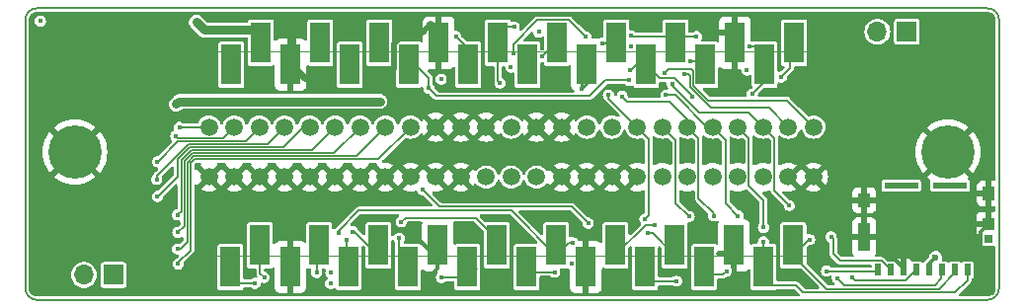
<source format=gtl>
%TF.GenerationSoftware,KiCad,Pcbnew,7.0.9*%
%TF.CreationDate,2024-01-13T12:33:37-06:00*%
%TF.ProjectId,SillyTinySCSI,53696c6c-7954-4696-9e79-534353492e6b,V2.0*%
%TF.SameCoordinates,Original*%
%TF.FileFunction,Copper,L1,Top*%
%TF.FilePolarity,Positive*%
%FSLAX46Y46*%
G04 Gerber Fmt 4.6, Leading zero omitted, Abs format (unit mm)*
G04 Created by KiCad (PCBNEW 7.0.9) date 2024-01-13 12:33:37*
%MOMM*%
%LPD*%
G01*
G04 APERTURE LIST*
%TA.AperFunction,SMDPad,CuDef*%
%ADD10R,2.910000X0.550000*%
%TD*%
%TA.AperFunction,SMDPad,CuDef*%
%ADD11R,0.500000X1.000000*%
%TD*%
%TA.AperFunction,SMDPad,CuDef*%
%ADD12R,0.720000X0.780000*%
%TD*%
%TA.AperFunction,SMDPad,CuDef*%
%ADD13R,1.050000X1.200000*%
%TD*%
%TA.AperFunction,SMDPad,CuDef*%
%ADD14R,1.050000X2.390000*%
%TD*%
%TA.AperFunction,SMDPad,CuDef*%
%ADD15R,1.050000X1.080000*%
%TD*%
%TA.AperFunction,SMDPad,CuDef*%
%ADD16R,1.700000X3.500000*%
%TD*%
%TA.AperFunction,SMDPad,CuDef*%
%ADD17R,1.700000X3.460000*%
%TD*%
%TA.AperFunction,SMDPad,CuDef*%
%ADD18R,1.720000X3.460000*%
%TD*%
%TA.AperFunction,ComponentPad*%
%ADD19C,1.500000*%
%TD*%
%TA.AperFunction,ComponentPad*%
%ADD20C,4.575000*%
%TD*%
%TA.AperFunction,ComponentPad*%
%ADD21R,1.700000X1.700000*%
%TD*%
%TA.AperFunction,ComponentPad*%
%ADD22O,1.700000X1.700000*%
%TD*%
%TA.AperFunction,ViaPad*%
%ADD23C,0.450000*%
%TD*%
%TA.AperFunction,ViaPad*%
%ADD24C,0.600000*%
%TD*%
%TA.AperFunction,Conductor*%
%ADD25C,0.350000*%
%TD*%
%TA.AperFunction,Conductor*%
%ADD26C,0.250000*%
%TD*%
%TA.AperFunction,Conductor*%
%ADD27C,0.500000*%
%TD*%
%TA.AperFunction,Conductor*%
%ADD28C,0.650000*%
%TD*%
%TA.AperFunction,Conductor*%
%ADD29C,0.600000*%
%TD*%
%TA.AperFunction,Conductor*%
%ADD30C,0.127000*%
%TD*%
%TA.AperFunction,Conductor*%
%ADD31C,0.750000*%
%TD*%
%TA.AperFunction,Profile*%
%ADD32C,0.150000*%
%TD*%
%ADD33C,0.150000*%
%ADD34C,0.100000*%
G04 APERTURE END LIST*
D10*
X168115000Y-65455000D03*
X172305000Y-65455000D03*
D11*
X173810000Y-72690000D03*
X172710000Y-72690000D03*
X171610000Y-72690000D03*
X170510000Y-72690000D03*
X169410000Y-72690000D03*
X168310000Y-72690000D03*
X167210000Y-72690000D03*
X166110000Y-72690000D03*
D12*
X175570000Y-70010000D03*
D13*
X164935000Y-66700000D03*
D14*
X164935000Y-69885000D03*
D15*
X175570000Y-68740000D03*
D13*
X175580000Y-66130000D03*
D16*
X110590000Y-72440000D03*
D17*
X113130000Y-70570000D03*
D16*
X115720000Y-72440000D03*
D17*
X118210000Y-70570000D03*
D16*
X120720000Y-72440000D03*
D17*
X123290000Y-70570000D03*
D16*
X125830000Y-72440000D03*
D17*
X128370000Y-70570000D03*
D16*
X130910000Y-72440000D03*
D17*
X133450000Y-70570000D03*
D16*
X135990000Y-72440000D03*
D17*
X138530000Y-70570000D03*
D16*
X141070000Y-72440000D03*
D17*
X143610000Y-70570000D03*
D16*
X146150000Y-72440000D03*
D17*
X148690000Y-70570000D03*
D16*
X151220000Y-72440000D03*
D17*
X153770000Y-70570000D03*
D16*
X156310000Y-72440000D03*
D18*
X158860000Y-70570000D03*
D16*
X158930000Y-53200000D03*
D17*
X156390000Y-55070000D03*
D16*
X153850000Y-53200000D03*
D17*
X151310000Y-55070000D03*
D16*
X148770000Y-53200000D03*
D17*
X146230000Y-55070000D03*
D16*
X143690000Y-53200000D03*
D17*
X141150000Y-55070000D03*
D16*
X138610000Y-53200000D03*
D17*
X136070000Y-55070000D03*
D16*
X133530000Y-53200000D03*
D17*
X130990000Y-55070000D03*
D16*
X128450000Y-53200000D03*
D17*
X125910000Y-55070000D03*
D16*
X123370000Y-53200000D03*
D17*
X120830000Y-55070000D03*
D16*
X118300000Y-53200000D03*
D17*
X115750000Y-55070000D03*
D16*
X113210000Y-53200000D03*
D17*
X110670000Y-55070000D03*
D19*
X108750000Y-64730000D03*
X110910000Y-64730000D03*
X113070000Y-64730000D03*
X115230000Y-64730000D03*
X117390000Y-64730000D03*
X119550000Y-64730000D03*
X121710000Y-64730000D03*
X123870000Y-64730000D03*
X126030000Y-64730000D03*
X128190000Y-64730000D03*
X130350000Y-64730000D03*
X132510000Y-64730000D03*
X134670000Y-64730000D03*
X136830000Y-64730000D03*
X138990000Y-64730000D03*
X141150000Y-64730000D03*
X143310000Y-64730000D03*
X145470000Y-64730000D03*
X147630000Y-64730000D03*
X149790000Y-64730000D03*
X151950000Y-64730000D03*
X154110000Y-64730000D03*
X156270000Y-64730000D03*
X158430000Y-64730000D03*
X160590000Y-64730000D03*
X108750000Y-60440000D03*
X110910000Y-60440000D03*
X113070000Y-60440000D03*
X115230000Y-60440000D03*
X117390000Y-60440000D03*
X119550000Y-60440000D03*
X121710000Y-60440000D03*
X123870000Y-60440000D03*
X126030000Y-60440000D03*
X128190000Y-60440000D03*
X130350000Y-60440000D03*
X132510000Y-60440000D03*
X134670000Y-60440000D03*
X136830000Y-60440000D03*
X138990000Y-60440000D03*
X141150000Y-60440000D03*
X143310000Y-60440000D03*
X145470000Y-60440000D03*
X147630000Y-60440000D03*
X149790000Y-60440000D03*
X151950000Y-60440000D03*
X154110000Y-60440000D03*
X156270000Y-60440000D03*
X158430000Y-60440000D03*
X160590000Y-60440000D03*
D20*
X97245000Y-62585000D03*
X172095000Y-62585000D03*
D21*
X100570000Y-73115000D03*
D22*
X98030000Y-73115000D03*
D21*
X168595000Y-52260000D03*
D22*
X166055000Y-52260000D03*
D23*
X136230000Y-50950000D03*
D24*
X175410000Y-70980000D03*
D23*
X140680000Y-57150000D03*
X131940000Y-52610000D03*
X151800000Y-57445000D03*
X163940000Y-65440000D03*
X127260000Y-73660000D03*
X137330000Y-53530000D03*
X126570000Y-69840000D03*
X154030000Y-62490000D03*
D24*
X119600000Y-51200000D03*
D23*
X156180000Y-62490000D03*
D24*
X167410000Y-71610000D03*
D23*
X117860000Y-67690000D03*
X151850000Y-62510000D03*
X149680000Y-62490000D03*
X147580000Y-62510000D03*
X151590000Y-52420000D03*
X161180000Y-55260000D03*
X124560000Y-71290000D03*
X108610000Y-70720000D03*
X110960000Y-67560000D03*
X139480000Y-73520000D03*
X152500000Y-71270000D03*
D24*
X116973000Y-56250000D03*
X116400000Y-51150000D03*
D23*
X106210000Y-60450000D03*
X105920000Y-61200000D03*
X104330000Y-63400000D03*
X104270000Y-64920000D03*
X104330000Y-66400000D03*
X106060000Y-67970000D03*
X106080000Y-69470000D03*
X106060000Y-70890000D03*
X139820000Y-72160000D03*
X141270000Y-68680000D03*
X127090000Y-65810000D03*
X106110000Y-72170000D03*
X146120000Y-68320000D03*
X143000000Y-57700000D03*
X149920000Y-68100000D03*
X144170000Y-57810000D03*
X152030000Y-68060000D03*
X154120000Y-68040000D03*
X147930000Y-57690000D03*
X156290000Y-69050000D03*
X149520000Y-55900000D03*
X129920000Y-52650000D03*
X137030000Y-52290000D03*
X150550000Y-52670000D03*
X144970000Y-52610000D03*
D24*
X171040000Y-71620000D03*
D23*
X147800000Y-55780000D03*
X158520000Y-67170000D03*
X148480000Y-56710000D03*
X153120000Y-72780000D03*
X161700000Y-72780000D03*
X146410000Y-69550000D03*
X162100000Y-69840000D03*
X163870000Y-73370000D03*
X146960000Y-68870000D03*
X162630000Y-73410000D03*
X148840000Y-73650000D03*
X160260000Y-70090000D03*
X156300000Y-70290000D03*
X154870000Y-55550000D03*
X137330000Y-54370000D03*
X134920000Y-51840000D03*
X144960000Y-53560000D03*
X133710000Y-56670000D03*
X157810000Y-56140000D03*
X134640000Y-55290000D03*
X138390000Y-72870000D03*
X155120000Y-53560000D03*
X155340000Y-57600000D03*
X141080000Y-52700000D03*
X134820000Y-54090000D03*
X112680000Y-73830000D03*
X119190000Y-73860000D03*
X113490000Y-73320000D03*
X119200000Y-72920000D03*
X117990000Y-72900000D03*
X120510000Y-70140000D03*
X121070000Y-69400000D03*
X125060000Y-69960000D03*
X128690000Y-73330000D03*
X125230000Y-68570000D03*
X144840000Y-55510000D03*
X150190000Y-57870000D03*
X150050000Y-54820000D03*
X144800000Y-56430000D03*
X127610000Y-57110000D03*
X139940000Y-70350000D03*
X119860000Y-69540000D03*
X123410000Y-58240000D03*
X105940000Y-58470000D03*
D24*
X107660000Y-51430000D03*
D23*
X142460000Y-53260000D03*
X94290000Y-51350000D03*
X128660000Y-56330000D03*
D25*
X175410000Y-70980000D02*
X175186000Y-70980000D01*
D26*
X141150000Y-56669998D02*
X140680000Y-57139998D01*
D27*
X124600000Y-55500000D02*
X124400000Y-55700000D01*
D28*
X115900000Y-54040000D02*
X115900000Y-51650000D01*
D27*
X124600000Y-53266800D02*
X124600000Y-55500000D01*
D25*
X175186000Y-70980000D02*
X174908000Y-70702000D01*
X128370000Y-72550000D02*
X127260000Y-73660000D01*
D26*
X140680000Y-57150000D02*
X140680000Y-54660000D01*
X140680000Y-57139998D02*
X140680000Y-57150000D01*
D25*
X168310000Y-72690000D02*
X168310000Y-72510000D01*
D27*
X127030000Y-52300000D02*
X125567000Y-52300000D01*
D25*
X126510000Y-69840000D02*
X126570000Y-69900000D01*
X128370000Y-71450000D02*
X128120000Y-71450000D01*
X174908000Y-70702000D02*
X174908000Y-69402000D01*
X128370000Y-71450000D02*
X128370000Y-72550000D01*
D26*
X140680000Y-54660000D02*
X141150000Y-54190000D01*
D27*
X127740000Y-51590000D02*
X128450000Y-52300000D01*
D29*
X115750000Y-55027000D02*
X116973000Y-56250000D01*
D27*
X152500000Y-71270000D02*
X153590000Y-71270000D01*
D28*
X115900000Y-51650000D02*
X116400000Y-51150000D01*
D26*
X140680000Y-57150000D02*
X140669998Y-57150000D01*
D25*
X126570000Y-69840000D02*
X126510000Y-69840000D01*
D27*
X127740000Y-51590000D02*
X127030000Y-52300000D01*
D25*
X168310000Y-72510000D02*
X167410000Y-71610000D01*
D27*
X153590000Y-71270000D02*
X153770000Y-71450000D01*
X151710000Y-52300000D02*
X151590000Y-52420000D01*
D25*
X126570000Y-69900000D02*
X126570000Y-69840000D01*
D26*
X117860000Y-67690000D02*
X115720000Y-69830000D01*
D27*
X153850000Y-52300000D02*
X151710000Y-52300000D01*
X125567000Y-52300000D02*
X124600000Y-53266800D01*
D25*
X128120000Y-71450000D02*
X126570000Y-69900000D01*
D26*
X115720000Y-69830000D02*
X115720000Y-73340000D01*
D25*
X174908000Y-69402000D02*
X175570000Y-68740000D01*
D30*
X108750000Y-60440000D02*
X106250000Y-60440000D01*
X106210000Y-60450000D02*
X106210000Y-60400000D01*
X106250000Y-60440000D02*
X106260000Y-60450000D01*
X106210000Y-60400000D02*
X106240000Y-60430000D01*
X106260000Y-60450000D02*
X106210000Y-60450000D01*
X105920000Y-61220000D02*
X105920000Y-61200000D01*
X105920000Y-61200000D02*
X105900000Y-61200000D01*
X106080500Y-61380500D02*
X105920000Y-61220000D01*
X106260500Y-61380500D02*
X106080500Y-61380500D01*
X110910000Y-60440000D02*
X109969500Y-61380500D01*
X105900000Y-61200000D02*
X105920000Y-61220000D01*
X109969500Y-61380500D02*
X106260500Y-61380500D01*
X104330000Y-63410000D02*
X104330000Y-63410000D01*
X111875500Y-61634500D02*
X107390000Y-61634500D01*
X104330000Y-63400000D02*
X104330000Y-63410000D01*
X113070000Y-60440000D02*
X111875500Y-61634500D01*
X107390000Y-61634500D02*
X106105500Y-61634500D01*
X104340000Y-63400000D02*
X104330000Y-63400000D01*
X106105500Y-61634500D02*
X104340000Y-63400000D01*
X104270000Y-64920000D02*
X104280000Y-64920000D01*
X108110000Y-61888500D02*
X107025450Y-61888500D01*
X107025450Y-61888500D02*
X104280000Y-64633950D01*
X104280000Y-64633950D02*
X104270000Y-64920000D01*
X108110000Y-61888500D02*
X113781500Y-61888500D01*
X113781500Y-61888500D02*
X115230000Y-60440000D01*
X107123160Y-62150000D02*
X115110000Y-62150000D01*
X104330000Y-66410000D02*
X104320000Y-66420000D01*
X106080000Y-63193160D02*
X107123160Y-62150000D01*
X104330000Y-66400000D02*
X104340000Y-66400000D01*
X104340000Y-66400000D02*
X106080000Y-64660000D01*
X104330000Y-66400000D02*
X104330000Y-66410000D01*
X115110000Y-62150000D02*
X116820000Y-60440000D01*
X116820000Y-60440000D02*
X117390000Y-60440000D01*
X106080000Y-64660000D02*
X106080000Y-63193160D01*
X117586000Y-62404000D02*
X107228370Y-62404000D01*
X119550000Y-60440000D02*
X117586000Y-62404000D01*
X106372000Y-67628000D02*
X106060000Y-67940000D01*
X106030000Y-67970000D02*
X106060000Y-67940000D01*
X106372000Y-63260370D02*
X106372000Y-67628000D01*
X106060000Y-67970000D02*
X106030000Y-67970000D01*
X106060000Y-67940000D02*
X106060000Y-67970000D01*
X107228370Y-62404000D02*
X106372000Y-63260370D01*
X108050000Y-62658000D02*
X107333580Y-62658000D01*
X106626000Y-63365580D02*
X106626000Y-68870000D01*
X106080000Y-69470000D02*
X106150000Y-69440000D01*
X107333580Y-62658000D02*
X106626000Y-63365580D01*
X119492000Y-62658000D02*
X108050000Y-62658000D01*
X106626000Y-68870000D02*
X106626000Y-68964000D01*
X106626000Y-68964000D02*
X106080000Y-69470000D01*
X121710000Y-60440000D02*
X119492000Y-62658000D01*
X106080000Y-70870000D02*
X106060000Y-70890000D01*
X106040000Y-70870000D02*
X105980000Y-70870000D01*
X106880000Y-63470790D02*
X106880000Y-70320000D01*
X121390000Y-62920000D02*
X108220000Y-62920000D01*
X123870000Y-60440000D02*
X121390000Y-62920000D01*
X107430790Y-62920000D02*
X106880000Y-63470790D01*
X106880000Y-70320000D02*
X106330000Y-70870000D01*
X108220000Y-62920000D02*
X107430790Y-62920000D01*
X106060000Y-70890000D02*
X106040000Y-70870000D01*
X106330000Y-70870000D02*
X106080000Y-70870000D01*
X126030000Y-60440000D02*
X123296000Y-63174000D01*
X127090000Y-65810000D02*
X127120000Y-65840000D01*
X139850000Y-67260000D02*
X141270000Y-68680000D01*
X123296000Y-63174000D02*
X107536000Y-63174000D01*
X128540000Y-67260000D02*
X139850000Y-67260000D01*
X127120000Y-65840000D02*
X127120000Y-65880000D01*
X107160000Y-71020000D02*
X106110000Y-72070000D01*
X127120000Y-65780000D02*
X127090000Y-65810000D01*
X106110000Y-72070000D02*
X106110000Y-72170000D01*
X107160000Y-63550000D02*
X107160000Y-71020000D01*
X127090000Y-65810000D02*
X128540000Y-67260000D01*
X106110000Y-72170000D02*
X106010000Y-72170000D01*
X107536000Y-63174000D02*
X107160000Y-63550000D01*
X143000000Y-57970000D02*
X145470000Y-60440000D01*
X143000000Y-57700000D02*
X143000000Y-57970000D01*
X146470000Y-67970000D02*
X146470000Y-61440000D01*
X146120000Y-68320000D02*
X146470000Y-67970000D01*
X146470000Y-61440000D02*
X145470000Y-60440000D01*
X149920000Y-68100000D02*
X149920000Y-68000000D01*
X148780000Y-61590000D02*
X147630000Y-60440000D01*
X149920000Y-68100000D02*
X148780000Y-66960000D01*
X148780000Y-66960000D02*
X148780000Y-61590000D01*
X148264512Y-58240000D02*
X144600000Y-58240000D01*
X152030000Y-68060000D02*
X152030000Y-67850000D01*
X149790000Y-60440000D02*
X149790000Y-59765488D01*
X152030000Y-67850000D02*
X150730500Y-66550500D01*
X150730500Y-61380500D02*
X149790000Y-60440000D01*
X144600000Y-58240000D02*
X144170000Y-57810000D01*
X149790000Y-59765488D02*
X148264512Y-58240000D01*
X150730500Y-66550500D02*
X150730500Y-61380500D01*
X154120000Y-68040000D02*
X153060000Y-66980000D01*
X148710000Y-57690000D02*
X151460000Y-60440000D01*
X153060000Y-61550000D02*
X151950000Y-60440000D01*
X153060000Y-66980000D02*
X153060000Y-61550000D01*
X147930000Y-57690000D02*
X148710000Y-57690000D01*
X151460000Y-60440000D02*
X151950000Y-60440000D01*
X155050500Y-61380500D02*
X154110000Y-60440000D01*
X155050500Y-65450500D02*
X155050500Y-61380500D01*
X156290000Y-66690000D02*
X155050500Y-65450500D01*
X156290000Y-69050000D02*
X156290000Y-66690000D01*
X156770000Y-58780000D02*
X151810790Y-58780000D01*
X150010605Y-56090605D02*
X149820000Y-55900000D01*
X151810790Y-58780000D02*
X150010605Y-56979815D01*
X158430000Y-60440000D02*
X156770000Y-58780000D01*
X149820000Y-55900000D02*
X149520000Y-55900000D01*
X150010605Y-56979815D02*
X150010605Y-56090605D01*
X130990000Y-53720000D02*
X130990000Y-54190000D01*
X129920000Y-52650000D02*
X130990000Y-53720000D01*
X148770000Y-52300000D02*
X148430000Y-52640000D01*
X148770000Y-52300000D02*
X149170000Y-52700000D01*
X150550000Y-52670000D02*
X150550000Y-52700000D01*
X149170000Y-52700000D02*
X150550000Y-52670000D01*
X150550000Y-52670000D02*
X145030000Y-52670000D01*
X145030000Y-52670000D02*
X144970000Y-52610000D01*
D25*
X170510000Y-72150000D02*
X171040000Y-71620000D01*
X170510000Y-72690000D02*
X170510000Y-72150000D01*
D30*
X148060000Y-55450000D02*
X148080000Y-55430000D01*
X150100000Y-55430000D02*
X150264605Y-55594605D01*
X150264605Y-56874605D02*
X151570000Y-58180000D01*
X151570000Y-58180000D02*
X158330000Y-58180000D01*
X158330000Y-58180000D02*
X160590000Y-60440000D01*
X148080000Y-55430000D02*
X150100000Y-55430000D01*
X150264605Y-55594605D02*
X150264605Y-56874605D01*
X147800000Y-55780000D02*
X148060000Y-55520000D01*
X148060000Y-55520000D02*
X148060000Y-55450000D01*
X157250000Y-61420000D02*
X156270000Y-60440000D01*
X148480000Y-56910000D02*
X150744855Y-59174855D01*
X158520000Y-67170000D02*
X157250000Y-65900000D01*
X155004855Y-59174855D02*
X156270000Y-60440000D01*
X148480000Y-56710000D02*
X148480000Y-56910000D01*
X150744855Y-59174855D02*
X152165145Y-59174855D01*
X152165145Y-59174855D02*
X155004855Y-59174855D01*
X157250000Y-65900000D02*
X157250000Y-61420000D01*
X166000000Y-72800000D02*
X166110000Y-72690000D01*
X151470000Y-73090000D02*
X151220000Y-73340000D01*
X151730000Y-73850000D02*
X151220000Y-73340000D01*
X152810000Y-73090000D02*
X151470000Y-73090000D01*
X161720000Y-72800000D02*
X166000000Y-72800000D01*
X161700000Y-72780000D02*
X161720000Y-72800000D01*
X152810000Y-73090000D02*
X153120000Y-72780000D01*
X166430000Y-71910000D02*
X162860000Y-71910000D01*
X162290000Y-70030000D02*
X162100000Y-69840000D01*
X148690000Y-71450000D02*
X148690000Y-69550000D01*
X162860000Y-71910000D02*
X162290000Y-71340000D01*
X162290000Y-71340000D02*
X162290000Y-70030000D01*
X146790000Y-69550000D02*
X148690000Y-71450000D01*
X167210000Y-72690000D02*
X166430000Y-71910000D01*
X146410000Y-69550000D02*
X146790000Y-69550000D01*
X146960000Y-68870000D02*
X146870000Y-68960000D01*
X146164512Y-68870000D02*
X143610000Y-71424512D01*
X168480000Y-73620000D02*
X169410000Y-72690000D01*
X164120000Y-73620000D02*
X168480000Y-73620000D01*
X146960000Y-68870000D02*
X146164512Y-68870000D01*
X163870000Y-73370000D02*
X164120000Y-73620000D01*
X143610000Y-71424512D02*
X143610000Y-71450000D01*
X146470000Y-73660000D02*
X146150000Y-73340000D01*
X171537256Y-73412744D02*
X171537256Y-72617256D01*
X163190000Y-73970000D02*
X170980000Y-73970000D01*
X148830000Y-73660000D02*
X146470000Y-73660000D01*
X162630000Y-73410000D02*
X163190000Y-73970000D01*
X148840000Y-73650000D02*
X148830000Y-73660000D01*
X170980000Y-73970000D02*
X171537256Y-73412744D01*
X158850000Y-69910000D02*
X158850000Y-71450000D01*
X160210000Y-70090000D02*
X160260000Y-70090000D01*
X171316000Y-74340000D02*
X161740000Y-74340000D01*
X161740000Y-74340000D02*
X158850000Y-71450000D01*
X172710000Y-72946000D02*
X171316000Y-74340000D01*
X158850000Y-71450000D02*
X160210000Y-70090000D01*
X172710000Y-72690000D02*
X172710000Y-72946000D01*
X159440000Y-69320000D02*
X158850000Y-69910000D01*
X159060000Y-74000000D02*
X156970000Y-74000000D01*
X172730000Y-74630000D02*
X159690000Y-74630000D01*
X156300000Y-70290000D02*
X156310000Y-70300000D01*
X173810000Y-72690000D02*
X173810000Y-73550000D01*
X159690000Y-74630000D02*
X159060000Y-74000000D01*
X173810000Y-73550000D02*
X172730000Y-74630000D01*
X156970000Y-74000000D02*
X156310000Y-73340000D01*
X157080000Y-72570000D02*
X156310000Y-73340000D01*
X156310000Y-70300000D02*
X156310000Y-73340000D01*
X156300000Y-70290000D02*
X156280000Y-70270000D01*
X137330000Y-54370000D02*
X138610000Y-53090000D01*
X138610000Y-53090000D02*
X138610000Y-52300000D01*
X138610000Y-52300000D02*
X138610000Y-53070000D01*
X133530000Y-52300000D02*
X133530000Y-56520000D01*
X133530000Y-56520000D02*
X133680000Y-56670000D01*
X133680000Y-56670000D02*
X133710000Y-56670000D01*
X134920000Y-51840000D02*
X134940000Y-51860000D01*
X133530000Y-52300000D02*
X133970000Y-51860000D01*
X133970000Y-51860000D02*
X134900000Y-51860000D01*
X134900000Y-51860000D02*
X134920000Y-51840000D01*
X133710000Y-56670000D02*
X133710000Y-56700000D01*
X134940000Y-51860000D02*
X134950000Y-51860000D01*
X133710000Y-56700000D02*
X133650000Y-56640000D01*
X157810000Y-56140000D02*
X158590000Y-55360000D01*
X158590000Y-52640000D02*
X158930000Y-52300000D01*
X158590000Y-55360000D02*
X158590000Y-52640000D01*
X136460000Y-72870000D02*
X138390000Y-72870000D01*
X135990000Y-73340000D02*
X136460000Y-72870000D01*
X155080000Y-53550000D02*
X155110000Y-53550000D01*
X155750000Y-53550000D02*
X156390000Y-54190000D01*
X155110000Y-53550000D02*
X155120000Y-53560000D01*
X156390000Y-54190000D02*
X156390000Y-56610000D01*
X155120000Y-53560000D02*
X155130000Y-53550000D01*
X155130000Y-53550000D02*
X155750000Y-53550000D01*
X156390000Y-56550000D02*
X156390000Y-54190000D01*
X155340000Y-57600000D02*
X156390000Y-56550000D01*
X155340000Y-57600000D02*
X155430000Y-57570000D01*
X134820000Y-53359000D02*
X136919500Y-51259500D01*
X134820000Y-54090000D02*
X134820000Y-53359000D01*
X139639500Y-51259500D02*
X141080000Y-52700000D01*
X136919500Y-51259500D02*
X139639500Y-51259500D01*
X112670000Y-73840000D02*
X112680000Y-73830000D01*
X112690000Y-73840000D02*
X112700000Y-73840000D01*
X111090000Y-73840000D02*
X112670000Y-73840000D01*
X110590000Y-73340000D02*
X111090000Y-73840000D01*
X112680000Y-73830000D02*
X112690000Y-73840000D01*
X110590000Y-73340000D02*
X111200000Y-73950000D01*
X113490000Y-73320000D02*
X113400000Y-73410000D01*
X113490000Y-73320000D02*
X113130000Y-72960000D01*
X113130000Y-72960000D02*
X113130000Y-71450000D01*
X117990000Y-72900000D02*
X117990000Y-71670000D01*
X117990000Y-71670000D02*
X118210000Y-71450000D01*
X120510000Y-70140000D02*
X120510000Y-73130000D01*
X120510000Y-73130000D02*
X120720000Y-73340000D01*
X121070000Y-69400000D02*
X121240000Y-69400000D01*
X121240000Y-69400000D02*
X123290000Y-71450000D01*
X125060000Y-72570000D02*
X125830000Y-73340000D01*
X125060000Y-69960000D02*
X125060000Y-72570000D01*
X130910000Y-73340000D02*
X131700006Y-72549994D01*
X128690000Y-73330000D02*
X128700000Y-73340000D01*
X128700000Y-73340000D02*
X130910000Y-73340000D01*
X131620000Y-68210000D02*
X133450000Y-70040000D01*
X133450000Y-70040000D02*
X133450000Y-71450000D01*
X125230000Y-68570000D02*
X125590000Y-68210000D01*
X125590000Y-68210000D02*
X131620000Y-68210000D01*
X146230000Y-55100000D02*
X146230000Y-54190000D01*
X148668988Y-56243500D02*
X147373500Y-56243500D01*
X150190000Y-57764512D02*
X148668988Y-56243500D01*
X144840000Y-55510000D02*
X144910000Y-55510000D01*
X150190000Y-57870000D02*
X150190000Y-57764512D01*
X144910000Y-55510000D02*
X146230000Y-54190000D01*
X147373500Y-56243500D02*
X146230000Y-55100000D01*
X150680000Y-54820000D02*
X151310000Y-54190000D01*
X150050000Y-54820000D02*
X150680000Y-54820000D01*
X127610000Y-56191600D02*
X127610000Y-57110000D01*
X125910000Y-54491600D02*
X127610000Y-56191600D01*
X142751000Y-56430000D02*
X144800000Y-56430000D01*
X141401000Y-57780000D02*
X142751000Y-56430000D01*
X128280000Y-57780000D02*
X141401000Y-57780000D01*
X127610000Y-57110000D02*
X128280000Y-57780000D01*
X134670000Y-67590000D02*
X121590000Y-67590000D01*
X139630000Y-70350000D02*
X138530000Y-71450000D01*
X138530000Y-71450000D02*
X134670000Y-67590000D01*
X121590000Y-67590000D02*
X119860000Y-69320000D01*
X119860000Y-69320000D02*
X119860000Y-69540000D01*
X119860000Y-69540000D02*
X119880000Y-69450000D01*
X139940000Y-70350000D02*
X139630000Y-70350000D01*
D31*
X106170000Y-58240000D02*
X105940000Y-58470000D01*
X123410000Y-58240000D02*
X106170000Y-58240000D01*
X108340000Y-52110000D02*
X113020000Y-52110000D01*
X107660000Y-51430000D02*
X108340000Y-52110000D01*
X113020000Y-52110000D02*
X113210000Y-52300000D01*
D30*
X142730000Y-53260000D02*
X142460000Y-53260000D01*
X143690000Y-52300000D02*
X143950000Y-52560000D01*
X143690000Y-52300000D02*
X142730000Y-53260000D01*
%TA.AperFunction,Conductor*%
G36*
X107671332Y-50570502D02*
G01*
X107671735Y-50570967D01*
X107715938Y-50551539D01*
X107732087Y-50550500D01*
X175452405Y-50550500D01*
X175496905Y-50550500D01*
X175503084Y-50550804D01*
X175542079Y-50554644D01*
X175624115Y-50562724D01*
X175648334Y-50567541D01*
X175755819Y-50600146D01*
X175778622Y-50609591D01*
X175877681Y-50662539D01*
X175898212Y-50676259D01*
X175985027Y-50747506D01*
X176002493Y-50764971D01*
X176073740Y-50851785D01*
X176087463Y-50872323D01*
X176137988Y-50966849D01*
X176140403Y-50971366D01*
X176149856Y-50994187D01*
X176182457Y-51101661D01*
X176187275Y-51125885D01*
X176199195Y-51246903D01*
X176199499Y-51253083D01*
X176199499Y-64904000D01*
X176179497Y-64972121D01*
X176125841Y-65018614D01*
X176073499Y-65030000D01*
X175830000Y-65030000D01*
X175830000Y-67230000D01*
X176073499Y-67230000D01*
X176141620Y-67250002D01*
X176188113Y-67303658D01*
X176199499Y-67356000D01*
X176199499Y-67574000D01*
X176179497Y-67642121D01*
X176125841Y-67688614D01*
X176073499Y-67700000D01*
X175820000Y-67700000D01*
X175820000Y-68864000D01*
X175799998Y-68932121D01*
X175746342Y-68978614D01*
X175694000Y-68990000D01*
X174545000Y-68990000D01*
X174545000Y-69327840D01*
X174551400Y-69387371D01*
X174601647Y-69522089D01*
X174687810Y-69637189D01*
X174802910Y-69723352D01*
X174873532Y-69749692D01*
X174930368Y-69792238D01*
X174955179Y-69858758D01*
X174955500Y-69867748D01*
X174955500Y-70425063D01*
X174955501Y-70425073D01*
X174970265Y-70499300D01*
X175026516Y-70583484D01*
X175110697Y-70639733D01*
X175110699Y-70639734D01*
X175184933Y-70654500D01*
X175955066Y-70654499D01*
X175955069Y-70654498D01*
X175955073Y-70654498D01*
X176041473Y-70637313D01*
X176041929Y-70639609D01*
X176095860Y-70633807D01*
X176159350Y-70665581D01*
X176195582Y-70726636D01*
X176199499Y-70757807D01*
X176199499Y-74246904D01*
X176199195Y-74253084D01*
X176187274Y-74374113D01*
X176182456Y-74398337D01*
X176149855Y-74505811D01*
X176140402Y-74528632D01*
X176087462Y-74627675D01*
X176073739Y-74648213D01*
X176002492Y-74735027D01*
X175985027Y-74752492D01*
X175898213Y-74823739D01*
X175877675Y-74837462D01*
X175778632Y-74890402D01*
X175755811Y-74899855D01*
X175648337Y-74932456D01*
X175624113Y-74937274D01*
X175503085Y-74949195D01*
X175496905Y-74949499D01*
X173164410Y-74949499D01*
X173096289Y-74929497D01*
X173049796Y-74875841D01*
X173039692Y-74805567D01*
X173069186Y-74740987D01*
X173075300Y-74734418D01*
X174023108Y-73786610D01*
X174027141Y-73782916D01*
X174027220Y-73782850D01*
X174057360Y-73757560D01*
X174057360Y-73757559D01*
X174057362Y-73757558D01*
X174077077Y-73723410D01*
X174080024Y-73718781D01*
X174102652Y-73686466D01*
X174102653Y-73686460D01*
X174105679Y-73679973D01*
X174110984Y-73667163D01*
X174113431Y-73660443D01*
X174113862Y-73658000D01*
X174120282Y-73621583D01*
X174121461Y-73616262D01*
X174131677Y-73578143D01*
X174128373Y-73540369D01*
X174128240Y-73538847D01*
X174128000Y-73533355D01*
X174128000Y-73517996D01*
X174148002Y-73449875D01*
X174183995Y-73413233D01*
X174243484Y-73373484D01*
X174299734Y-73289301D01*
X174314500Y-73215067D01*
X174314499Y-72164934D01*
X174314498Y-72164931D01*
X174314498Y-72164926D01*
X174299734Y-72090699D01*
X174274024Y-72052222D01*
X174243484Y-72006516D01*
X174243483Y-72006515D01*
X174159302Y-71950266D01*
X174085068Y-71935500D01*
X173534936Y-71935500D01*
X173534926Y-71935501D01*
X173460699Y-71950265D01*
X173376516Y-72006515D01*
X173364762Y-72024106D01*
X173310283Y-72069631D01*
X173239840Y-72078477D01*
X173175797Y-72047833D01*
X173155233Y-72024100D01*
X173154845Y-72023520D01*
X173143484Y-72006516D01*
X173143483Y-72006515D01*
X173059302Y-71950266D01*
X172985068Y-71935500D01*
X172434936Y-71935500D01*
X172434926Y-71935501D01*
X172360699Y-71950265D01*
X172276516Y-72006515D01*
X172264762Y-72024106D01*
X172210283Y-72069631D01*
X172139840Y-72078477D01*
X172075797Y-72047833D01*
X172055233Y-72024100D01*
X172054845Y-72023520D01*
X172043484Y-72006516D01*
X172043483Y-72006515D01*
X171959302Y-71950266D01*
X171885069Y-71935500D01*
X171885067Y-71935500D01*
X171698075Y-71935500D01*
X171629954Y-71915498D01*
X171583461Y-71861842D01*
X171573357Y-71791568D01*
X171578494Y-71772838D01*
X171578091Y-71772730D01*
X171580225Y-71764759D01*
X171580228Y-71764754D01*
X171599285Y-71620000D01*
X171592965Y-71571998D01*
X171580389Y-71476468D01*
X171580228Y-71475246D01*
X171524355Y-71340358D01*
X171435474Y-71224526D01*
X171435472Y-71224524D01*
X171435471Y-71224523D01*
X171319649Y-71135649D01*
X171319641Y-71135644D01*
X171184752Y-71079771D01*
X171040000Y-71060715D01*
X170895247Y-71079771D01*
X170827802Y-71107708D01*
X170760358Y-71135645D01*
X170760357Y-71135646D01*
X170760356Y-71135646D01*
X170644526Y-71224526D01*
X170555646Y-71340356D01*
X170555645Y-71340358D01*
X170544136Y-71368143D01*
X170499771Y-71475247D01*
X170493592Y-71522182D01*
X170464868Y-71587108D01*
X170457765Y-71594828D01*
X170225859Y-71826735D01*
X170220589Y-71831445D01*
X170191599Y-71854564D01*
X170159651Y-71901423D01*
X170125984Y-71947040D01*
X170122171Y-71954253D01*
X170121640Y-71955357D01*
X170119080Y-71958303D01*
X170113970Y-71968427D01*
X170113372Y-71969305D01*
X170110953Y-71967657D01*
X170085036Y-71997489D01*
X170085289Y-71997742D01*
X170081688Y-72001342D01*
X170078133Y-72005435D01*
X170076515Y-72006516D01*
X170064762Y-72024105D01*
X170010284Y-72069631D01*
X169939841Y-72078477D01*
X169875797Y-72047834D01*
X169855233Y-72024100D01*
X169854845Y-72023520D01*
X169843484Y-72006516D01*
X169843483Y-72006515D01*
X169759302Y-71950266D01*
X169685068Y-71935500D01*
X169134936Y-71935500D01*
X169134924Y-71935502D01*
X169090187Y-71944400D01*
X169019473Y-71938071D01*
X168964741Y-71896331D01*
X168917189Y-71832811D01*
X168802089Y-71746647D01*
X168667371Y-71696400D01*
X168607840Y-71690000D01*
X168560000Y-71690000D01*
X168560000Y-72814000D01*
X168539998Y-72882121D01*
X168486342Y-72928614D01*
X168434000Y-72940000D01*
X168186000Y-72940000D01*
X168117879Y-72919998D01*
X168071386Y-72866342D01*
X168060000Y-72814000D01*
X168060000Y-71690000D01*
X168012159Y-71690000D01*
X167952628Y-71696400D01*
X167817910Y-71746647D01*
X167702811Y-71832810D01*
X167655259Y-71896331D01*
X167598422Y-71938876D01*
X167529812Y-71944399D01*
X167485074Y-71935500D01*
X166957410Y-71935500D01*
X166889289Y-71915498D01*
X166868315Y-71898595D01*
X166773609Y-71803889D01*
X166666613Y-71696893D01*
X166662909Y-71692850D01*
X166637559Y-71662639D01*
X166622777Y-71654104D01*
X166603401Y-71642918D01*
X166598775Y-71639970D01*
X166566468Y-71617349D01*
X166560029Y-71614347D01*
X166547124Y-71609001D01*
X166540437Y-71606567D01*
X166501602Y-71599719D01*
X166496235Y-71598529D01*
X166458144Y-71588323D01*
X166458143Y-71588323D01*
X166418850Y-71591760D01*
X166413358Y-71592000D01*
X165953015Y-71592000D01*
X165884894Y-71571998D01*
X165838401Y-71518342D01*
X165828297Y-71448068D01*
X165852147Y-71390491D01*
X165903352Y-71322089D01*
X165953599Y-71187371D01*
X165959999Y-71127840D01*
X165960000Y-71127823D01*
X165960000Y-70135000D01*
X163910000Y-70135000D01*
X163910000Y-71127840D01*
X163916400Y-71187371D01*
X163966647Y-71322089D01*
X164017853Y-71390491D01*
X164042664Y-71457011D01*
X164027573Y-71526385D01*
X163977371Y-71576587D01*
X163916985Y-71592000D01*
X163043910Y-71592000D01*
X162975789Y-71571998D01*
X162954815Y-71555095D01*
X162644905Y-71245185D01*
X162610879Y-71182873D01*
X162608000Y-71156090D01*
X162608000Y-70046644D01*
X162608240Y-70041152D01*
X162609479Y-70026972D01*
X162611677Y-70001857D01*
X162601465Y-69963748D01*
X162600282Y-69958412D01*
X162593432Y-69919560D01*
X162593430Y-69919556D01*
X162589661Y-69909199D01*
X162593764Y-69907705D01*
X162582110Y-69860487D01*
X162583272Y-69848057D01*
X162584431Y-69840000D01*
X162584431Y-69839997D01*
X162584431Y-69839996D01*
X162564809Y-69703526D01*
X162564808Y-69703525D01*
X162564808Y-69703520D01*
X162533516Y-69635000D01*
X163910000Y-69635000D01*
X164685000Y-69635000D01*
X164685000Y-68190000D01*
X165185000Y-68190000D01*
X165185000Y-69635000D01*
X165960000Y-69635000D01*
X165960000Y-68642176D01*
X165959999Y-68642159D01*
X165953599Y-68582628D01*
X165919051Y-68490000D01*
X174545000Y-68490000D01*
X175320000Y-68490000D01*
X175320000Y-67700000D01*
X174997159Y-67700000D01*
X174937628Y-67706400D01*
X174802910Y-67756647D01*
X174687810Y-67842810D01*
X174601647Y-67957910D01*
X174551400Y-68092628D01*
X174545000Y-68152159D01*
X174545000Y-68490000D01*
X165919051Y-68490000D01*
X165903352Y-68447910D01*
X165817189Y-68332810D01*
X165702089Y-68246647D01*
X165567371Y-68196400D01*
X165507840Y-68190000D01*
X165185000Y-68190000D01*
X164685000Y-68190000D01*
X164362159Y-68190000D01*
X164302628Y-68196400D01*
X164167910Y-68246647D01*
X164052810Y-68332810D01*
X163966647Y-68447910D01*
X163916400Y-68582628D01*
X163910000Y-68642159D01*
X163910000Y-69635000D01*
X162533516Y-69635000D01*
X162507529Y-69578097D01*
X162417235Y-69473891D01*
X162417234Y-69473890D01*
X162417233Y-69473889D01*
X162301240Y-69399346D01*
X162168947Y-69360501D01*
X162168944Y-69360500D01*
X162168942Y-69360500D01*
X162031058Y-69360500D01*
X162031056Y-69360500D01*
X162031052Y-69360501D01*
X161898759Y-69399346D01*
X161782766Y-69473889D01*
X161692470Y-69578098D01*
X161635192Y-69703519D01*
X161635190Y-69703526D01*
X161615569Y-69839996D01*
X161615569Y-69840003D01*
X161635190Y-69976473D01*
X161635192Y-69976480D01*
X161686165Y-70088096D01*
X161692471Y-70101903D01*
X161751475Y-70169998D01*
X161782766Y-70206110D01*
X161906341Y-70285526D01*
X161905569Y-70286726D01*
X161951994Y-70326949D01*
X161972000Y-70395069D01*
X161972000Y-71323357D01*
X161971760Y-71328849D01*
X161968323Y-71368143D01*
X161978529Y-71406235D01*
X161979719Y-71411602D01*
X161986567Y-71450437D01*
X161989001Y-71457124D01*
X161994347Y-71470029D01*
X161997349Y-71476468D01*
X162019970Y-71508775D01*
X162022918Y-71513401D01*
X162042640Y-71547560D01*
X162062928Y-71564584D01*
X162072850Y-71572909D01*
X162076893Y-71576613D01*
X162623379Y-72123099D01*
X162627083Y-72127142D01*
X162652438Y-72157358D01*
X162652440Y-72157360D01*
X162675478Y-72170661D01*
X162686594Y-72177079D01*
X162691219Y-72180025D01*
X162708982Y-72192463D01*
X162723536Y-72202654D01*
X162729988Y-72205662D01*
X162742850Y-72210989D01*
X162749556Y-72213430D01*
X162749560Y-72213432D01*
X162788412Y-72220282D01*
X162793748Y-72221465D01*
X162831857Y-72231677D01*
X162831859Y-72231676D01*
X162834890Y-72232489D01*
X162845546Y-72230479D01*
X162853154Y-72229814D01*
X162871154Y-72228240D01*
X162876645Y-72228000D01*
X165479500Y-72228000D01*
X165547621Y-72248002D01*
X165594114Y-72301658D01*
X165605500Y-72354000D01*
X165605500Y-72356000D01*
X165585498Y-72424121D01*
X165531842Y-72470614D01*
X165479500Y-72482000D01*
X162856527Y-72482000D01*
X162833263Y-72475169D01*
X162812006Y-72481964D01*
X162809011Y-72482000D01*
X162133794Y-72482000D01*
X162065673Y-72461998D01*
X162038570Y-72438512D01*
X162017237Y-72413892D01*
X162017233Y-72413889D01*
X161901240Y-72339346D01*
X161768947Y-72300501D01*
X161768944Y-72300500D01*
X161768942Y-72300500D01*
X161631058Y-72300500D01*
X161631056Y-72300500D01*
X161631052Y-72300501D01*
X161498759Y-72339346D01*
X161382766Y-72413889D01*
X161292470Y-72518098D01*
X161235192Y-72643519D01*
X161235190Y-72643526D01*
X161215569Y-72779996D01*
X161215569Y-72780003D01*
X161235190Y-72916473D01*
X161235192Y-72916480D01*
X161286529Y-73028893D01*
X161292471Y-73041903D01*
X161382765Y-73146109D01*
X161382766Y-73146110D01*
X161438459Y-73181901D01*
X161498760Y-73220654D01*
X161631058Y-73259500D01*
X161631061Y-73259500D01*
X161768939Y-73259500D01*
X161768942Y-73259500D01*
X161901240Y-73220654D01*
X161968337Y-73177533D01*
X162036456Y-73157532D01*
X162104577Y-73177534D01*
X162151070Y-73231190D01*
X162161174Y-73301463D01*
X162152664Y-73360654D01*
X162145709Y-73409031D01*
X162145569Y-73410002D01*
X162145569Y-73410003D01*
X162165190Y-73546473D01*
X162165192Y-73546480D01*
X162217947Y-73661998D01*
X162222471Y-73671903D01*
X162299373Y-73760654D01*
X162312765Y-73776109D01*
X162334383Y-73790002D01*
X162380876Y-73843658D01*
X162390980Y-73913931D01*
X162361487Y-73978512D01*
X162301760Y-74016896D01*
X162266262Y-74022000D01*
X161923910Y-74022000D01*
X161855789Y-74001998D01*
X161834815Y-73985095D01*
X160011404Y-72161684D01*
X159977378Y-72099372D01*
X159974499Y-72072589D01*
X159974499Y-70827409D01*
X159994501Y-70759288D01*
X160011404Y-70738314D01*
X160143313Y-70606405D01*
X160205625Y-70572379D01*
X160232408Y-70569500D01*
X160328939Y-70569500D01*
X160328942Y-70569500D01*
X160461240Y-70530654D01*
X160577235Y-70456109D01*
X160667529Y-70351903D01*
X160724808Y-70226480D01*
X160733200Y-70168115D01*
X160744431Y-70090003D01*
X160744431Y-70089996D01*
X160724809Y-69953526D01*
X160724808Y-69953525D01*
X160724808Y-69953520D01*
X160667529Y-69828097D01*
X160577235Y-69723891D01*
X160577234Y-69723890D01*
X160577233Y-69723889D01*
X160461240Y-69649346D01*
X160328947Y-69610501D01*
X160328944Y-69610500D01*
X160328942Y-69610500D01*
X160191058Y-69610500D01*
X160191056Y-69610500D01*
X160191052Y-69610501D01*
X160135997Y-69626667D01*
X160065001Y-69626667D01*
X160005274Y-69588283D01*
X159975781Y-69523703D01*
X159974499Y-69505771D01*
X159974499Y-68814936D01*
X159974498Y-68814927D01*
X159959734Y-68740699D01*
X159954340Y-68732626D01*
X159903484Y-68656516D01*
X159902275Y-68655708D01*
X159819302Y-68600266D01*
X159745067Y-68585500D01*
X157974936Y-68585500D01*
X157974926Y-68585501D01*
X157900699Y-68600265D01*
X157816515Y-68656516D01*
X157760266Y-68740697D01*
X157745500Y-68814930D01*
X157745500Y-72325063D01*
X157745501Y-72325072D01*
X157760265Y-72399300D01*
X157816516Y-72483484D01*
X157900697Y-72539733D01*
X157900699Y-72539734D01*
X157974933Y-72554500D01*
X159452589Y-72554499D01*
X159520710Y-72574501D01*
X159541684Y-72591404D01*
X161047185Y-74096905D01*
X161081211Y-74159217D01*
X161076146Y-74230032D01*
X161033599Y-74286868D01*
X160967079Y-74311679D01*
X160958090Y-74312000D01*
X159873910Y-74312000D01*
X159805789Y-74291998D01*
X159784815Y-74275095D01*
X159545599Y-74035879D01*
X159296613Y-73786893D01*
X159292909Y-73782850D01*
X159282675Y-73770654D01*
X159267560Y-73752640D01*
X159267559Y-73752639D01*
X159252777Y-73744104D01*
X159233401Y-73732918D01*
X159228775Y-73729970D01*
X159196468Y-73707349D01*
X159190029Y-73704347D01*
X159177124Y-73699001D01*
X159170437Y-73696567D01*
X159131602Y-73689719D01*
X159126235Y-73688529D01*
X159088144Y-73678323D01*
X159088143Y-73678323D01*
X159048850Y-73681760D01*
X159043358Y-73682000D01*
X157540500Y-73682000D01*
X157472379Y-73661998D01*
X157425886Y-73608342D01*
X157414500Y-73556000D01*
X157414499Y-70664936D01*
X157414498Y-70664927D01*
X157399734Y-70590699D01*
X157383925Y-70567039D01*
X157343484Y-70506516D01*
X157335747Y-70501346D01*
X157259302Y-70450266D01*
X157185069Y-70435500D01*
X157185067Y-70435500D01*
X156908923Y-70435500D01*
X156840802Y-70415498D01*
X156794309Y-70361842D01*
X156785275Y-70299012D01*
X156784431Y-70299012D01*
X156784431Y-70293139D01*
X156784205Y-70291569D01*
X156784431Y-70290000D01*
X156784431Y-70289996D01*
X156764809Y-70153526D01*
X156764808Y-70153525D01*
X156764808Y-70153520D01*
X156707529Y-70028097D01*
X156617235Y-69923891D01*
X156617234Y-69923890D01*
X156617233Y-69923889D01*
X156501240Y-69849346D01*
X156368947Y-69810501D01*
X156368944Y-69810500D01*
X156368942Y-69810500D01*
X156231058Y-69810500D01*
X156231056Y-69810500D01*
X156231052Y-69810501D01*
X156098759Y-69849346D01*
X155982766Y-69923889D01*
X155892470Y-70028098D01*
X155835192Y-70153519D01*
X155835190Y-70153526D01*
X155815569Y-70289996D01*
X155815569Y-70290003D01*
X155815794Y-70291568D01*
X155815569Y-70293133D01*
X155815569Y-70299012D01*
X155814724Y-70299012D01*
X155805691Y-70361842D01*
X155759198Y-70415498D01*
X155691078Y-70435500D01*
X155434936Y-70435500D01*
X155434926Y-70435501D01*
X155360699Y-70450265D01*
X155316001Y-70480132D01*
X155248248Y-70501346D01*
X155179781Y-70482563D01*
X155132339Y-70429745D01*
X155120000Y-70375366D01*
X155120000Y-68792176D01*
X155119999Y-68792159D01*
X155113599Y-68732628D01*
X155063352Y-68597910D01*
X154977189Y-68482810D01*
X154862089Y-68396647D01*
X154727372Y-68346400D01*
X154690707Y-68342459D01*
X154625115Y-68315290D01*
X154584624Y-68256971D01*
X154582090Y-68186020D01*
X154583281Y-68181678D01*
X154584805Y-68176486D01*
X154584808Y-68176480D01*
X154589563Y-68143410D01*
X154604431Y-68040003D01*
X154604431Y-68039996D01*
X154584809Y-67903526D01*
X154584808Y-67903525D01*
X154584808Y-67903520D01*
X154527529Y-67778097D01*
X154437235Y-67673891D01*
X154437234Y-67673890D01*
X154437233Y-67673889D01*
X154321240Y-67599346D01*
X154188947Y-67560501D01*
X154188944Y-67560500D01*
X154188942Y-67560500D01*
X154188939Y-67560500D01*
X154142410Y-67560500D01*
X154074289Y-67540498D01*
X154053315Y-67523595D01*
X153414905Y-66885185D01*
X153380879Y-66822873D01*
X153378000Y-66796090D01*
X153378000Y-65965666D01*
X153398002Y-65897545D01*
X153451658Y-65851052D01*
X153521932Y-65840948D01*
X153557250Y-65851471D01*
X153680839Y-65909101D01*
X153680844Y-65909103D01*
X153892107Y-65965711D01*
X154110000Y-65984774D01*
X154327892Y-65965711D01*
X154539155Y-65909103D01*
X154539161Y-65909101D01*
X154737387Y-65816667D01*
X154737390Y-65816665D01*
X154785797Y-65782769D01*
X154853070Y-65760079D01*
X154921931Y-65777362D01*
X154947165Y-65796885D01*
X155935095Y-66784815D01*
X155969121Y-66847127D01*
X155972000Y-66873910D01*
X155972000Y-68637778D01*
X155951998Y-68705899D01*
X155941227Y-68720287D01*
X155882471Y-68788097D01*
X155859569Y-68838245D01*
X155825191Y-68913522D01*
X155825190Y-68913526D01*
X155805569Y-69049996D01*
X155805569Y-69050003D01*
X155825190Y-69186473D01*
X155825192Y-69186480D01*
X155861356Y-69265669D01*
X155882471Y-69311903D01*
X155946000Y-69385220D01*
X155972766Y-69416110D01*
X156004519Y-69436516D01*
X156088760Y-69490654D01*
X156221058Y-69529500D01*
X156221061Y-69529500D01*
X156358939Y-69529500D01*
X156358942Y-69529500D01*
X156491240Y-69490654D01*
X156607235Y-69416109D01*
X156697529Y-69311903D01*
X156754808Y-69186480D01*
X156758687Y-69159500D01*
X156774431Y-69050003D01*
X156774431Y-69049996D01*
X156754809Y-68913526D01*
X156754808Y-68913522D01*
X156754808Y-68913520D01*
X156697529Y-68788097D01*
X156638773Y-68720288D01*
X156609282Y-68655708D01*
X156608000Y-68637778D01*
X156608000Y-66706644D01*
X156608240Y-66701152D01*
X156609480Y-66686966D01*
X156611677Y-66661857D01*
X156601465Y-66623748D01*
X156600282Y-66618412D01*
X156593432Y-66579560D01*
X156593430Y-66579556D01*
X156590989Y-66572850D01*
X156585662Y-66559988D01*
X156582654Y-66553536D01*
X156568874Y-66533857D01*
X156560025Y-66521219D01*
X156557079Y-66516594D01*
X156537360Y-66482440D01*
X156537358Y-66482438D01*
X156507142Y-66457083D01*
X156503099Y-66453379D01*
X156244506Y-66194786D01*
X156210480Y-66132474D01*
X156215545Y-66061659D01*
X156258092Y-66004823D01*
X156322620Y-65980170D01*
X156487892Y-65965711D01*
X156699155Y-65909103D01*
X156699165Y-65909099D01*
X156762241Y-65879687D01*
X156832433Y-65869025D01*
X156897246Y-65898005D01*
X156936103Y-65957424D01*
X156937195Y-65961255D01*
X156938526Y-65966223D01*
X156939719Y-65971598D01*
X156946567Y-66010438D01*
X156949001Y-66017124D01*
X156954347Y-66030029D01*
X156957349Y-66036468D01*
X156979970Y-66068775D01*
X156982918Y-66073401D01*
X157002640Y-66107560D01*
X157032331Y-66132474D01*
X157032850Y-66132909D01*
X157036893Y-66136613D01*
X157518674Y-66618394D01*
X158000085Y-67099805D01*
X158034111Y-67162117D01*
X158035707Y-67170968D01*
X158055190Y-67306473D01*
X158055192Y-67306480D01*
X158101267Y-67407371D01*
X158112471Y-67431903D01*
X158170257Y-67498592D01*
X158202766Y-67536110D01*
X158209594Y-67540498D01*
X158318760Y-67610654D01*
X158451058Y-67649500D01*
X158451061Y-67649500D01*
X158588939Y-67649500D01*
X158588942Y-67649500D01*
X158721240Y-67610654D01*
X158837235Y-67536109D01*
X158927529Y-67431903D01*
X158984808Y-67306480D01*
X158988724Y-67279241D01*
X159004431Y-67170003D01*
X159004431Y-67169996D01*
X158984809Y-67033526D01*
X158984808Y-67033525D01*
X158984808Y-67033520D01*
X158946666Y-66950000D01*
X163910000Y-66950000D01*
X163910000Y-67347840D01*
X163916400Y-67407371D01*
X163966647Y-67542089D01*
X164052810Y-67657189D01*
X164167910Y-67743352D01*
X164302628Y-67793599D01*
X164362159Y-67799999D01*
X164362176Y-67800000D01*
X164685000Y-67800000D01*
X164685000Y-66950000D01*
X165185000Y-66950000D01*
X165185000Y-67800000D01*
X165507824Y-67800000D01*
X165507840Y-67799999D01*
X165567371Y-67793599D01*
X165702089Y-67743352D01*
X165817189Y-67657189D01*
X165903352Y-67542089D01*
X165953599Y-67407371D01*
X165959999Y-67347840D01*
X165960000Y-67347823D01*
X165960000Y-66950000D01*
X165185000Y-66950000D01*
X164685000Y-66950000D01*
X163910000Y-66950000D01*
X158946666Y-66950000D01*
X158927529Y-66908097D01*
X158837235Y-66803891D01*
X158837234Y-66803890D01*
X158837233Y-66803889D01*
X158721240Y-66729346D01*
X158588947Y-66690501D01*
X158588944Y-66690500D01*
X158588942Y-66690500D01*
X158588939Y-66690500D01*
X158542410Y-66690500D01*
X158474289Y-66670498D01*
X158453315Y-66653595D01*
X158249720Y-66450000D01*
X163910000Y-66450000D01*
X164685000Y-66450000D01*
X164685000Y-65600000D01*
X165185000Y-65600000D01*
X165185000Y-66450000D01*
X165960000Y-66450000D01*
X165960000Y-66380000D01*
X174555000Y-66380000D01*
X174555000Y-66777840D01*
X174561400Y-66837371D01*
X174611647Y-66972089D01*
X174697810Y-67087189D01*
X174812910Y-67173352D01*
X174947628Y-67223599D01*
X175007159Y-67229999D01*
X175007176Y-67230000D01*
X175330000Y-67230000D01*
X175330000Y-66380000D01*
X174555000Y-66380000D01*
X165960000Y-66380000D01*
X165960000Y-66052176D01*
X165959999Y-66052159D01*
X165953599Y-65992628D01*
X165903352Y-65857910D01*
X165826362Y-65755063D01*
X166405500Y-65755063D01*
X166405501Y-65755073D01*
X166420265Y-65829300D01*
X166476516Y-65913484D01*
X166560697Y-65969733D01*
X166560699Y-65969734D01*
X166634933Y-65984500D01*
X169595066Y-65984499D01*
X169595069Y-65984498D01*
X169595072Y-65984498D01*
X169631663Y-65977219D01*
X169669301Y-65969734D01*
X169753484Y-65913484D01*
X169809734Y-65829301D01*
X169824500Y-65755067D01*
X169824499Y-65154934D01*
X169824498Y-65154930D01*
X169824498Y-65154926D01*
X169809734Y-65080699D01*
X169780134Y-65036400D01*
X169753484Y-64996516D01*
X169716975Y-64972121D01*
X169669302Y-64940266D01*
X169595067Y-64925500D01*
X166634936Y-64925500D01*
X166634927Y-64925501D01*
X166560699Y-64940265D01*
X166476515Y-64996516D01*
X166420266Y-65080697D01*
X166405500Y-65154930D01*
X166405500Y-65755063D01*
X165826362Y-65755063D01*
X165817189Y-65742810D01*
X165702089Y-65656647D01*
X165567371Y-65606400D01*
X165507840Y-65600000D01*
X165185000Y-65600000D01*
X164685000Y-65600000D01*
X164362159Y-65600000D01*
X164302628Y-65606400D01*
X164167910Y-65656647D01*
X164052810Y-65742810D01*
X163966647Y-65857910D01*
X163916400Y-65992628D01*
X163910000Y-66052159D01*
X163910000Y-66450000D01*
X158249720Y-66450000D01*
X157934444Y-66134724D01*
X157900418Y-66072412D01*
X157905483Y-66001597D01*
X157948030Y-65944761D01*
X158014550Y-65919950D01*
X158056151Y-65923922D01*
X158212108Y-65965711D01*
X158430000Y-65984774D01*
X158647892Y-65965711D01*
X158859155Y-65909103D01*
X158859161Y-65909101D01*
X159057384Y-65816668D01*
X159119571Y-65773124D01*
X159119571Y-65773123D01*
X158562534Y-65216086D01*
X158572315Y-65214680D01*
X158703100Y-65154952D01*
X158811761Y-65060798D01*
X158889493Y-64939844D01*
X158913076Y-64859524D01*
X159473122Y-65419570D01*
X159499022Y-65417305D01*
X159520985Y-65417305D01*
X159546875Y-65419570D01*
X160106922Y-64859523D01*
X160130507Y-64939844D01*
X160208239Y-65060798D01*
X160316900Y-65154952D01*
X160447685Y-65214680D01*
X160457466Y-65216086D01*
X159900427Y-65773124D01*
X159900427Y-65773126D01*
X159962608Y-65816665D01*
X160160838Y-65909101D01*
X160160844Y-65909103D01*
X160372107Y-65965711D01*
X160590000Y-65984774D01*
X160807892Y-65965711D01*
X161019155Y-65909103D01*
X161019161Y-65909101D01*
X161217384Y-65816668D01*
X161279571Y-65773124D01*
X161279571Y-65773123D01*
X160722534Y-65216086D01*
X160732315Y-65214680D01*
X160863100Y-65154952D01*
X160971761Y-65060798D01*
X161049493Y-64939844D01*
X161073076Y-64859524D01*
X161633123Y-65419571D01*
X161633124Y-65419571D01*
X161676668Y-65357384D01*
X161769101Y-65159161D01*
X161769103Y-65159155D01*
X161825711Y-64947892D01*
X161844774Y-64730000D01*
X161825711Y-64512107D01*
X161769103Y-64300844D01*
X161769101Y-64300839D01*
X161676667Y-64102613D01*
X161633123Y-64040428D01*
X161073076Y-64600475D01*
X161049493Y-64520156D01*
X160971761Y-64399202D01*
X160863100Y-64305048D01*
X160732315Y-64245320D01*
X160722532Y-64243913D01*
X161279571Y-63686874D01*
X161217389Y-63643334D01*
X161019160Y-63550898D01*
X161019155Y-63550896D01*
X160807892Y-63494288D01*
X160590000Y-63475225D01*
X160372107Y-63494288D01*
X160160844Y-63550896D01*
X160160839Y-63550898D01*
X159962609Y-63643334D01*
X159900428Y-63686873D01*
X159900428Y-63686874D01*
X160457467Y-64243913D01*
X160447685Y-64245320D01*
X160316900Y-64305048D01*
X160208239Y-64399202D01*
X160130507Y-64520156D01*
X160106923Y-64600475D01*
X159546875Y-64040427D01*
X159520979Y-64042693D01*
X159499019Y-64042693D01*
X159473124Y-64040427D01*
X158913076Y-64600475D01*
X158889493Y-64520156D01*
X158811761Y-64399202D01*
X158703100Y-64305048D01*
X158572315Y-64245320D01*
X158562532Y-64243913D01*
X159119572Y-63686874D01*
X159057389Y-63643334D01*
X158859160Y-63550898D01*
X158859155Y-63550896D01*
X158647892Y-63494288D01*
X158430000Y-63475225D01*
X158212107Y-63494288D01*
X158000844Y-63550896D01*
X158000839Y-63550898D01*
X157802610Y-63643334D01*
X157766269Y-63668780D01*
X157698995Y-63691467D01*
X157630135Y-63674181D01*
X157581551Y-63622411D01*
X157568000Y-63565566D01*
X157568000Y-62585001D01*
X169302405Y-62585001D01*
X169322765Y-62921607D01*
X169322766Y-62921610D01*
X169383552Y-63253311D01*
X169483879Y-63575272D01*
X169622274Y-63882773D01*
X169622277Y-63882779D01*
X169796738Y-64171374D01*
X169954151Y-64372294D01*
X169954151Y-64372295D01*
X170854323Y-63472122D01*
X170909885Y-63552617D01*
X171080448Y-63730192D01*
X171207720Y-63825830D01*
X170307703Y-64725847D01*
X170508625Y-64883261D01*
X170562655Y-64915923D01*
X170610604Y-64968282D01*
X170622634Y-65038252D01*
X170613883Y-65071962D01*
X170610267Y-65080692D01*
X170595500Y-65154930D01*
X170595500Y-65755063D01*
X170595501Y-65755073D01*
X170610265Y-65829300D01*
X170666516Y-65913484D01*
X170750697Y-65969733D01*
X170750699Y-65969734D01*
X170824933Y-65984500D01*
X173785066Y-65984499D01*
X173785069Y-65984498D01*
X173785072Y-65984498D01*
X173821663Y-65977219D01*
X173859301Y-65969734D01*
X173943484Y-65913484D01*
X173965858Y-65880000D01*
X174555000Y-65880000D01*
X175330000Y-65880000D01*
X175330000Y-65030000D01*
X175007159Y-65030000D01*
X174947628Y-65036400D01*
X174812910Y-65086647D01*
X174697810Y-65172810D01*
X174611647Y-65287910D01*
X174561400Y-65422628D01*
X174555000Y-65482159D01*
X174555000Y-65880000D01*
X173965858Y-65880000D01*
X173999734Y-65829301D01*
X174014500Y-65755067D01*
X174014499Y-65154934D01*
X174014498Y-65154930D01*
X174014498Y-65154926D01*
X173999734Y-65080699D01*
X173970134Y-65036400D01*
X173943484Y-64996516D01*
X173868656Y-64946517D01*
X173823130Y-64892040D01*
X173814283Y-64821597D01*
X173844924Y-64757553D01*
X173860953Y-64742568D01*
X173882294Y-64725847D01*
X173882295Y-64725847D01*
X172983758Y-63827310D01*
X173014112Y-63808116D01*
X173198412Y-63644841D01*
X173337743Y-63474191D01*
X174235847Y-64372295D01*
X174235847Y-64372294D01*
X174393261Y-64171374D01*
X174567722Y-63882779D01*
X174567725Y-63882773D01*
X174706120Y-63575272D01*
X174806447Y-63253311D01*
X174867233Y-62921610D01*
X174867234Y-62921607D01*
X174887595Y-62585001D01*
X174887595Y-62584998D01*
X174867234Y-62248392D01*
X174867233Y-62248389D01*
X174806447Y-61916688D01*
X174706120Y-61594727D01*
X174567725Y-61287226D01*
X174567722Y-61287220D01*
X174393261Y-60998625D01*
X174235847Y-60797704D01*
X174235847Y-60797703D01*
X173335674Y-61697875D01*
X173280115Y-61617383D01*
X173109552Y-61439808D01*
X172982278Y-61344168D01*
X173882295Y-60444151D01*
X173681374Y-60286738D01*
X173392779Y-60112277D01*
X173392773Y-60112274D01*
X173085272Y-59973879D01*
X172763311Y-59873552D01*
X172431610Y-59812766D01*
X172431607Y-59812765D01*
X172095001Y-59792405D01*
X172094999Y-59792405D01*
X171758392Y-59812765D01*
X171758389Y-59812766D01*
X171426688Y-59873552D01*
X171104727Y-59973879D01*
X170797226Y-60112274D01*
X170797220Y-60112277D01*
X170508625Y-60286738D01*
X170307704Y-60444151D01*
X170307703Y-60444151D01*
X171206241Y-61342689D01*
X171175888Y-61361884D01*
X170991588Y-61525159D01*
X170852256Y-61695808D01*
X169954151Y-60797703D01*
X169954151Y-60797704D01*
X169796738Y-60998625D01*
X169622277Y-61287220D01*
X169622274Y-61287226D01*
X169483879Y-61594727D01*
X169383552Y-61916688D01*
X169322766Y-62248389D01*
X169322765Y-62248392D01*
X169302405Y-62584998D01*
X169302405Y-62585001D01*
X157568000Y-62585001D01*
X157568000Y-61436641D01*
X157568240Y-61431149D01*
X157569927Y-61411857D01*
X157571677Y-61391857D01*
X157561467Y-61353757D01*
X157560283Y-61348416D01*
X157553432Y-61309560D01*
X157552862Y-61306325D01*
X157560732Y-61235766D01*
X157605501Y-61180663D01*
X157672953Y-61158511D01*
X157741674Y-61176344D01*
X157756870Y-61187041D01*
X157869230Y-61279252D01*
X158043735Y-61372527D01*
X158233084Y-61429965D01*
X158233088Y-61429965D01*
X158233090Y-61429966D01*
X158429997Y-61449360D01*
X158430000Y-61449360D01*
X158430003Y-61449360D01*
X158626909Y-61429966D01*
X158626910Y-61429965D01*
X158626916Y-61429965D01*
X158816265Y-61372527D01*
X158990770Y-61279252D01*
X159143725Y-61153725D01*
X159269252Y-61000770D01*
X159362527Y-60826265D01*
X159389425Y-60737590D01*
X159428340Y-60678210D01*
X159493181Y-60649295D01*
X159563362Y-60660025D01*
X159616601Y-60706994D01*
X159630573Y-60737588D01*
X159657473Y-60826265D01*
X159750748Y-61000770D01*
X159876275Y-61153725D01*
X160029230Y-61279252D01*
X160203735Y-61372527D01*
X160393084Y-61429965D01*
X160393088Y-61429965D01*
X160393090Y-61429966D01*
X160589997Y-61449360D01*
X160590000Y-61449360D01*
X160590003Y-61449360D01*
X160786909Y-61429966D01*
X160786910Y-61429965D01*
X160786916Y-61429965D01*
X160976265Y-61372527D01*
X161150770Y-61279252D01*
X161303725Y-61153725D01*
X161429252Y-61000770D01*
X161522527Y-60826265D01*
X161579965Y-60636916D01*
X161584933Y-60586482D01*
X161599360Y-60440002D01*
X161599360Y-60439997D01*
X161579966Y-60243090D01*
X161579965Y-60243088D01*
X161579965Y-60243084D01*
X161522527Y-60053735D01*
X161429252Y-59879230D01*
X161303725Y-59726275D01*
X161150770Y-59600748D01*
X160976265Y-59507473D01*
X160786916Y-59450035D01*
X160786915Y-59450034D01*
X160786909Y-59450033D01*
X160590003Y-59430640D01*
X160589997Y-59430640D01*
X160393090Y-59450033D01*
X160201930Y-59508020D01*
X160130936Y-59508653D01*
X160076260Y-59476540D01*
X159357778Y-58758058D01*
X158566613Y-57966893D01*
X158562909Y-57962850D01*
X158562114Y-57961903D01*
X158537560Y-57932640D01*
X158537559Y-57932639D01*
X158522777Y-57924104D01*
X158503401Y-57912918D01*
X158498775Y-57909970D01*
X158466468Y-57887349D01*
X158460029Y-57884347D01*
X158447124Y-57879001D01*
X158440437Y-57876567D01*
X158401602Y-57869719D01*
X158396235Y-57868529D01*
X158358144Y-57858323D01*
X158358143Y-57858323D01*
X158318850Y-57861760D01*
X158313358Y-57862000D01*
X155932173Y-57862000D01*
X155864052Y-57841998D01*
X155817559Y-57788342D01*
X155807455Y-57718069D01*
X155808496Y-57710829D01*
X155824292Y-57600965D01*
X155853784Y-57536387D01*
X155859886Y-57529832D01*
X156298317Y-57091401D01*
X156360627Y-57057378D01*
X156387410Y-57054499D01*
X157265064Y-57054499D01*
X157265066Y-57054499D01*
X157265069Y-57054498D01*
X157265072Y-57054498D01*
X157301663Y-57047219D01*
X157339301Y-57039734D01*
X157423484Y-56983484D01*
X157479734Y-56899301D01*
X157494500Y-56825067D01*
X157494499Y-56715418D01*
X157514500Y-56647300D01*
X157568156Y-56600807D01*
X157638430Y-56590702D01*
X157655997Y-56594524D01*
X157741058Y-56619500D01*
X157741061Y-56619500D01*
X157878939Y-56619500D01*
X157878942Y-56619500D01*
X158011240Y-56580654D01*
X158127235Y-56506109D01*
X158217529Y-56401903D01*
X158274808Y-56276480D01*
X158294292Y-56140965D01*
X158323784Y-56076387D01*
X158329900Y-56069818D01*
X158803108Y-55596610D01*
X158807141Y-55592916D01*
X158837362Y-55567558D01*
X158857077Y-55533410D01*
X158860024Y-55528781D01*
X158882652Y-55496466D01*
X158882653Y-55496460D01*
X158885679Y-55489973D01*
X158890984Y-55477163D01*
X158893431Y-55470443D01*
X158893509Y-55470002D01*
X158900282Y-55431583D01*
X158901461Y-55426262D01*
X158911677Y-55388143D01*
X158908688Y-55353976D01*
X158908240Y-55348847D01*
X158908000Y-55343355D01*
X158908000Y-55330499D01*
X158928002Y-55262378D01*
X158981658Y-55215885D01*
X159034000Y-55204499D01*
X159805064Y-55204499D01*
X159805066Y-55204499D01*
X159805069Y-55204498D01*
X159805072Y-55204498D01*
X159845223Y-55196512D01*
X159879301Y-55189734D01*
X159963484Y-55133484D01*
X160019734Y-55049301D01*
X160034500Y-54975067D01*
X160034499Y-52260004D01*
X164945768Y-52260004D01*
X164964654Y-52463819D01*
X165017627Y-52650000D01*
X165020672Y-52660701D01*
X165111912Y-52843935D01*
X165113774Y-52846401D01*
X165235266Y-53007284D01*
X165386536Y-53145185D01*
X165560566Y-53252940D01*
X165560568Y-53252940D01*
X165560573Y-53252944D01*
X165751444Y-53326888D01*
X165952653Y-53364500D01*
X165952655Y-53364500D01*
X166157345Y-53364500D01*
X166157347Y-53364500D01*
X166358556Y-53326888D01*
X166549427Y-53252944D01*
X166723462Y-53145186D01*
X166734566Y-53135063D01*
X167490500Y-53135063D01*
X167490501Y-53135073D01*
X167505265Y-53209300D01*
X167561516Y-53293484D01*
X167645697Y-53349733D01*
X167645699Y-53349734D01*
X167719933Y-53364500D01*
X169470066Y-53364499D01*
X169470069Y-53364498D01*
X169470073Y-53364498D01*
X169519326Y-53354701D01*
X169544301Y-53349734D01*
X169628484Y-53293484D01*
X169684734Y-53209301D01*
X169699500Y-53135067D01*
X169699499Y-51384934D01*
X169699498Y-51384930D01*
X169699498Y-51384926D01*
X169684734Y-51310699D01*
X169646236Y-51253083D01*
X169628484Y-51226516D01*
X169621959Y-51222156D01*
X169544302Y-51170266D01*
X169470067Y-51155500D01*
X167719936Y-51155500D01*
X167719926Y-51155501D01*
X167645699Y-51170265D01*
X167561515Y-51226516D01*
X167505266Y-51310697D01*
X167490500Y-51384930D01*
X167490500Y-53135063D01*
X166734566Y-53135063D01*
X166874732Y-53007285D01*
X166879978Y-53000339D01*
X166924359Y-52941568D01*
X166998088Y-52843935D01*
X167089328Y-52660701D01*
X167145345Y-52463821D01*
X167157385Y-52333889D01*
X167164232Y-52260004D01*
X167164232Y-52259995D01*
X167145345Y-52056180D01*
X167135133Y-52020288D01*
X167089328Y-51859299D01*
X166998088Y-51676065D01*
X166924107Y-51578098D01*
X166874733Y-51512715D01*
X166723463Y-51374814D01*
X166549433Y-51267059D01*
X166549428Y-51267057D01*
X166549427Y-51267056D01*
X166513359Y-51253083D01*
X166358559Y-51193113D01*
X166358560Y-51193113D01*
X166358557Y-51193112D01*
X166358556Y-51193112D01*
X166157347Y-51155500D01*
X165952653Y-51155500D01*
X165751444Y-51193112D01*
X165751439Y-51193113D01*
X165560577Y-51267054D01*
X165560566Y-51267059D01*
X165386536Y-51374814D01*
X165235266Y-51512715D01*
X165111913Y-51676063D01*
X165020671Y-51859301D01*
X164964654Y-52056180D01*
X164945768Y-52259995D01*
X164945768Y-52260004D01*
X160034499Y-52260004D01*
X160034499Y-51424934D01*
X160026542Y-51384930D01*
X160019734Y-51350699D01*
X160011715Y-51338698D01*
X159963484Y-51266516D01*
X159943397Y-51253094D01*
X159879302Y-51210266D01*
X159805067Y-51195500D01*
X158054936Y-51195500D01*
X158054926Y-51195501D01*
X157980699Y-51210265D01*
X157896515Y-51266516D01*
X157840266Y-51350697D01*
X157825500Y-51424930D01*
X157825500Y-54975063D01*
X157825501Y-54975072D01*
X157840265Y-55049300D01*
X157896516Y-55133484D01*
X157980697Y-55189733D01*
X157980699Y-55189734D01*
X158024621Y-55198470D01*
X158087530Y-55231376D01*
X158122662Y-55293071D01*
X158118863Y-55363966D01*
X158089136Y-55411144D01*
X157876683Y-55623596D01*
X157814374Y-55657620D01*
X157787590Y-55660500D01*
X157741058Y-55660500D01*
X157741056Y-55660500D01*
X157741050Y-55660501D01*
X157655996Y-55685475D01*
X157585000Y-55685475D01*
X157525274Y-55647091D01*
X157495781Y-55582510D01*
X157494499Y-55564579D01*
X157494499Y-53314936D01*
X157494498Y-53314927D01*
X157479734Y-53240699D01*
X157458754Y-53209301D01*
X157423484Y-53156516D01*
X157423483Y-53156515D01*
X157339302Y-53100266D01*
X157265067Y-53085500D01*
X155514936Y-53085500D01*
X155514926Y-53085501D01*
X155440699Y-53100266D01*
X155433367Y-53105165D01*
X155365613Y-53126377D01*
X155327869Y-53121293D01*
X155321241Y-53119346D01*
X155321240Y-53119346D01*
X155290499Y-53110319D01*
X155230775Y-53071935D01*
X155201282Y-53007354D01*
X155200000Y-52989424D01*
X155200000Y-51402176D01*
X155199999Y-51402159D01*
X155193599Y-51342628D01*
X155143352Y-51207910D01*
X155057189Y-51092810D01*
X154942089Y-51006647D01*
X154807371Y-50956400D01*
X154747840Y-50950000D01*
X154100000Y-50950000D01*
X154100000Y-55450000D01*
X154262012Y-55450000D01*
X154330133Y-55470002D01*
X154376626Y-55523658D01*
X154386728Y-55558063D01*
X154405048Y-55685475D01*
X154405192Y-55686479D01*
X154405192Y-55686480D01*
X154444203Y-55771903D01*
X154462471Y-55811903D01*
X154538807Y-55900000D01*
X154552766Y-55916110D01*
X154582001Y-55934898D01*
X154668760Y-55990654D01*
X154801058Y-56029500D01*
X154801061Y-56029500D01*
X154938939Y-56029500D01*
X154938942Y-56029500D01*
X155071240Y-55990654D01*
X155091382Y-55977709D01*
X155159497Y-55957708D01*
X155227619Y-55977709D01*
X155274113Y-56031363D01*
X155285500Y-56083708D01*
X155285500Y-56825063D01*
X155285501Y-56825073D01*
X155300265Y-56899300D01*
X155323762Y-56934465D01*
X155344977Y-57002218D01*
X155326194Y-57070685D01*
X155273377Y-57118128D01*
X155254495Y-57125363D01*
X155138759Y-57159346D01*
X155022766Y-57233889D01*
X154932470Y-57338098D01*
X154875192Y-57463519D01*
X154875190Y-57463526D01*
X154855569Y-57599996D01*
X154855569Y-57599998D01*
X154855569Y-57600000D01*
X154871504Y-57710829D01*
X154872545Y-57718068D01*
X154862441Y-57788342D01*
X154815948Y-57841998D01*
X154747827Y-57862000D01*
X151753910Y-57862000D01*
X151685789Y-57841998D01*
X151664815Y-57825095D01*
X151109314Y-57269594D01*
X151075288Y-57207282D01*
X151080353Y-57136467D01*
X151122900Y-57079631D01*
X151189420Y-57054820D01*
X151198409Y-57054499D01*
X152185064Y-57054499D01*
X152185066Y-57054499D01*
X152185069Y-57054498D01*
X152185072Y-57054498D01*
X152221663Y-57047219D01*
X152259301Y-57039734D01*
X152343484Y-56983484D01*
X152399734Y-56899301D01*
X152414500Y-56825067D01*
X152414499Y-55380767D01*
X152434501Y-55312649D01*
X152488157Y-55266156D01*
X152558431Y-55256052D01*
X152623011Y-55285545D01*
X152641364Y-55305257D01*
X152642809Y-55307188D01*
X152757910Y-55393352D01*
X152892628Y-55443599D01*
X152952159Y-55449999D01*
X152952176Y-55450000D01*
X153600000Y-55450000D01*
X153600000Y-50950000D01*
X152952159Y-50950000D01*
X152892628Y-50956400D01*
X152757910Y-51006647D01*
X152642810Y-51092810D01*
X152556647Y-51207910D01*
X152506400Y-51342628D01*
X152500000Y-51402159D01*
X152500000Y-53025366D01*
X152479998Y-53093487D01*
X152426342Y-53139980D01*
X152356068Y-53150084D01*
X152303998Y-53130131D01*
X152259302Y-53100266D01*
X152185069Y-53085500D01*
X152185067Y-53085500D01*
X151083444Y-53085500D01*
X151015323Y-53065498D01*
X150968830Y-53011842D01*
X150958726Y-52941568D01*
X150968830Y-52907158D01*
X150994863Y-52850153D01*
X151014808Y-52806480D01*
X151020125Y-52769498D01*
X151034431Y-52670003D01*
X151034431Y-52669996D01*
X151014809Y-52533526D01*
X151014808Y-52533525D01*
X151014808Y-52533520D01*
X150957529Y-52408097D01*
X150867235Y-52303891D01*
X150867234Y-52303890D01*
X150867233Y-52303889D01*
X150751240Y-52229346D01*
X150618947Y-52190501D01*
X150618944Y-52190500D01*
X150618942Y-52190500D01*
X150481058Y-52190500D01*
X150481056Y-52190500D01*
X150481052Y-52190501D01*
X150348759Y-52229346D01*
X150232763Y-52303891D01*
X150228759Y-52308513D01*
X150169033Y-52346896D01*
X150133535Y-52352000D01*
X150000499Y-52352000D01*
X149932378Y-52331998D01*
X149885885Y-52278342D01*
X149874499Y-52226000D01*
X149874499Y-51424936D01*
X149874498Y-51424927D01*
X149859734Y-51350699D01*
X149851715Y-51338698D01*
X149803484Y-51266516D01*
X149783397Y-51253094D01*
X149719302Y-51210266D01*
X149645067Y-51195500D01*
X147894936Y-51195500D01*
X147894926Y-51195501D01*
X147820699Y-51210265D01*
X147736515Y-51266516D01*
X147680266Y-51350697D01*
X147665500Y-51424930D01*
X147665500Y-52226000D01*
X147645498Y-52294121D01*
X147591842Y-52340614D01*
X147539500Y-52352000D01*
X145438453Y-52352000D01*
X145370332Y-52331998D01*
X145343231Y-52308514D01*
X145287235Y-52243891D01*
X145287234Y-52243890D01*
X145287233Y-52243889D01*
X145171240Y-52169346D01*
X145038947Y-52130501D01*
X145038944Y-52130500D01*
X145038942Y-52130500D01*
X144920499Y-52130500D01*
X144852378Y-52110498D01*
X144805885Y-52056842D01*
X144794499Y-52004500D01*
X144794499Y-51424936D01*
X144794498Y-51424927D01*
X144779734Y-51350699D01*
X144771715Y-51338698D01*
X144723484Y-51266516D01*
X144703397Y-51253094D01*
X144639302Y-51210266D01*
X144565067Y-51195500D01*
X142814936Y-51195500D01*
X142814926Y-51195501D01*
X142740699Y-51210265D01*
X142656515Y-51266516D01*
X142600266Y-51350697D01*
X142585500Y-51424930D01*
X142585500Y-52654500D01*
X142565498Y-52722621D01*
X142511842Y-52769114D01*
X142459500Y-52780500D01*
X142391054Y-52780500D01*
X142258757Y-52819347D01*
X142229583Y-52838096D01*
X142161462Y-52858097D01*
X142117432Y-52850153D01*
X142107374Y-52846401D01*
X142107370Y-52846400D01*
X142047840Y-52840000D01*
X141689714Y-52840000D01*
X141621593Y-52819998D01*
X141575100Y-52766342D01*
X141566857Y-52709012D01*
X141564431Y-52709012D01*
X141564431Y-52699996D01*
X141544809Y-52563526D01*
X141544808Y-52563525D01*
X141544808Y-52563520D01*
X141487529Y-52438097D01*
X141397235Y-52333891D01*
X141397234Y-52333890D01*
X141397233Y-52333889D01*
X141281240Y-52259346D01*
X141148947Y-52220501D01*
X141148944Y-52220500D01*
X141148942Y-52220500D01*
X141148939Y-52220500D01*
X141102410Y-52220500D01*
X141034289Y-52200498D01*
X141013315Y-52183595D01*
X140480878Y-51651158D01*
X139876113Y-51046393D01*
X139872409Y-51042350D01*
X139847059Y-51012139D01*
X139815965Y-50994187D01*
X139812901Y-50992418D01*
X139808275Y-50989470D01*
X139775968Y-50966849D01*
X139769529Y-50963847D01*
X139756624Y-50958501D01*
X139749937Y-50956067D01*
X139711102Y-50949219D01*
X139705735Y-50948029D01*
X139667644Y-50937823D01*
X139667643Y-50937823D01*
X139628350Y-50941260D01*
X139622858Y-50941500D01*
X136936142Y-50941500D01*
X136930650Y-50941260D01*
X136895630Y-50938196D01*
X136891357Y-50937823D01*
X136891356Y-50937823D01*
X136891355Y-50937823D01*
X136853256Y-50948031D01*
X136847892Y-50949220D01*
X136823530Y-50953516D01*
X136809060Y-50956068D01*
X136809058Y-50956068D01*
X136802407Y-50958489D01*
X136789471Y-50963847D01*
X136783030Y-50966850D01*
X136750725Y-50989469D01*
X136746091Y-50992421D01*
X136711941Y-51012138D01*
X136686584Y-51042356D01*
X136682870Y-51046409D01*
X135569313Y-52159965D01*
X135507001Y-52193991D01*
X135436186Y-52188926D01*
X135379350Y-52146379D01*
X135354539Y-52079859D01*
X135365604Y-52018530D01*
X135384808Y-51976480D01*
X135394444Y-51909464D01*
X135404431Y-51840003D01*
X135404431Y-51839996D01*
X135384809Y-51703526D01*
X135384808Y-51703525D01*
X135384808Y-51703520D01*
X135327529Y-51578097D01*
X135237235Y-51473891D01*
X135237234Y-51473890D01*
X135237233Y-51473889D01*
X135121240Y-51399346D01*
X134988947Y-51360501D01*
X134988944Y-51360500D01*
X134988942Y-51360500D01*
X134851058Y-51360500D01*
X134851056Y-51360500D01*
X134851052Y-51360501D01*
X134751978Y-51389592D01*
X134680981Y-51389592D01*
X134621255Y-51351208D01*
X134611715Y-51338698D01*
X134563484Y-51266516D01*
X134543397Y-51253094D01*
X134479302Y-51210266D01*
X134405067Y-51195500D01*
X132654936Y-51195500D01*
X132654926Y-51195501D01*
X132580699Y-51210265D01*
X132496515Y-51266516D01*
X132440266Y-51350697D01*
X132425500Y-51424930D01*
X132425500Y-54975063D01*
X132425501Y-54975072D01*
X132440265Y-55049300D01*
X132496516Y-55133484D01*
X132580697Y-55189733D01*
X132580699Y-55189734D01*
X132654933Y-55204500D01*
X133086000Y-55204499D01*
X133154121Y-55224501D01*
X133200614Y-55278156D01*
X133212000Y-55330499D01*
X133212000Y-56503357D01*
X133211760Y-56508849D01*
X133208323Y-56548143D01*
X133218529Y-56586235D01*
X133219719Y-56591601D01*
X133225649Y-56625228D01*
X133226282Y-56665041D01*
X133225569Y-56670000D01*
X133225569Y-56670003D01*
X133245190Y-56806473D01*
X133245192Y-56806480D01*
X133291267Y-56907371D01*
X133302471Y-56931903D01*
X133363399Y-57002218D01*
X133392766Y-57036110D01*
X133421382Y-57054500D01*
X133508760Y-57110654D01*
X133641058Y-57149500D01*
X133641061Y-57149500D01*
X133778939Y-57149500D01*
X133778942Y-57149500D01*
X133911240Y-57110654D01*
X134027235Y-57036109D01*
X134117529Y-56931903D01*
X134174808Y-56806480D01*
X134187859Y-56715708D01*
X134194431Y-56670003D01*
X134194431Y-56669996D01*
X134174809Y-56533526D01*
X134174808Y-56533525D01*
X134174808Y-56533520D01*
X134117529Y-56408097D01*
X134027235Y-56303891D01*
X134027234Y-56303890D01*
X134027233Y-56303889D01*
X133905880Y-56225901D01*
X133859387Y-56172246D01*
X133848000Y-56119903D01*
X133848000Y-55330499D01*
X133868002Y-55262378D01*
X133921658Y-55215885D01*
X133974000Y-55204499D01*
X134034096Y-55204499D01*
X134102217Y-55224501D01*
X134148710Y-55278157D01*
X134158813Y-55312567D01*
X134175190Y-55426473D01*
X134175192Y-55426480D01*
X134232471Y-55551903D01*
X134314422Y-55646480D01*
X134322766Y-55656110D01*
X134368460Y-55685475D01*
X134438760Y-55730654D01*
X134571058Y-55769500D01*
X134571061Y-55769500D01*
X134708939Y-55769500D01*
X134708942Y-55769500D01*
X134804002Y-55741588D01*
X134874998Y-55741588D01*
X134934724Y-55779971D01*
X134964217Y-55844552D01*
X134965500Y-55862484D01*
X134965500Y-56825063D01*
X134965501Y-56825073D01*
X134980265Y-56899300D01*
X135036516Y-56983484D01*
X135120697Y-57039733D01*
X135120699Y-57039734D01*
X135194933Y-57054500D01*
X136945066Y-57054499D01*
X136945069Y-57054498D01*
X136945073Y-57054498D01*
X136994326Y-57044701D01*
X137019301Y-57039734D01*
X137103484Y-56983484D01*
X137159734Y-56899301D01*
X137174500Y-56825067D01*
X137174499Y-54975499D01*
X137194501Y-54907379D01*
X137248157Y-54860886D01*
X137300499Y-54849500D01*
X137379501Y-54849500D01*
X137447622Y-54869502D01*
X137494115Y-54923158D01*
X137504084Y-54968988D01*
X137504895Y-54968909D01*
X137505501Y-54975073D01*
X137520265Y-55049300D01*
X137576516Y-55133484D01*
X137660697Y-55189733D01*
X137660699Y-55189734D01*
X137734933Y-55204500D01*
X139485066Y-55204499D01*
X139485069Y-55204498D01*
X139485073Y-55204498D01*
X139534326Y-55194701D01*
X139559301Y-55189734D01*
X139603998Y-55159867D01*
X139671750Y-55138653D01*
X139740217Y-55157436D01*
X139787661Y-55210253D01*
X139800000Y-55264633D01*
X139800000Y-56847840D01*
X139806400Y-56907371D01*
X139856647Y-57042089D01*
X139942810Y-57157189D01*
X140046930Y-57235132D01*
X140089477Y-57291968D01*
X140094541Y-57362784D01*
X140060516Y-57425096D01*
X139998204Y-57459121D01*
X139971421Y-57462000D01*
X128463910Y-57462000D01*
X128395789Y-57441998D01*
X128374815Y-57425095D01*
X128129914Y-57180194D01*
X128095888Y-57117882D01*
X128094294Y-57109049D01*
X128074808Y-56973520D01*
X128017529Y-56848097D01*
X127958773Y-56780288D01*
X127929282Y-56715708D01*
X127928000Y-56697778D01*
X127928000Y-56369830D01*
X127939533Y-56330548D01*
X127937872Y-56326911D01*
X128170126Y-56326911D01*
X128174896Y-56334332D01*
X128178717Y-56351898D01*
X128195190Y-56466473D01*
X128195192Y-56466480D01*
X128251922Y-56590702D01*
X128252471Y-56591903D01*
X128335306Y-56687501D01*
X128342766Y-56696110D01*
X128372815Y-56715421D01*
X128458760Y-56770654D01*
X128591058Y-56809500D01*
X128591061Y-56809500D01*
X128728939Y-56809500D01*
X128728942Y-56809500D01*
X128861240Y-56770654D01*
X128977235Y-56696109D01*
X129067529Y-56591903D01*
X129124808Y-56466480D01*
X129137888Y-56375510D01*
X129144431Y-56330003D01*
X129144431Y-56329996D01*
X129124809Y-56193526D01*
X129124808Y-56193525D01*
X129124808Y-56193520D01*
X129067529Y-56068097D01*
X128977235Y-55963891D01*
X128977234Y-55963890D01*
X128977233Y-55963889D01*
X128861240Y-55889346D01*
X128728947Y-55850501D01*
X128728944Y-55850500D01*
X128728942Y-55850500D01*
X128591058Y-55850500D01*
X128591056Y-55850500D01*
X128591052Y-55850501D01*
X128458759Y-55889346D01*
X128342766Y-55963889D01*
X128252470Y-56068098D01*
X128195192Y-56193519D01*
X128195190Y-56193526D01*
X128178717Y-56308101D01*
X128170126Y-56326911D01*
X127937872Y-56326911D01*
X127929282Y-56308100D01*
X127928000Y-56290169D01*
X127928000Y-56208241D01*
X127928240Y-56202749D01*
X127929382Y-56189677D01*
X127931677Y-56163457D01*
X127921465Y-56125348D01*
X127920282Y-56120012D01*
X127913432Y-56081160D01*
X127913431Y-56081158D01*
X127910989Y-56074450D01*
X127905662Y-56061588D01*
X127902654Y-56055136D01*
X127892463Y-56040582D01*
X127880025Y-56022819D01*
X127877079Y-56018194D01*
X127857360Y-55984040D01*
X127857358Y-55984038D01*
X127827142Y-55958683D01*
X127823099Y-55954979D01*
X127533215Y-55665095D01*
X127499189Y-55602783D01*
X127504254Y-55531968D01*
X127546801Y-55475132D01*
X127613321Y-55450321D01*
X127622310Y-55450000D01*
X128200000Y-55450000D01*
X128200000Y-50950000D01*
X128700000Y-50950000D01*
X128700000Y-55450000D01*
X129347824Y-55450000D01*
X129347840Y-55449999D01*
X129407371Y-55443599D01*
X129542089Y-55393352D01*
X129657186Y-55307190D01*
X129658626Y-55305268D01*
X129660556Y-55303822D01*
X129663561Y-55300818D01*
X129663992Y-55301249D01*
X129715458Y-55262717D01*
X129786274Y-55257646D01*
X129848589Y-55291667D01*
X129882618Y-55353976D01*
X129885500Y-55380769D01*
X129885500Y-56825063D01*
X129885501Y-56825072D01*
X129900265Y-56899300D01*
X129956516Y-56983484D01*
X130040697Y-57039733D01*
X130040699Y-57039734D01*
X130114933Y-57054500D01*
X131865066Y-57054499D01*
X131865069Y-57054498D01*
X131865073Y-57054498D01*
X131914326Y-57044701D01*
X131939301Y-57039734D01*
X132023484Y-56983484D01*
X132079734Y-56899301D01*
X132094500Y-56825067D01*
X132094499Y-53314934D01*
X132091150Y-53298097D01*
X132079734Y-53240699D01*
X132058754Y-53209301D01*
X132023484Y-53156516D01*
X132023483Y-53156515D01*
X131939302Y-53100266D01*
X131865069Y-53085500D01*
X131865067Y-53085500D01*
X130857410Y-53085500D01*
X130789289Y-53065498D01*
X130768315Y-53048595D01*
X130439914Y-52720194D01*
X130405888Y-52657882D01*
X130404294Y-52649049D01*
X130384808Y-52513520D01*
X130327529Y-52388097D01*
X130237235Y-52283891D01*
X130237234Y-52283890D01*
X130237233Y-52283889D01*
X130121240Y-52209346D01*
X129988947Y-52170501D01*
X129988944Y-52170500D01*
X129988942Y-52170500D01*
X129926000Y-52170500D01*
X129857879Y-52150498D01*
X129811386Y-52096842D01*
X129800000Y-52044500D01*
X129800000Y-51402176D01*
X129799999Y-51402159D01*
X129793599Y-51342628D01*
X129743352Y-51207910D01*
X129657189Y-51092810D01*
X129542089Y-51006647D01*
X129407371Y-50956400D01*
X129347840Y-50950000D01*
X128700000Y-50950000D01*
X128200000Y-50950000D01*
X127552159Y-50950000D01*
X127492628Y-50956400D01*
X127357910Y-51006647D01*
X127242810Y-51092810D01*
X127156647Y-51207910D01*
X127106400Y-51342628D01*
X127100000Y-51402159D01*
X127100000Y-53025366D01*
X127079998Y-53093487D01*
X127026342Y-53139980D01*
X126956068Y-53150084D01*
X126903998Y-53130131D01*
X126859302Y-53100266D01*
X126785067Y-53085500D01*
X125034936Y-53085500D01*
X125034926Y-53085501D01*
X124960699Y-53100265D01*
X124876515Y-53156516D01*
X124820266Y-53240697D01*
X124805500Y-53314930D01*
X124805500Y-56825063D01*
X124805501Y-56825072D01*
X124820265Y-56899300D01*
X124876516Y-56983484D01*
X124960697Y-57039733D01*
X124960699Y-57039734D01*
X125034933Y-57054500D01*
X126785066Y-57054499D01*
X126785069Y-57054498D01*
X126785073Y-57054498D01*
X126805986Y-57050338D01*
X126859301Y-57039734D01*
X126930113Y-56992417D01*
X126997866Y-56971202D01*
X127066333Y-56989984D01*
X127113776Y-57042801D01*
X127123206Y-57100988D01*
X127125569Y-57100988D01*
X127125569Y-57110003D01*
X127145190Y-57246473D01*
X127145192Y-57246480D01*
X127185110Y-57333889D01*
X127202471Y-57371903D01*
X127278045Y-57459121D01*
X127292766Y-57476110D01*
X127350762Y-57513381D01*
X127408760Y-57550654D01*
X127541058Y-57589500D01*
X127587590Y-57589500D01*
X127655711Y-57609502D01*
X127676685Y-57626405D01*
X128043379Y-57993099D01*
X128047083Y-57997142D01*
X128070425Y-58024959D01*
X128072440Y-58027360D01*
X128106594Y-58047079D01*
X128111219Y-58050025D01*
X128128982Y-58062463D01*
X128143536Y-58072654D01*
X128149988Y-58075662D01*
X128162850Y-58080989D01*
X128169558Y-58083431D01*
X128169560Y-58083432D01*
X128208412Y-58090282D01*
X128213748Y-58091465D01*
X128251857Y-58101677D01*
X128276918Y-58099484D01*
X128291150Y-58098240D01*
X128296642Y-58098000D01*
X141384358Y-58098000D01*
X141389850Y-58098240D01*
X141406255Y-58099674D01*
X141429143Y-58101677D01*
X141467262Y-58091461D01*
X141472583Y-58090282D01*
X141511440Y-58083432D01*
X141511441Y-58083431D01*
X141511443Y-58083431D01*
X141518163Y-58080984D01*
X141530973Y-58075679D01*
X141537460Y-58072653D01*
X141537466Y-58072652D01*
X141569781Y-58050024D01*
X141574410Y-58047077D01*
X141608558Y-58027361D01*
X141608557Y-58027361D01*
X141608560Y-58027360D01*
X141633918Y-57997138D01*
X141637609Y-57993109D01*
X142845817Y-56784902D01*
X142908127Y-56750879D01*
X142934910Y-56748000D01*
X144383535Y-56748000D01*
X144451656Y-56768002D01*
X144478759Y-56791487D01*
X144482763Y-56796108D01*
X144503599Y-56809498D01*
X144598760Y-56870654D01*
X144731058Y-56909500D01*
X144731061Y-56909500D01*
X144868939Y-56909500D01*
X144868942Y-56909500D01*
X145001240Y-56870654D01*
X145001240Y-56870653D01*
X145009887Y-56868115D01*
X145010754Y-56871068D01*
X145065792Y-56863138D01*
X145130383Y-56892610D01*
X145152664Y-56917855D01*
X145196516Y-56983484D01*
X145196517Y-56983485D01*
X145280697Y-57039733D01*
X145280699Y-57039734D01*
X145354933Y-57054500D01*
X147105066Y-57054499D01*
X147105069Y-57054498D01*
X147105073Y-57054498D01*
X147154326Y-57044701D01*
X147179301Y-57039734D01*
X147263484Y-56983484D01*
X147319734Y-56899301D01*
X147334500Y-56825067D01*
X147334499Y-56687499D01*
X147354501Y-56619380D01*
X147408156Y-56572887D01*
X147460499Y-56561500D01*
X147871508Y-56561500D01*
X147939629Y-56581502D01*
X147986122Y-56635158D01*
X147996226Y-56705429D01*
X147995569Y-56709999D01*
X147995569Y-56710003D01*
X148015190Y-56846473D01*
X148015192Y-56846480D01*
X148054203Y-56931903D01*
X148072471Y-56971903D01*
X148098540Y-57001988D01*
X148128033Y-57066569D01*
X148117928Y-57136843D01*
X148071435Y-57190499D01*
X148003315Y-57210500D01*
X147998942Y-57210500D01*
X147861058Y-57210500D01*
X147861056Y-57210500D01*
X147861052Y-57210501D01*
X147728759Y-57249346D01*
X147612766Y-57323889D01*
X147522470Y-57428098D01*
X147465192Y-57553519D01*
X147465190Y-57553526D01*
X147445569Y-57689996D01*
X147445569Y-57690003D01*
X147458231Y-57778068D01*
X147448128Y-57848342D01*
X147401635Y-57901998D01*
X147333514Y-57922000D01*
X144783910Y-57922000D01*
X144715789Y-57901998D01*
X144694815Y-57885095D01*
X144689914Y-57880194D01*
X144655888Y-57817882D01*
X144654294Y-57809049D01*
X144634808Y-57673520D01*
X144577529Y-57548097D01*
X144487235Y-57443891D01*
X144487234Y-57443890D01*
X144487233Y-57443889D01*
X144371240Y-57369346D01*
X144238947Y-57330501D01*
X144238944Y-57330500D01*
X144238942Y-57330500D01*
X144101058Y-57330500D01*
X144101056Y-57330500D01*
X144101052Y-57330501D01*
X143968759Y-57369346D01*
X143852766Y-57443889D01*
X143762470Y-57548098D01*
X143762468Y-57548101D01*
X143712656Y-57657174D01*
X143666163Y-57710829D01*
X143598042Y-57730831D01*
X143529922Y-57710829D01*
X143483429Y-57657173D01*
X143473326Y-57622767D01*
X143464808Y-57563520D01*
X143407529Y-57438097D01*
X143317235Y-57333891D01*
X143317234Y-57333890D01*
X143317233Y-57333889D01*
X143201240Y-57259346D01*
X143068947Y-57220501D01*
X143068944Y-57220500D01*
X143068942Y-57220500D01*
X142931058Y-57220500D01*
X142931056Y-57220500D01*
X142931052Y-57220501D01*
X142798759Y-57259346D01*
X142682766Y-57333889D01*
X142592470Y-57438098D01*
X142535192Y-57563519D01*
X142535190Y-57563526D01*
X142515569Y-57699996D01*
X142515569Y-57700003D01*
X142535190Y-57836473D01*
X142535192Y-57836480D01*
X142585427Y-57946480D01*
X142592471Y-57961903D01*
X142632414Y-58008000D01*
X142683720Y-58067212D01*
X142700874Y-58097322D01*
X142702690Y-58096476D01*
X142707349Y-58106468D01*
X142729970Y-58138775D01*
X142732918Y-58143401D01*
X142744104Y-58162777D01*
X142752639Y-58177559D01*
X142782850Y-58202909D01*
X142786893Y-58206613D01*
X143376297Y-58796017D01*
X143936660Y-59356380D01*
X143970686Y-59418692D01*
X143965621Y-59489507D01*
X143923074Y-59546343D01*
X143856554Y-59571154D01*
X143788169Y-59556597D01*
X143788167Y-59556596D01*
X143696265Y-59507473D01*
X143506916Y-59450035D01*
X143506915Y-59450034D01*
X143506909Y-59450033D01*
X143310003Y-59430640D01*
X143309997Y-59430640D01*
X143113090Y-59450033D01*
X142923734Y-59507473D01*
X142749229Y-59600748D01*
X142596275Y-59726275D01*
X142470748Y-59879229D01*
X142377473Y-60053734D01*
X142350575Y-60142407D01*
X142311660Y-60201789D01*
X142246818Y-60230705D01*
X142176637Y-60219974D01*
X142123399Y-60173004D01*
X142109425Y-60142407D01*
X142100284Y-60112274D01*
X142082527Y-60053735D01*
X141989252Y-59879230D01*
X141863725Y-59726275D01*
X141710770Y-59600748D01*
X141536265Y-59507473D01*
X141346916Y-59450035D01*
X141346915Y-59450034D01*
X141346909Y-59450033D01*
X141150003Y-59430640D01*
X141149997Y-59430640D01*
X140953090Y-59450033D01*
X140763734Y-59507473D01*
X140589229Y-59600748D01*
X140436275Y-59726275D01*
X140308282Y-59882233D01*
X140249604Y-59922202D01*
X140178633Y-59924102D01*
X140117901Y-59887330D01*
X140096688Y-59855548D01*
X140076669Y-59812617D01*
X140076667Y-59812614D01*
X140033123Y-59750428D01*
X139473076Y-60310475D01*
X139449493Y-60230156D01*
X139371761Y-60109202D01*
X139263100Y-60015048D01*
X139132315Y-59955320D01*
X139122532Y-59953913D01*
X139679571Y-59396874D01*
X139617389Y-59353334D01*
X139419160Y-59260898D01*
X139419155Y-59260896D01*
X139207892Y-59204288D01*
X138990000Y-59185225D01*
X138772107Y-59204288D01*
X138560844Y-59260896D01*
X138560839Y-59260898D01*
X138362609Y-59353334D01*
X138300428Y-59396873D01*
X138300428Y-59396874D01*
X138857467Y-59953913D01*
X138847685Y-59955320D01*
X138716900Y-60015048D01*
X138608239Y-60109202D01*
X138530507Y-60230156D01*
X138506923Y-60310475D01*
X137946875Y-59750427D01*
X137920979Y-59752693D01*
X137899019Y-59752693D01*
X137873124Y-59750427D01*
X137313076Y-60310475D01*
X137289493Y-60230156D01*
X137211761Y-60109202D01*
X137103100Y-60015048D01*
X136972315Y-59955320D01*
X136962532Y-59953913D01*
X137519571Y-59396874D01*
X137457389Y-59353334D01*
X137259160Y-59260898D01*
X137259155Y-59260896D01*
X137047892Y-59204288D01*
X136830000Y-59185225D01*
X136612107Y-59204288D01*
X136400844Y-59260896D01*
X136400839Y-59260898D01*
X136202609Y-59353334D01*
X136140428Y-59396873D01*
X136140428Y-59396874D01*
X136697467Y-59953913D01*
X136687685Y-59955320D01*
X136556900Y-60015048D01*
X136448239Y-60109202D01*
X136370507Y-60230156D01*
X136346922Y-60310476D01*
X135786874Y-59750428D01*
X135786873Y-59750428D01*
X135743334Y-59812609D01*
X135743331Y-59812613D01*
X135723310Y-59855550D01*
X135676393Y-59908835D01*
X135608115Y-59928295D01*
X135540155Y-59907752D01*
X135511717Y-59882233D01*
X135454706Y-59812766D01*
X135383725Y-59726275D01*
X135230770Y-59600748D01*
X135056265Y-59507473D01*
X134866916Y-59450035D01*
X134866915Y-59450034D01*
X134866909Y-59450033D01*
X134670003Y-59430640D01*
X134669997Y-59430640D01*
X134473090Y-59450033D01*
X134283734Y-59507473D01*
X134109229Y-59600748D01*
X133956275Y-59726275D01*
X133828282Y-59882233D01*
X133769604Y-59922202D01*
X133698633Y-59924102D01*
X133637901Y-59887330D01*
X133616688Y-59855548D01*
X133596669Y-59812617D01*
X133596667Y-59812614D01*
X133553123Y-59750428D01*
X132993076Y-60310475D01*
X132969493Y-60230156D01*
X132891761Y-60109202D01*
X132783100Y-60015048D01*
X132652315Y-59955320D01*
X132642532Y-59953913D01*
X133199571Y-59396874D01*
X133137389Y-59353334D01*
X132939160Y-59260898D01*
X132939155Y-59260896D01*
X132727892Y-59204288D01*
X132510000Y-59185225D01*
X132292107Y-59204288D01*
X132080844Y-59260896D01*
X132080839Y-59260898D01*
X131882609Y-59353334D01*
X131820428Y-59396873D01*
X131820428Y-59396874D01*
X132377467Y-59953913D01*
X132367685Y-59955320D01*
X132236900Y-60015048D01*
X132128239Y-60109202D01*
X132050507Y-60230156D01*
X132026923Y-60310475D01*
X131466875Y-59750427D01*
X131440979Y-59752693D01*
X131419019Y-59752693D01*
X131393124Y-59750427D01*
X130833076Y-60310475D01*
X130809493Y-60230156D01*
X130731761Y-60109202D01*
X130623100Y-60015048D01*
X130492315Y-59955320D01*
X130482532Y-59953913D01*
X131039571Y-59396874D01*
X130977389Y-59353334D01*
X130779160Y-59260898D01*
X130779155Y-59260896D01*
X130567892Y-59204288D01*
X130350000Y-59185225D01*
X130132107Y-59204288D01*
X129920844Y-59260896D01*
X129920839Y-59260898D01*
X129722609Y-59353334D01*
X129660428Y-59396873D01*
X129660428Y-59396874D01*
X130217467Y-59953913D01*
X130207685Y-59955320D01*
X130076900Y-60015048D01*
X129968239Y-60109202D01*
X129890507Y-60230156D01*
X129866923Y-60310475D01*
X129306875Y-59750427D01*
X129280979Y-59752693D01*
X129259019Y-59752693D01*
X129233124Y-59750427D01*
X128673076Y-60310475D01*
X128649493Y-60230156D01*
X128571761Y-60109202D01*
X128463100Y-60015048D01*
X128332315Y-59955320D01*
X128322532Y-59953913D01*
X128879571Y-59396874D01*
X128817389Y-59353334D01*
X128619160Y-59260898D01*
X128619155Y-59260896D01*
X128407892Y-59204288D01*
X128190000Y-59185225D01*
X127972107Y-59204288D01*
X127760844Y-59260896D01*
X127760839Y-59260898D01*
X127562609Y-59353334D01*
X127500428Y-59396873D01*
X127500428Y-59396874D01*
X128057467Y-59953913D01*
X128047685Y-59955320D01*
X127916900Y-60015048D01*
X127808239Y-60109202D01*
X127730507Y-60230156D01*
X127706922Y-60310476D01*
X127146874Y-59750428D01*
X127146873Y-59750428D01*
X127103334Y-59812609D01*
X127103331Y-59812613D01*
X127083310Y-59855550D01*
X127036393Y-59908835D01*
X126968115Y-59928295D01*
X126900155Y-59907752D01*
X126871717Y-59882233D01*
X126814706Y-59812766D01*
X126743725Y-59726275D01*
X126590770Y-59600748D01*
X126416265Y-59507473D01*
X126226916Y-59450035D01*
X126226915Y-59450034D01*
X126226909Y-59450033D01*
X126030003Y-59430640D01*
X126029997Y-59430640D01*
X125833090Y-59450033D01*
X125643734Y-59507473D01*
X125469229Y-59600748D01*
X125316275Y-59726275D01*
X125190748Y-59879229D01*
X125097473Y-60053734D01*
X125070575Y-60142407D01*
X125031660Y-60201789D01*
X124966818Y-60230705D01*
X124896637Y-60219974D01*
X124843399Y-60173004D01*
X124829425Y-60142407D01*
X124820284Y-60112274D01*
X124802527Y-60053735D01*
X124709252Y-59879230D01*
X124583725Y-59726275D01*
X124430770Y-59600748D01*
X124256265Y-59507473D01*
X124066916Y-59450035D01*
X124066915Y-59450034D01*
X124066909Y-59450033D01*
X123870003Y-59430640D01*
X123869997Y-59430640D01*
X123673090Y-59450033D01*
X123483734Y-59507473D01*
X123309229Y-59600748D01*
X123156275Y-59726275D01*
X123030748Y-59879229D01*
X122937473Y-60053734D01*
X122910575Y-60142407D01*
X122871660Y-60201789D01*
X122806818Y-60230705D01*
X122736637Y-60219974D01*
X122683399Y-60173004D01*
X122669425Y-60142407D01*
X122660284Y-60112274D01*
X122642527Y-60053735D01*
X122549252Y-59879230D01*
X122423725Y-59726275D01*
X122270770Y-59600748D01*
X122096265Y-59507473D01*
X121906916Y-59450035D01*
X121906915Y-59450034D01*
X121906909Y-59450033D01*
X121710003Y-59430640D01*
X121709997Y-59430640D01*
X121513090Y-59450033D01*
X121323734Y-59507473D01*
X121149229Y-59600748D01*
X120996275Y-59726275D01*
X120870748Y-59879229D01*
X120777473Y-60053734D01*
X120750575Y-60142407D01*
X120711660Y-60201789D01*
X120646818Y-60230705D01*
X120576637Y-60219974D01*
X120523399Y-60173004D01*
X120509425Y-60142407D01*
X120500284Y-60112274D01*
X120482527Y-60053735D01*
X120389252Y-59879230D01*
X120263725Y-59726275D01*
X120110770Y-59600748D01*
X119936265Y-59507473D01*
X119746916Y-59450035D01*
X119746915Y-59450034D01*
X119746909Y-59450033D01*
X119550003Y-59430640D01*
X119549997Y-59430640D01*
X119353090Y-59450033D01*
X119163734Y-59507473D01*
X118989229Y-59600748D01*
X118836275Y-59726275D01*
X118710748Y-59879229D01*
X118617473Y-60053734D01*
X118590575Y-60142407D01*
X118551660Y-60201789D01*
X118486818Y-60230705D01*
X118416637Y-60219974D01*
X118363399Y-60173004D01*
X118349425Y-60142407D01*
X118340284Y-60112274D01*
X118322527Y-60053735D01*
X118229252Y-59879230D01*
X118103725Y-59726275D01*
X117950770Y-59600748D01*
X117776265Y-59507473D01*
X117586916Y-59450035D01*
X117586915Y-59450034D01*
X117586909Y-59450033D01*
X117390003Y-59430640D01*
X117389997Y-59430640D01*
X117193090Y-59450033D01*
X117003734Y-59507473D01*
X116829229Y-59600748D01*
X116676275Y-59726275D01*
X116550748Y-59879229D01*
X116457473Y-60053734D01*
X116430575Y-60142407D01*
X116391660Y-60201789D01*
X116326818Y-60230705D01*
X116256637Y-60219974D01*
X116203399Y-60173004D01*
X116189425Y-60142407D01*
X116180284Y-60112274D01*
X116162527Y-60053735D01*
X116069252Y-59879230D01*
X115943725Y-59726275D01*
X115790770Y-59600748D01*
X115616265Y-59507473D01*
X115426916Y-59450035D01*
X115426915Y-59450034D01*
X115426909Y-59450033D01*
X115230003Y-59430640D01*
X115229997Y-59430640D01*
X115033090Y-59450033D01*
X114843734Y-59507473D01*
X114669229Y-59600748D01*
X114516275Y-59726275D01*
X114390748Y-59879229D01*
X114297473Y-60053734D01*
X114270575Y-60142407D01*
X114231660Y-60201789D01*
X114166818Y-60230705D01*
X114096637Y-60219974D01*
X114043399Y-60173004D01*
X114029425Y-60142407D01*
X114020284Y-60112274D01*
X114002527Y-60053735D01*
X113909252Y-59879230D01*
X113783725Y-59726275D01*
X113630770Y-59600748D01*
X113456265Y-59507473D01*
X113266916Y-59450035D01*
X113266915Y-59450034D01*
X113266909Y-59450033D01*
X113070003Y-59430640D01*
X113069997Y-59430640D01*
X112873090Y-59450033D01*
X112683734Y-59507473D01*
X112509229Y-59600748D01*
X112356275Y-59726275D01*
X112230748Y-59879229D01*
X112137473Y-60053734D01*
X112110575Y-60142407D01*
X112071660Y-60201789D01*
X112006818Y-60230705D01*
X111936637Y-60219974D01*
X111883399Y-60173004D01*
X111869425Y-60142407D01*
X111860284Y-60112274D01*
X111842527Y-60053735D01*
X111749252Y-59879230D01*
X111623725Y-59726275D01*
X111470770Y-59600748D01*
X111296265Y-59507473D01*
X111106916Y-59450035D01*
X111106915Y-59450034D01*
X111106909Y-59450033D01*
X110910003Y-59430640D01*
X110909997Y-59430640D01*
X110713090Y-59450033D01*
X110523734Y-59507473D01*
X110349229Y-59600748D01*
X110196275Y-59726275D01*
X110070748Y-59879229D01*
X109977473Y-60053734D01*
X109950575Y-60142407D01*
X109911660Y-60201789D01*
X109846818Y-60230705D01*
X109776637Y-60219974D01*
X109723399Y-60173004D01*
X109709425Y-60142407D01*
X109700284Y-60112274D01*
X109682527Y-60053735D01*
X109589252Y-59879230D01*
X109463725Y-59726275D01*
X109310770Y-59600748D01*
X109136265Y-59507473D01*
X108946916Y-59450035D01*
X108946915Y-59450034D01*
X108946909Y-59450033D01*
X108750003Y-59430640D01*
X108749997Y-59430640D01*
X108553090Y-59450033D01*
X108363734Y-59507473D01*
X108189229Y-59600748D01*
X108036275Y-59726275D01*
X107910748Y-59879229D01*
X107816585Y-60055396D01*
X107766833Y-60106044D01*
X107705463Y-60122000D01*
X106617799Y-60122000D01*
X106549678Y-60101998D01*
X106534708Y-60089026D01*
X106534045Y-60089792D01*
X106527237Y-60083893D01*
X106527235Y-60083891D01*
X106411240Y-60009346D01*
X106278947Y-59970501D01*
X106278944Y-59970500D01*
X106278942Y-59970500D01*
X106141058Y-59970500D01*
X106141056Y-59970500D01*
X106141052Y-59970501D01*
X106008759Y-60009346D01*
X105892766Y-60083889D01*
X105802470Y-60188098D01*
X105745192Y-60313519D01*
X105745190Y-60313526D01*
X105725569Y-60449996D01*
X105725569Y-60450003D01*
X105745190Y-60586473D01*
X105745193Y-60586482D01*
X105754872Y-60607676D01*
X105764977Y-60677950D01*
X105735484Y-60742531D01*
X105708379Y-60766017D01*
X105602766Y-60833889D01*
X105512470Y-60938098D01*
X105455192Y-61063519D01*
X105455190Y-61063526D01*
X105435569Y-61199996D01*
X105435569Y-61200003D01*
X105455190Y-61336473D01*
X105455192Y-61336480D01*
X105507298Y-61450577D01*
X105512471Y-61461903D01*
X105582305Y-61542497D01*
X105611798Y-61607077D01*
X105601693Y-61677351D01*
X105576175Y-61714103D01*
X104406683Y-62883596D01*
X104344373Y-62917620D01*
X104317590Y-62920500D01*
X104261058Y-62920500D01*
X104261056Y-62920500D01*
X104261052Y-62920501D01*
X104128759Y-62959346D01*
X104012766Y-63033889D01*
X103922470Y-63138098D01*
X103865192Y-63263519D01*
X103865190Y-63263526D01*
X103845569Y-63399996D01*
X103845569Y-63400003D01*
X103865190Y-63536473D01*
X103865192Y-63536480D01*
X103917066Y-63650069D01*
X103922471Y-63661903D01*
X103990172Y-63740035D01*
X104012766Y-63766110D01*
X104061569Y-63797473D01*
X104128760Y-63840654D01*
X104261058Y-63879500D01*
X104261061Y-63879500D01*
X104280539Y-63879500D01*
X104348660Y-63899502D01*
X104395153Y-63953158D01*
X104405257Y-64023432D01*
X104375763Y-64088012D01*
X104369645Y-64094583D01*
X104218909Y-64245320D01*
X104071629Y-64392600D01*
X104065863Y-64397701D01*
X104040044Y-64417872D01*
X104040042Y-64417874D01*
X104015615Y-64456962D01*
X104013797Y-64459708D01*
X103987349Y-64497481D01*
X103983770Y-64505157D01*
X103981542Y-64510671D01*
X103977540Y-64516273D01*
X103975230Y-64521588D01*
X103974841Y-64522212D01*
X103973774Y-64521546D01*
X103956732Y-64545405D01*
X103958666Y-64547081D01*
X103862470Y-64658098D01*
X103805192Y-64783519D01*
X103805190Y-64783526D01*
X103785569Y-64919996D01*
X103785569Y-64920003D01*
X103805190Y-65056473D01*
X103805192Y-65056480D01*
X103850155Y-65154936D01*
X103862471Y-65181903D01*
X103952765Y-65286109D01*
X103952766Y-65286110D01*
X103968851Y-65296447D01*
X104068760Y-65360654D01*
X104201058Y-65399500D01*
X104201061Y-65399500D01*
X104338939Y-65399500D01*
X104338942Y-65399500D01*
X104471240Y-65360654D01*
X104587235Y-65286109D01*
X104677529Y-65181903D01*
X104734808Y-65056480D01*
X104738615Y-65030000D01*
X104754431Y-64920003D01*
X104754431Y-64919996D01*
X104734809Y-64783526D01*
X104734808Y-64783525D01*
X104734808Y-64783520D01*
X104730475Y-64774031D01*
X104722662Y-64756923D01*
X104712559Y-64686649D01*
X104742052Y-64622069D01*
X104748153Y-64615515D01*
X105546908Y-63816760D01*
X105609217Y-63782738D01*
X105680033Y-63787803D01*
X105736868Y-63830350D01*
X105761679Y-63896870D01*
X105762000Y-63905859D01*
X105762000Y-64476090D01*
X105741998Y-64544211D01*
X105725095Y-64565185D01*
X104406685Y-65883595D01*
X104344373Y-65917621D01*
X104317590Y-65920500D01*
X104261058Y-65920500D01*
X104261056Y-65920500D01*
X104261052Y-65920501D01*
X104128759Y-65959346D01*
X104012766Y-66033889D01*
X103922470Y-66138098D01*
X103865192Y-66263519D01*
X103865190Y-66263526D01*
X103845569Y-66399996D01*
X103845569Y-66400003D01*
X103865190Y-66536473D01*
X103865192Y-66536480D01*
X103903839Y-66621106D01*
X103922471Y-66661903D01*
X103958852Y-66703889D01*
X104012766Y-66766110D01*
X104045465Y-66787124D01*
X104128760Y-66840654D01*
X104261058Y-66879500D01*
X104261061Y-66879500D01*
X104398939Y-66879500D01*
X104398942Y-66879500D01*
X104531240Y-66840654D01*
X104647235Y-66766109D01*
X104737529Y-66661903D01*
X104794808Y-66536480D01*
X104812613Y-66412643D01*
X104842104Y-66348067D01*
X104848220Y-66341498D01*
X105838906Y-65350813D01*
X105901217Y-65316788D01*
X105972033Y-65321853D01*
X106028868Y-65364400D01*
X106053679Y-65430920D01*
X106054000Y-65439909D01*
X106054000Y-67377696D01*
X106033998Y-67445817D01*
X105980342Y-67492310D01*
X105963498Y-67498592D01*
X105858759Y-67529346D01*
X105742766Y-67603889D01*
X105652470Y-67708098D01*
X105595192Y-67833519D01*
X105595190Y-67833526D01*
X105575569Y-67969996D01*
X105575569Y-67970003D01*
X105595190Y-68106473D01*
X105595192Y-68106480D01*
X105652471Y-68231903D01*
X105742765Y-68336109D01*
X105742766Y-68336110D01*
X105758778Y-68346400D01*
X105858760Y-68410654D01*
X105991058Y-68449500D01*
X105991061Y-68449500D01*
X106128939Y-68449500D01*
X106128942Y-68449500D01*
X106146502Y-68444344D01*
X106217497Y-68444344D01*
X106277224Y-68482727D01*
X106306717Y-68547307D01*
X106308000Y-68565240D01*
X106308000Y-68770124D01*
X106287998Y-68838245D01*
X106267647Y-68862539D01*
X106165809Y-68956917D01*
X106102252Y-68988549D01*
X106080165Y-68990500D01*
X106011058Y-68990500D01*
X106011056Y-68990500D01*
X106011052Y-68990501D01*
X105878759Y-69029346D01*
X105762766Y-69103889D01*
X105672470Y-69208098D01*
X105615192Y-69333519D01*
X105615190Y-69333526D01*
X105595569Y-69469996D01*
X105595569Y-69470003D01*
X105615190Y-69606473D01*
X105615192Y-69606480D01*
X105670309Y-69727170D01*
X105672471Y-69731903D01*
X105740575Y-69810500D01*
X105762766Y-69836110D01*
X105815955Y-69870292D01*
X105878760Y-69910654D01*
X106011058Y-69949500D01*
X106011061Y-69949500D01*
X106148939Y-69949500D01*
X106148942Y-69949500D01*
X106281240Y-69910654D01*
X106367881Y-69854973D01*
X106436000Y-69834972D01*
X106504121Y-69854974D01*
X106550614Y-69908630D01*
X106562000Y-69960972D01*
X106562000Y-70136088D01*
X106541998Y-70204209D01*
X106525095Y-70225184D01*
X106344785Y-70405493D01*
X106282473Y-70439518D01*
X106220192Y-70437293D01*
X106128947Y-70410501D01*
X106128944Y-70410500D01*
X106128942Y-70410500D01*
X105991058Y-70410500D01*
X105991056Y-70410500D01*
X105991052Y-70410501D01*
X105858759Y-70449346D01*
X105742766Y-70523889D01*
X105652470Y-70628098D01*
X105595192Y-70753519D01*
X105595190Y-70753526D01*
X105575569Y-70889996D01*
X105575569Y-70890003D01*
X105595190Y-71026473D01*
X105595192Y-71026480D01*
X105642670Y-71130443D01*
X105652471Y-71151903D01*
X105739998Y-71252916D01*
X105742766Y-71256110D01*
X105800762Y-71293381D01*
X105858760Y-71330654D01*
X105991058Y-71369500D01*
X105991061Y-71369500D01*
X106056588Y-71369500D01*
X106124709Y-71389502D01*
X106171202Y-71443158D01*
X106181306Y-71513432D01*
X106151812Y-71578012D01*
X106145683Y-71584596D01*
X106061987Y-71668291D01*
X106008391Y-71700091D01*
X105908759Y-71729346D01*
X105792766Y-71803889D01*
X105702470Y-71908098D01*
X105645192Y-72033519D01*
X105645190Y-72033526D01*
X105625569Y-72169996D01*
X105625569Y-72170003D01*
X105645190Y-72306473D01*
X105645192Y-72306480D01*
X105687582Y-72399302D01*
X105702471Y-72431903D01*
X105789203Y-72531998D01*
X105792766Y-72536110D01*
X105829324Y-72559604D01*
X105908760Y-72610654D01*
X106041058Y-72649500D01*
X106041061Y-72649500D01*
X106178939Y-72649500D01*
X106178942Y-72649500D01*
X106311240Y-72610654D01*
X106427235Y-72536109D01*
X106517529Y-72431903D01*
X106574808Y-72306480D01*
X106584377Y-72239926D01*
X106594431Y-72170003D01*
X106594431Y-72169996D01*
X106586473Y-72114650D01*
X106596576Y-72044376D01*
X106622092Y-72007626D01*
X107373108Y-71256610D01*
X107377141Y-71252916D01*
X107407362Y-71227558D01*
X107427077Y-71193410D01*
X107430024Y-71188781D01*
X107452652Y-71156466D01*
X107452653Y-71156460D01*
X107455679Y-71149973D01*
X107460984Y-71137163D01*
X107463431Y-71130443D01*
X107463893Y-71127823D01*
X107470282Y-71091583D01*
X107471461Y-71086262D01*
X107481677Y-71048143D01*
X107479574Y-71024110D01*
X107478240Y-71008850D01*
X107478000Y-71003358D01*
X107478000Y-65492327D01*
X107498002Y-65424206D01*
X107551658Y-65377713D01*
X107621932Y-65367609D01*
X107686512Y-65397103D01*
X107706768Y-65419563D01*
X107706873Y-65419572D01*
X108266922Y-64859523D01*
X108290507Y-64939844D01*
X108368239Y-65060798D01*
X108476900Y-65154952D01*
X108607685Y-65214680D01*
X108617466Y-65216086D01*
X108060427Y-65773124D01*
X108060427Y-65773126D01*
X108122608Y-65816665D01*
X108320838Y-65909101D01*
X108320844Y-65909103D01*
X108532107Y-65965711D01*
X108750000Y-65984774D01*
X108967892Y-65965711D01*
X109179155Y-65909103D01*
X109179161Y-65909101D01*
X109377384Y-65816668D01*
X109439571Y-65773124D01*
X109439571Y-65773123D01*
X108882534Y-65216086D01*
X108892315Y-65214680D01*
X109023100Y-65154952D01*
X109131761Y-65060798D01*
X109209493Y-64939844D01*
X109233076Y-64859524D01*
X109793122Y-65419570D01*
X109819022Y-65417305D01*
X109840985Y-65417305D01*
X109866875Y-65419570D01*
X110426922Y-64859523D01*
X110450507Y-64939844D01*
X110528239Y-65060798D01*
X110636900Y-65154952D01*
X110767685Y-65214680D01*
X110777466Y-65216086D01*
X110220427Y-65773124D01*
X110220427Y-65773126D01*
X110282608Y-65816665D01*
X110480838Y-65909101D01*
X110480844Y-65909103D01*
X110692107Y-65965711D01*
X110910000Y-65984774D01*
X111127892Y-65965711D01*
X111339155Y-65909103D01*
X111339161Y-65909101D01*
X111537384Y-65816668D01*
X111599571Y-65773124D01*
X111599571Y-65773123D01*
X111042534Y-65216086D01*
X111052315Y-65214680D01*
X111183100Y-65154952D01*
X111291761Y-65060798D01*
X111369493Y-64939844D01*
X111393076Y-64859524D01*
X111953122Y-65419570D01*
X111979022Y-65417305D01*
X112000985Y-65417305D01*
X112026875Y-65419570D01*
X112586922Y-64859523D01*
X112610507Y-64939844D01*
X112688239Y-65060798D01*
X112796900Y-65154952D01*
X112927685Y-65214680D01*
X112937466Y-65216086D01*
X112380427Y-65773124D01*
X112380427Y-65773126D01*
X112442608Y-65816665D01*
X112640838Y-65909101D01*
X112640844Y-65909103D01*
X112852107Y-65965711D01*
X113070000Y-65984774D01*
X113287892Y-65965711D01*
X113499155Y-65909103D01*
X113499161Y-65909101D01*
X113697384Y-65816668D01*
X113759571Y-65773124D01*
X113759571Y-65773123D01*
X113202534Y-65216086D01*
X113212315Y-65214680D01*
X113343100Y-65154952D01*
X113451761Y-65060798D01*
X113529493Y-64939844D01*
X113553076Y-64859524D01*
X114113122Y-65419570D01*
X114139022Y-65417305D01*
X114160985Y-65417305D01*
X114186875Y-65419570D01*
X114746922Y-64859523D01*
X114770507Y-64939844D01*
X114848239Y-65060798D01*
X114956900Y-65154952D01*
X115087685Y-65214680D01*
X115097466Y-65216086D01*
X114540427Y-65773124D01*
X114540427Y-65773126D01*
X114602608Y-65816665D01*
X114800838Y-65909101D01*
X114800844Y-65909103D01*
X115012107Y-65965711D01*
X115230000Y-65984774D01*
X115447892Y-65965711D01*
X115659155Y-65909103D01*
X115659161Y-65909101D01*
X115857384Y-65816668D01*
X115919571Y-65773124D01*
X115919571Y-65773123D01*
X115362534Y-65216086D01*
X115372315Y-65214680D01*
X115503100Y-65154952D01*
X115611761Y-65060798D01*
X115689493Y-64939844D01*
X115713076Y-64859524D01*
X116273122Y-65419570D01*
X116299022Y-65417305D01*
X116320985Y-65417305D01*
X116346875Y-65419570D01*
X116906922Y-64859523D01*
X116930507Y-64939844D01*
X117008239Y-65060798D01*
X117116900Y-65154952D01*
X117247685Y-65214680D01*
X117257466Y-65216086D01*
X116700427Y-65773124D01*
X116700427Y-65773126D01*
X116762608Y-65816665D01*
X116960838Y-65909101D01*
X116960844Y-65909103D01*
X117172107Y-65965711D01*
X117390000Y-65984774D01*
X117607892Y-65965711D01*
X117819155Y-65909103D01*
X117819161Y-65909101D01*
X118017384Y-65816668D01*
X118079571Y-65773124D01*
X118079571Y-65773123D01*
X117522534Y-65216086D01*
X117532315Y-65214680D01*
X117663100Y-65154952D01*
X117771761Y-65060798D01*
X117849493Y-64939844D01*
X117873076Y-64859524D01*
X118433122Y-65419570D01*
X118459022Y-65417305D01*
X118480985Y-65417305D01*
X118506875Y-65419570D01*
X119066922Y-64859523D01*
X119090507Y-64939844D01*
X119168239Y-65060798D01*
X119276900Y-65154952D01*
X119407685Y-65214680D01*
X119417466Y-65216086D01*
X118860427Y-65773124D01*
X118860427Y-65773126D01*
X118922608Y-65816665D01*
X119120838Y-65909101D01*
X119120844Y-65909103D01*
X119332107Y-65965711D01*
X119550000Y-65984774D01*
X119767892Y-65965711D01*
X119979155Y-65909103D01*
X119979161Y-65909101D01*
X120177384Y-65816668D01*
X120239571Y-65773124D01*
X120239571Y-65773123D01*
X119682534Y-65216086D01*
X119692315Y-65214680D01*
X119823100Y-65154952D01*
X119931761Y-65060798D01*
X120009493Y-64939844D01*
X120033076Y-64859524D01*
X120593122Y-65419570D01*
X120619022Y-65417305D01*
X120640985Y-65417305D01*
X120666875Y-65419570D01*
X121226922Y-64859523D01*
X121250507Y-64939844D01*
X121328239Y-65060798D01*
X121436900Y-65154952D01*
X121567685Y-65214680D01*
X121577466Y-65216086D01*
X121020427Y-65773124D01*
X121020427Y-65773126D01*
X121082608Y-65816665D01*
X121280838Y-65909101D01*
X121280844Y-65909103D01*
X121492107Y-65965711D01*
X121710000Y-65984774D01*
X121927892Y-65965711D01*
X122139155Y-65909103D01*
X122139161Y-65909101D01*
X122337384Y-65816668D01*
X122399571Y-65773124D01*
X122399571Y-65773123D01*
X121842534Y-65216086D01*
X121852315Y-65214680D01*
X121983100Y-65154952D01*
X122091761Y-65060798D01*
X122169493Y-64939844D01*
X122193076Y-64859524D01*
X122753122Y-65419570D01*
X122779022Y-65417305D01*
X122800985Y-65417305D01*
X122826875Y-65419570D01*
X123386922Y-64859523D01*
X123410507Y-64939844D01*
X123488239Y-65060798D01*
X123596900Y-65154952D01*
X123727685Y-65214680D01*
X123737466Y-65216086D01*
X123180427Y-65773124D01*
X123180427Y-65773126D01*
X123242608Y-65816665D01*
X123440838Y-65909101D01*
X123440844Y-65909103D01*
X123652107Y-65965711D01*
X123870000Y-65984774D01*
X124087892Y-65965711D01*
X124299155Y-65909103D01*
X124299161Y-65909101D01*
X124497384Y-65816668D01*
X124559571Y-65773124D01*
X124559571Y-65773123D01*
X124002534Y-65216086D01*
X124012315Y-65214680D01*
X124143100Y-65154952D01*
X124251761Y-65060798D01*
X124329493Y-64939844D01*
X124353076Y-64859524D01*
X124913122Y-65419570D01*
X124939022Y-65417305D01*
X124960985Y-65417305D01*
X124986875Y-65419570D01*
X125546922Y-64859523D01*
X125570507Y-64939844D01*
X125648239Y-65060798D01*
X125756900Y-65154952D01*
X125887685Y-65214680D01*
X125897466Y-65216086D01*
X125340427Y-65773124D01*
X125340427Y-65773126D01*
X125402608Y-65816665D01*
X125600838Y-65909101D01*
X125600844Y-65909103D01*
X125812107Y-65965711D01*
X126030000Y-65984774D01*
X126247892Y-65965711D01*
X126459155Y-65909103D01*
X126466859Y-65905511D01*
X126537051Y-65894847D01*
X126601865Y-65923825D01*
X126634727Y-65967361D01*
X126682468Y-66071898D01*
X126682470Y-66071901D01*
X126682471Y-66071903D01*
X126739828Y-66138097D01*
X126772766Y-66176110D01*
X126785000Y-66183972D01*
X126888760Y-66250654D01*
X127021058Y-66289500D01*
X127067590Y-66289500D01*
X127135711Y-66309502D01*
X127156685Y-66326405D01*
X127887185Y-67056905D01*
X127921211Y-67119217D01*
X127916146Y-67190032D01*
X127873599Y-67246868D01*
X127807079Y-67271679D01*
X127798090Y-67272000D01*
X121606642Y-67272000D01*
X121601150Y-67271760D01*
X121566130Y-67268696D01*
X121561857Y-67268323D01*
X121561856Y-67268323D01*
X121561855Y-67268323D01*
X121523756Y-67278531D01*
X121518392Y-67279720D01*
X121494030Y-67284016D01*
X121479560Y-67286568D01*
X121479558Y-67286568D01*
X121472907Y-67288989D01*
X121459981Y-67294343D01*
X121453531Y-67297350D01*
X121421221Y-67319972D01*
X121416587Y-67322924D01*
X121382441Y-67342638D01*
X121382439Y-67342641D01*
X121357079Y-67372862D01*
X121353365Y-67376915D01*
X119646909Y-69083370D01*
X119642856Y-69087084D01*
X119612638Y-69112441D01*
X119605558Y-69120880D01*
X119604988Y-69120402D01*
X119571741Y-69155268D01*
X119542765Y-69173890D01*
X119535724Y-69182017D01*
X119475998Y-69220401D01*
X119405001Y-69220401D01*
X119345275Y-69182018D01*
X119315782Y-69117437D01*
X119314499Y-69099505D01*
X119314499Y-68814936D01*
X119314498Y-68814927D01*
X119299734Y-68740699D01*
X119294340Y-68732626D01*
X119243484Y-68656516D01*
X119242275Y-68655708D01*
X119159302Y-68600266D01*
X119085067Y-68585500D01*
X117334936Y-68585500D01*
X117334926Y-68585501D01*
X117260699Y-68600265D01*
X117176515Y-68656516D01*
X117120266Y-68740697D01*
X117105500Y-68814930D01*
X117105500Y-70214577D01*
X117085498Y-70282698D01*
X117031842Y-70329191D01*
X116961568Y-70339295D01*
X116903991Y-70315445D01*
X116812089Y-70246647D01*
X116677371Y-70196400D01*
X116617840Y-70190000D01*
X115970000Y-70190000D01*
X115970000Y-74690000D01*
X116617824Y-74690000D01*
X116617840Y-74689999D01*
X116677371Y-74683599D01*
X116812089Y-74633352D01*
X116927189Y-74547189D01*
X117013352Y-74432089D01*
X117063599Y-74297371D01*
X117069999Y-74237840D01*
X117070000Y-74237823D01*
X117070000Y-72648043D01*
X117090002Y-72579922D01*
X117143658Y-72533429D01*
X117213932Y-72523325D01*
X117248564Y-72536596D01*
X117249232Y-72534985D01*
X117260696Y-72539733D01*
X117260698Y-72539733D01*
X117260699Y-72539734D01*
X117334933Y-72554500D01*
X117424589Y-72554499D01*
X117492708Y-72574500D01*
X117539201Y-72628156D01*
X117549306Y-72698429D01*
X117539203Y-72732839D01*
X117525192Y-72763519D01*
X117525190Y-72763526D01*
X117505569Y-72899996D01*
X117505569Y-72900003D01*
X117525190Y-73036473D01*
X117525192Y-73036480D01*
X117575258Y-73146110D01*
X117582471Y-73161903D01*
X117672765Y-73266109D01*
X117672766Y-73266110D01*
X117708854Y-73289302D01*
X117788760Y-73340654D01*
X117921058Y-73379500D01*
X117921061Y-73379500D01*
X118058939Y-73379500D01*
X118058942Y-73379500D01*
X118191240Y-73340654D01*
X118307235Y-73266109D01*
X118397529Y-73161903D01*
X118454808Y-73036480D01*
X118468845Y-72938850D01*
X118483458Y-72906851D01*
X118471720Y-72881147D01*
X118454808Y-72763520D01*
X118440796Y-72732840D01*
X118430694Y-72662567D01*
X118460187Y-72597986D01*
X118519913Y-72559603D01*
X118555411Y-72554499D01*
X118643723Y-72554499D01*
X118711844Y-72574501D01*
X118758337Y-72628157D01*
X118768441Y-72698431D01*
X118758336Y-72732842D01*
X118735193Y-72783516D01*
X118735190Y-72783525D01*
X118721154Y-72881147D01*
X118706539Y-72913147D01*
X118718279Y-72938853D01*
X118735190Y-73056473D01*
X118735192Y-73056480D01*
X118747185Y-73082742D01*
X118792471Y-73181903D01*
X118822016Y-73216000D01*
X118882768Y-73286113D01*
X118888984Y-73291499D01*
X118927366Y-73351227D01*
X118927363Y-73422223D01*
X118888977Y-73481948D01*
X118874595Y-73492714D01*
X118872767Y-73493888D01*
X118872766Y-73493889D01*
X118782470Y-73598098D01*
X118725192Y-73723519D01*
X118725190Y-73723526D01*
X118705569Y-73859996D01*
X118705569Y-73860003D01*
X118725190Y-73996473D01*
X118725192Y-73996480D01*
X118776096Y-74107945D01*
X118782471Y-74121903D01*
X118872765Y-74226109D01*
X118872766Y-74226110D01*
X118909939Y-74249999D01*
X118988760Y-74300654D01*
X119121058Y-74339500D01*
X119121061Y-74339500D01*
X119258939Y-74339500D01*
X119258942Y-74339500D01*
X119391240Y-74300654D01*
X119459645Y-74256692D01*
X119527765Y-74236691D01*
X119595886Y-74256693D01*
X119632529Y-74292688D01*
X119643763Y-74309500D01*
X119686516Y-74373484D01*
X119770697Y-74429733D01*
X119770699Y-74429734D01*
X119844933Y-74444500D01*
X121595066Y-74444499D01*
X121595069Y-74444498D01*
X121595073Y-74444498D01*
X121644326Y-74434701D01*
X121669301Y-74429734D01*
X121753484Y-74373484D01*
X121809734Y-74289301D01*
X121824500Y-74215067D01*
X121824499Y-70738408D01*
X121844501Y-70670288D01*
X121898157Y-70623795D01*
X121968431Y-70613691D01*
X122033011Y-70643185D01*
X122039594Y-70649314D01*
X122148595Y-70758315D01*
X122182621Y-70820627D01*
X122185500Y-70847410D01*
X122185500Y-72325063D01*
X122185501Y-72325073D01*
X122200265Y-72399300D01*
X122256516Y-72483484D01*
X122340697Y-72539733D01*
X122340699Y-72539734D01*
X122414933Y-72554500D01*
X124165066Y-72554499D01*
X124165069Y-72554498D01*
X124165073Y-72554498D01*
X124216751Y-72544219D01*
X124239301Y-72539734D01*
X124323484Y-72483484D01*
X124379734Y-72399301D01*
X124394500Y-72325067D01*
X124394499Y-70236234D01*
X124414501Y-70168115D01*
X124468157Y-70121622D01*
X124538431Y-70111518D01*
X124603011Y-70141012D01*
X124635112Y-70183893D01*
X124652471Y-70221903D01*
X124707740Y-70285688D01*
X124711225Y-70289709D01*
X124740718Y-70354289D01*
X124742000Y-70372221D01*
X124742000Y-70569570D01*
X124739579Y-70594151D01*
X124725500Y-70664927D01*
X124725500Y-74215063D01*
X124725501Y-74215072D01*
X124740265Y-74289300D01*
X124796516Y-74373484D01*
X124880697Y-74429733D01*
X124880699Y-74429734D01*
X124954933Y-74444500D01*
X126705066Y-74444499D01*
X126705069Y-74444498D01*
X126705073Y-74444498D01*
X126754326Y-74434701D01*
X126779301Y-74429734D01*
X126863484Y-74373484D01*
X126919734Y-74289301D01*
X126934500Y-74215067D01*
X126934499Y-72730768D01*
X126954501Y-72662649D01*
X127008157Y-72616156D01*
X127078431Y-72606052D01*
X127143011Y-72635545D01*
X127161364Y-72655257D01*
X127162809Y-72657188D01*
X127277910Y-72743352D01*
X127412628Y-72793599D01*
X127472159Y-72799999D01*
X127472176Y-72800000D01*
X128238877Y-72800000D01*
X128306998Y-72820002D01*
X128353491Y-72873658D01*
X128363595Y-72943932D01*
X128334102Y-73008509D01*
X128314094Y-73031602D01*
X128282470Y-73068098D01*
X128225192Y-73193519D01*
X128225190Y-73193526D01*
X128205569Y-73329996D01*
X128205569Y-73330003D01*
X128225190Y-73466473D01*
X128225192Y-73466480D01*
X128282471Y-73591903D01*
X128366197Y-73688529D01*
X128372766Y-73696110D01*
X128415427Y-73723526D01*
X128488760Y-73770654D01*
X128621058Y-73809500D01*
X128621061Y-73809500D01*
X128758939Y-73809500D01*
X128758942Y-73809500D01*
X128891240Y-73770654D01*
X129007235Y-73696109D01*
X129007240Y-73696102D01*
X129014045Y-73690208D01*
X129016219Y-73692717D01*
X129062302Y-73663103D01*
X129097799Y-73658000D01*
X129679501Y-73658000D01*
X129747622Y-73678002D01*
X129794115Y-73731658D01*
X129805501Y-73784000D01*
X129805501Y-74215072D01*
X129820265Y-74289300D01*
X129876516Y-74373484D01*
X129960697Y-74429733D01*
X129960699Y-74429734D01*
X130034933Y-74444500D01*
X131785066Y-74444499D01*
X131785069Y-74444498D01*
X131785073Y-74444498D01*
X131834326Y-74434701D01*
X131859301Y-74429734D01*
X131943484Y-74373484D01*
X131999734Y-74289301D01*
X132014500Y-74215067D01*
X132014499Y-72621535D01*
X132018793Y-72588921D01*
X132021683Y-72578137D01*
X132014738Y-72498769D01*
X132014499Y-72493282D01*
X132014499Y-70664936D01*
X132014498Y-70664927D01*
X131999734Y-70590699D01*
X131983925Y-70567039D01*
X131943484Y-70506516D01*
X131935747Y-70501346D01*
X131859302Y-70450266D01*
X131785067Y-70435500D01*
X130034936Y-70435500D01*
X130034926Y-70435501D01*
X129960699Y-70450265D01*
X129916001Y-70480132D01*
X129848248Y-70501346D01*
X129779781Y-70482563D01*
X129732339Y-70429745D01*
X129720000Y-70375366D01*
X129720000Y-68792176D01*
X129719999Y-68792159D01*
X129713598Y-68732626D01*
X129700696Y-68698033D01*
X129695630Y-68627218D01*
X129729655Y-68564905D01*
X129791967Y-68530880D01*
X129818751Y-68528000D01*
X131436090Y-68528000D01*
X131504211Y-68548002D01*
X131525185Y-68564905D01*
X132308595Y-69348315D01*
X132342621Y-69410627D01*
X132345500Y-69437410D01*
X132345500Y-72325063D01*
X132345501Y-72325072D01*
X132360265Y-72399300D01*
X132416516Y-72483484D01*
X132500697Y-72539733D01*
X132500699Y-72539734D01*
X132574933Y-72554500D01*
X134325066Y-72554499D01*
X134325069Y-72554498D01*
X134325073Y-72554498D01*
X134376751Y-72544219D01*
X134399301Y-72539734D01*
X134483484Y-72483484D01*
X134539734Y-72399301D01*
X134554500Y-72325067D01*
X134554499Y-68814934D01*
X134545586Y-68770124D01*
X134539734Y-68740699D01*
X134534340Y-68732626D01*
X134483484Y-68656516D01*
X134482275Y-68655708D01*
X134399302Y-68600266D01*
X134325067Y-68585500D01*
X132574936Y-68585500D01*
X132574924Y-68585502D01*
X132532792Y-68593882D01*
X132462078Y-68587553D01*
X132419118Y-68559398D01*
X131982815Y-68123095D01*
X131948789Y-68060783D01*
X131953854Y-67989968D01*
X131996401Y-67933132D01*
X132062921Y-67908321D01*
X132071910Y-67908000D01*
X134486090Y-67908000D01*
X134554211Y-67928002D01*
X134575185Y-67944905D01*
X136850685Y-70220405D01*
X136884711Y-70282717D01*
X136879646Y-70353532D01*
X136837099Y-70410368D01*
X136770579Y-70435179D01*
X136761590Y-70435500D01*
X135114936Y-70435500D01*
X135114926Y-70435501D01*
X135040699Y-70450265D01*
X134956515Y-70506516D01*
X134900266Y-70590697D01*
X134885500Y-70664930D01*
X134885500Y-74215063D01*
X134885501Y-74215072D01*
X134900265Y-74289300D01*
X134956516Y-74373484D01*
X135040697Y-74429733D01*
X135040699Y-74429734D01*
X135114933Y-74444500D01*
X136865066Y-74444499D01*
X136865069Y-74444498D01*
X136865073Y-74444498D01*
X136914326Y-74434701D01*
X136939301Y-74429734D01*
X137023484Y-74373484D01*
X137079734Y-74289301D01*
X137094500Y-74215067D01*
X137094500Y-73314000D01*
X137114502Y-73245879D01*
X137168158Y-73199386D01*
X137220500Y-73188000D01*
X137973535Y-73188000D01*
X138041656Y-73208002D01*
X138068759Y-73231487D01*
X138072763Y-73236108D01*
X138109159Y-73259498D01*
X138188760Y-73310654D01*
X138321058Y-73349500D01*
X138321061Y-73349500D01*
X138458939Y-73349500D01*
X138458942Y-73349500D01*
X138591240Y-73310654D01*
X138707235Y-73236109D01*
X138797529Y-73131903D01*
X138854808Y-73006480D01*
X138855628Y-73000779D01*
X138874431Y-72870003D01*
X138874431Y-72869996D01*
X138854809Y-72733526D01*
X138854808Y-72733524D01*
X138854808Y-72733520D01*
X138854499Y-72732845D01*
X138854394Y-72732114D01*
X138852269Y-72724875D01*
X138853309Y-72724569D01*
X138844393Y-72662573D01*
X138873883Y-72597991D01*
X138933607Y-72559604D01*
X138969111Y-72554499D01*
X139405064Y-72554499D01*
X139405066Y-72554499D01*
X139463511Y-72542874D01*
X139534221Y-72549202D01*
X139556203Y-72560451D01*
X139618760Y-72600654D01*
X139629498Y-72603806D01*
X139689222Y-72642187D01*
X139718717Y-72706766D01*
X139720000Y-72724702D01*
X139720000Y-74237840D01*
X139726400Y-74297371D01*
X139776647Y-74432089D01*
X139862810Y-74547189D01*
X139977910Y-74633352D01*
X140112628Y-74683599D01*
X140172159Y-74689999D01*
X140172176Y-74690000D01*
X140820000Y-74690000D01*
X140820000Y-70190000D01*
X140475042Y-70190000D01*
X140406921Y-70169998D01*
X140360428Y-70116342D01*
X140348396Y-70089996D01*
X140347529Y-70088097D01*
X140257235Y-69983891D01*
X140257234Y-69983890D01*
X140257233Y-69983889D01*
X140141240Y-69909346D01*
X140008947Y-69870501D01*
X140008944Y-69870500D01*
X140008942Y-69870500D01*
X139871058Y-69870500D01*
X139871056Y-69870500D01*
X139871052Y-69870501D01*
X139795997Y-69892539D01*
X139725000Y-69892539D01*
X139665274Y-69854155D01*
X139635781Y-69789574D01*
X139634499Y-69771643D01*
X139634499Y-68814936D01*
X139634498Y-68814927D01*
X139619734Y-68740699D01*
X139614340Y-68732626D01*
X139563484Y-68656516D01*
X139562275Y-68655708D01*
X139479302Y-68600266D01*
X139405067Y-68585500D01*
X137654936Y-68585500D01*
X137654926Y-68585501D01*
X137580699Y-68600265D01*
X137496515Y-68656516D01*
X137440266Y-68740697D01*
X137425500Y-68814930D01*
X137425500Y-69591590D01*
X137405498Y-69659711D01*
X137351842Y-69706204D01*
X137281568Y-69716308D01*
X137216988Y-69686814D01*
X137210405Y-69680685D01*
X135322815Y-67793095D01*
X135288789Y-67730783D01*
X135293854Y-67659968D01*
X135336401Y-67603132D01*
X135402921Y-67578321D01*
X135411910Y-67578000D01*
X139666090Y-67578000D01*
X139734211Y-67598002D01*
X139755185Y-67614905D01*
X140750085Y-68609805D01*
X140784111Y-68672117D01*
X140785707Y-68680968D01*
X140805190Y-68816473D01*
X140805192Y-68816480D01*
X140852696Y-68920500D01*
X140862471Y-68941903D01*
X140942178Y-69033891D01*
X140952766Y-69046110D01*
X140958824Y-69050003D01*
X141068760Y-69120654D01*
X141201058Y-69159500D01*
X141201061Y-69159500D01*
X141338939Y-69159500D01*
X141338942Y-69159500D01*
X141471240Y-69120654D01*
X141587235Y-69046109D01*
X141677529Y-68941903D01*
X141734808Y-68816480D01*
X141746864Y-68732628D01*
X141754431Y-68680003D01*
X141754431Y-68679996D01*
X141734809Y-68543526D01*
X141734808Y-68543525D01*
X141734808Y-68543520D01*
X141677529Y-68418097D01*
X141587235Y-68313891D01*
X141587234Y-68313890D01*
X141587233Y-68313889D01*
X141471240Y-68239346D01*
X141338947Y-68200501D01*
X141338944Y-68200500D01*
X141338942Y-68200500D01*
X141338939Y-68200500D01*
X141292410Y-68200500D01*
X141224289Y-68180498D01*
X141203315Y-68163595D01*
X140650373Y-67610653D01*
X140086613Y-67046893D01*
X140082909Y-67042850D01*
X140075085Y-67033526D01*
X140057560Y-67012640D01*
X140057559Y-67012639D01*
X140042777Y-67004104D01*
X140023401Y-66992918D01*
X140018775Y-66989970D01*
X139986468Y-66967349D01*
X139980029Y-66964347D01*
X139967124Y-66959001D01*
X139960437Y-66956567D01*
X139921602Y-66949719D01*
X139916235Y-66948529D01*
X139878144Y-66938323D01*
X139878143Y-66938323D01*
X139838850Y-66941760D01*
X139833358Y-66942000D01*
X128723910Y-66942000D01*
X128655789Y-66921998D01*
X128634815Y-66905095D01*
X127913692Y-66183972D01*
X127879666Y-66121660D01*
X127884731Y-66050845D01*
X127927278Y-65994009D01*
X127993798Y-65969198D01*
X128013769Y-65969356D01*
X128190000Y-65984774D01*
X128407892Y-65965711D01*
X128619155Y-65909103D01*
X128619161Y-65909101D01*
X128817384Y-65816668D01*
X128879571Y-65773124D01*
X128322533Y-65216086D01*
X128332315Y-65214680D01*
X128463100Y-65154952D01*
X128571761Y-65060798D01*
X128649493Y-64939844D01*
X128673076Y-64859524D01*
X129233122Y-65419570D01*
X129259022Y-65417305D01*
X129280985Y-65417305D01*
X129306875Y-65419570D01*
X129866922Y-64859523D01*
X129890507Y-64939844D01*
X129968239Y-65060798D01*
X130076900Y-65154952D01*
X130207685Y-65214680D01*
X130217466Y-65216086D01*
X129660427Y-65773124D01*
X129660427Y-65773126D01*
X129722608Y-65816665D01*
X129920838Y-65909101D01*
X129920844Y-65909103D01*
X130132107Y-65965711D01*
X130350000Y-65984774D01*
X130567892Y-65965711D01*
X130779155Y-65909103D01*
X130779161Y-65909101D01*
X130977384Y-65816668D01*
X131039571Y-65773124D01*
X131039571Y-65773123D01*
X130482534Y-65216086D01*
X130492315Y-65214680D01*
X130623100Y-65154952D01*
X130731761Y-65060798D01*
X130809493Y-64939844D01*
X130833076Y-64859524D01*
X131393123Y-65419571D01*
X131393124Y-65419571D01*
X131436669Y-65357382D01*
X131436670Y-65357382D01*
X131456689Y-65314451D01*
X131503606Y-65261165D01*
X131571883Y-65241704D01*
X131639843Y-65262245D01*
X131668283Y-65287766D01*
X131670747Y-65290768D01*
X131670748Y-65290770D01*
X131796275Y-65443725D01*
X131949230Y-65569252D01*
X132123735Y-65662527D01*
X132313084Y-65719965D01*
X132313088Y-65719965D01*
X132313090Y-65719966D01*
X132509997Y-65739360D01*
X132510000Y-65739360D01*
X132510003Y-65739360D01*
X132706909Y-65719966D01*
X132706910Y-65719965D01*
X132706916Y-65719965D01*
X132896265Y-65662527D01*
X133070770Y-65569252D01*
X133223725Y-65443725D01*
X133349252Y-65290770D01*
X133442527Y-65116265D01*
X133469425Y-65027590D01*
X133508340Y-64968210D01*
X133573181Y-64939295D01*
X133643362Y-64950025D01*
X133696601Y-64996994D01*
X133710573Y-65027588D01*
X133737473Y-65116265D01*
X133830748Y-65290770D01*
X133956275Y-65443725D01*
X134109230Y-65569252D01*
X134283735Y-65662527D01*
X134473084Y-65719965D01*
X134473088Y-65719965D01*
X134473090Y-65719966D01*
X134669997Y-65739360D01*
X134670000Y-65739360D01*
X134670003Y-65739360D01*
X134866909Y-65719966D01*
X134866910Y-65719965D01*
X134866916Y-65719965D01*
X135056265Y-65662527D01*
X135230770Y-65569252D01*
X135383725Y-65443725D01*
X135509252Y-65290770D01*
X135602527Y-65116265D01*
X135629425Y-65027590D01*
X135668340Y-64968210D01*
X135733181Y-64939295D01*
X135803362Y-64950025D01*
X135856601Y-64996994D01*
X135870573Y-65027588D01*
X135897473Y-65116265D01*
X135990748Y-65290770D01*
X136116275Y-65443725D01*
X136269230Y-65569252D01*
X136443735Y-65662527D01*
X136633084Y-65719965D01*
X136633088Y-65719965D01*
X136633090Y-65719966D01*
X136829997Y-65739360D01*
X136830000Y-65739360D01*
X136830003Y-65739360D01*
X137026909Y-65719966D01*
X137026910Y-65719965D01*
X137026916Y-65719965D01*
X137216265Y-65662527D01*
X137390770Y-65569252D01*
X137543725Y-65443725D01*
X137669252Y-65290770D01*
X137669252Y-65290768D01*
X137671717Y-65287766D01*
X137730394Y-65247797D01*
X137801365Y-65245897D01*
X137862098Y-65282668D01*
X137883311Y-65314450D01*
X137903334Y-65357389D01*
X137946874Y-65419571D01*
X138506922Y-64859523D01*
X138530507Y-64939844D01*
X138608239Y-65060798D01*
X138716900Y-65154952D01*
X138847685Y-65214680D01*
X138857466Y-65216086D01*
X138300427Y-65773124D01*
X138300427Y-65773126D01*
X138362608Y-65816665D01*
X138560838Y-65909101D01*
X138560844Y-65909103D01*
X138772107Y-65965711D01*
X138990000Y-65984774D01*
X139207892Y-65965711D01*
X139419155Y-65909103D01*
X139419161Y-65909101D01*
X139617384Y-65816668D01*
X139679571Y-65773124D01*
X139679571Y-65773123D01*
X139122534Y-65216086D01*
X139132315Y-65214680D01*
X139263100Y-65154952D01*
X139371761Y-65060798D01*
X139449493Y-64939844D01*
X139473076Y-64859524D01*
X140033122Y-65419570D01*
X140059022Y-65417305D01*
X140080985Y-65417305D01*
X140106875Y-65419570D01*
X140666922Y-64859523D01*
X140690507Y-64939844D01*
X140768239Y-65060798D01*
X140876900Y-65154952D01*
X141007685Y-65214680D01*
X141017466Y-65216086D01*
X140460427Y-65773124D01*
X140460427Y-65773126D01*
X140522608Y-65816665D01*
X140720838Y-65909101D01*
X140720844Y-65909103D01*
X140932107Y-65965711D01*
X141150000Y-65984774D01*
X141367892Y-65965711D01*
X141579155Y-65909103D01*
X141579161Y-65909101D01*
X141777384Y-65816668D01*
X141839571Y-65773124D01*
X141839571Y-65773123D01*
X141282534Y-65216086D01*
X141292315Y-65214680D01*
X141423100Y-65154952D01*
X141531761Y-65060798D01*
X141609493Y-64939844D01*
X141633076Y-64859524D01*
X142193122Y-65419570D01*
X142219022Y-65417305D01*
X142240985Y-65417305D01*
X142266875Y-65419570D01*
X142826922Y-64859523D01*
X142850507Y-64939844D01*
X142928239Y-65060798D01*
X143036900Y-65154952D01*
X143167685Y-65214680D01*
X143177466Y-65216086D01*
X142620427Y-65773124D01*
X142620427Y-65773126D01*
X142682608Y-65816665D01*
X142880838Y-65909101D01*
X142880844Y-65909103D01*
X143092107Y-65965711D01*
X143310000Y-65984774D01*
X143527892Y-65965711D01*
X143739155Y-65909103D01*
X143739161Y-65909101D01*
X143937384Y-65816668D01*
X143999571Y-65773124D01*
X143999571Y-65773123D01*
X143442534Y-65216086D01*
X143452315Y-65214680D01*
X143583100Y-65154952D01*
X143691761Y-65060798D01*
X143769493Y-64939844D01*
X143793076Y-64859524D01*
X144353122Y-65419570D01*
X144379022Y-65417305D01*
X144400985Y-65417305D01*
X144426875Y-65419570D01*
X144986922Y-64859523D01*
X145010507Y-64939844D01*
X145088239Y-65060798D01*
X145196900Y-65154952D01*
X145327685Y-65214680D01*
X145337464Y-65216086D01*
X144780427Y-65773124D01*
X144780427Y-65773126D01*
X144842608Y-65816665D01*
X145040838Y-65909101D01*
X145040844Y-65909103D01*
X145252107Y-65965711D01*
X145470000Y-65984774D01*
X145687892Y-65965711D01*
X145899155Y-65909103D01*
X145899160Y-65909101D01*
X145972750Y-65874786D01*
X146042941Y-65864125D01*
X146107754Y-65893105D01*
X146146611Y-65952524D01*
X146152000Y-65988981D01*
X146152000Y-67716807D01*
X146131998Y-67784928D01*
X146078342Y-67831421D01*
X146059415Y-67836978D01*
X146059704Y-67837961D01*
X145918759Y-67879346D01*
X145802766Y-67953889D01*
X145712470Y-68058098D01*
X145655192Y-68183519D01*
X145655190Y-68183526D01*
X145635569Y-68319996D01*
X145635569Y-68320003D01*
X145655190Y-68456473D01*
X145655192Y-68456480D01*
X145711373Y-68579500D01*
X145712471Y-68581903D01*
X145751736Y-68627218D01*
X145770473Y-68648842D01*
X145799965Y-68713423D01*
X145789860Y-68783697D01*
X145764343Y-68820448D01*
X144929592Y-69655198D01*
X144867282Y-69689222D01*
X144796467Y-69684158D01*
X144739631Y-69641611D01*
X144714820Y-69575091D01*
X144714499Y-69566102D01*
X144714499Y-68814936D01*
X144714498Y-68814927D01*
X144699734Y-68740699D01*
X144694340Y-68732626D01*
X144643484Y-68656516D01*
X144642275Y-68655708D01*
X144559302Y-68600266D01*
X144485067Y-68585500D01*
X142734936Y-68585500D01*
X142734926Y-68585501D01*
X142660699Y-68600265D01*
X142576515Y-68656516D01*
X142520266Y-68740697D01*
X142505500Y-68814930D01*
X142505500Y-70259229D01*
X142485498Y-70327350D01*
X142431842Y-70373843D01*
X142361568Y-70383947D01*
X142296988Y-70354453D01*
X142278634Y-70334741D01*
X142277189Y-70332810D01*
X142162089Y-70246647D01*
X142027371Y-70196400D01*
X141967840Y-70190000D01*
X141320000Y-70190000D01*
X141320000Y-74690000D01*
X141967824Y-74690000D01*
X141967840Y-74689999D01*
X142027371Y-74683599D01*
X142162089Y-74633352D01*
X142277189Y-74547189D01*
X142363352Y-74432089D01*
X142413599Y-74297371D01*
X142419999Y-74237840D01*
X142420000Y-74237823D01*
X142420000Y-72614633D01*
X142440002Y-72546512D01*
X142493658Y-72500019D01*
X142563932Y-72489915D01*
X142616003Y-72509869D01*
X142660697Y-72539733D01*
X142660699Y-72539734D01*
X142734933Y-72554500D01*
X144485066Y-72554499D01*
X144485069Y-72554498D01*
X144485073Y-72554498D01*
X144536751Y-72544219D01*
X144559301Y-72539734D01*
X144643484Y-72483484D01*
X144699734Y-72399301D01*
X144714500Y-72325067D01*
X144714499Y-70821920D01*
X144734501Y-70753800D01*
X144751399Y-70732831D01*
X144830407Y-70653823D01*
X144892717Y-70619799D01*
X144963532Y-70624864D01*
X145020368Y-70667411D01*
X145045179Y-70733931D01*
X145045500Y-70742920D01*
X145045500Y-74215063D01*
X145045501Y-74215072D01*
X145060265Y-74289300D01*
X145116516Y-74373484D01*
X145200697Y-74429733D01*
X145200699Y-74429734D01*
X145274933Y-74444500D01*
X147025066Y-74444499D01*
X147025069Y-74444498D01*
X147025073Y-74444498D01*
X147074326Y-74434701D01*
X147099301Y-74429734D01*
X147183484Y-74373484D01*
X147239734Y-74289301D01*
X147254500Y-74215067D01*
X147254500Y-74104000D01*
X147274502Y-74035879D01*
X147328158Y-73989386D01*
X147380500Y-73978000D01*
X148432201Y-73978000D01*
X148500322Y-73998002D01*
X148515291Y-74010973D01*
X148515955Y-74010208D01*
X148522762Y-74016106D01*
X148522765Y-74016109D01*
X148638760Y-74090654D01*
X148771058Y-74129500D01*
X148771061Y-74129500D01*
X148908939Y-74129500D01*
X148908942Y-74129500D01*
X149041240Y-74090654D01*
X149157235Y-74016109D01*
X149247529Y-73911903D01*
X149304808Y-73786480D01*
X149307084Y-73770653D01*
X149324431Y-73650003D01*
X149324431Y-73649996D01*
X149304809Y-73513526D01*
X149304808Y-73513525D01*
X149304808Y-73513520D01*
X149247529Y-73388097D01*
X149157235Y-73283891D01*
X149157234Y-73283890D01*
X149157233Y-73283889D01*
X149041240Y-73209346D01*
X148908947Y-73170501D01*
X148908944Y-73170500D01*
X148908942Y-73170500D01*
X148771058Y-73170500D01*
X148771056Y-73170500D01*
X148771052Y-73170501D01*
X148638759Y-73209346D01*
X148522766Y-73283889D01*
X148510095Y-73298513D01*
X148450369Y-73336896D01*
X148414871Y-73342000D01*
X147380500Y-73342000D01*
X147312379Y-73321998D01*
X147265886Y-73268342D01*
X147254500Y-73216000D01*
X147254499Y-70768409D01*
X147274501Y-70700288D01*
X147328157Y-70653795D01*
X147398431Y-70643691D01*
X147463011Y-70673185D01*
X147469594Y-70679314D01*
X147548595Y-70758315D01*
X147582621Y-70820627D01*
X147585500Y-70847410D01*
X147585500Y-72325063D01*
X147585501Y-72325073D01*
X147600265Y-72399300D01*
X147656516Y-72483484D01*
X147740697Y-72539733D01*
X147740699Y-72539734D01*
X147814933Y-72554500D01*
X149565066Y-72554499D01*
X149565069Y-72554498D01*
X149565073Y-72554498D01*
X149616751Y-72544219D01*
X149639301Y-72539734D01*
X149723484Y-72483484D01*
X149779734Y-72399301D01*
X149794500Y-72325067D01*
X149794499Y-68814934D01*
X149789161Y-68788097D01*
X149777622Y-68730080D01*
X149783951Y-68659366D01*
X149827506Y-68603299D01*
X149894458Y-68579681D01*
X149901201Y-68579500D01*
X149988939Y-68579500D01*
X149988942Y-68579500D01*
X150121240Y-68540654D01*
X150237235Y-68466109D01*
X150327529Y-68361903D01*
X150384808Y-68236480D01*
X150392423Y-68183519D01*
X150404431Y-68100003D01*
X150404431Y-68099996D01*
X150384809Y-67963526D01*
X150384808Y-67963525D01*
X150384808Y-67963520D01*
X150327529Y-67838097D01*
X150237235Y-67733891D01*
X150237234Y-67733890D01*
X150237233Y-67733889D01*
X150121240Y-67659346D01*
X149988947Y-67620501D01*
X149988944Y-67620500D01*
X149988942Y-67620500D01*
X149988939Y-67620500D01*
X149942410Y-67620500D01*
X149874289Y-67600498D01*
X149853314Y-67583595D01*
X149134904Y-66865184D01*
X149100879Y-66802872D01*
X149098000Y-66776089D01*
X149098000Y-65984318D01*
X149118002Y-65916197D01*
X149171658Y-65869704D01*
X149241932Y-65859600D01*
X149277250Y-65870123D01*
X149360839Y-65909101D01*
X149360844Y-65909103D01*
X149572107Y-65965711D01*
X149790000Y-65984774D01*
X150007892Y-65965711D01*
X150219155Y-65909103D01*
X150219160Y-65909101D01*
X150233246Y-65902533D01*
X150303437Y-65891870D01*
X150368251Y-65920847D01*
X150407109Y-65980266D01*
X150412500Y-66016726D01*
X150412500Y-66533857D01*
X150412260Y-66539349D01*
X150408823Y-66578643D01*
X150419029Y-66616735D01*
X150420219Y-66622102D01*
X150427067Y-66660937D01*
X150429501Y-66667624D01*
X150434847Y-66680529D01*
X150437849Y-66686968D01*
X150460470Y-66719275D01*
X150463418Y-66723901D01*
X150483140Y-66758060D01*
X150492732Y-66766109D01*
X150513350Y-66783409D01*
X150517393Y-66787113D01*
X151027629Y-67297349D01*
X151532441Y-67802161D01*
X151566467Y-67864473D01*
X151564687Y-67914344D01*
X151566474Y-67914601D01*
X151545569Y-68059996D01*
X151545569Y-68060003D01*
X151565190Y-68196473D01*
X151565192Y-68196480D01*
X151568576Y-68203891D01*
X151622471Y-68321903D01*
X151701455Y-68413056D01*
X151712766Y-68426110D01*
X151760023Y-68456480D01*
X151828760Y-68500654D01*
X151961058Y-68539500D01*
X151961061Y-68539500D01*
X152098939Y-68539500D01*
X152098942Y-68539500D01*
X152231240Y-68500654D01*
X152283258Y-68467223D01*
X152351376Y-68447223D01*
X152419496Y-68467225D01*
X152465989Y-68520880D01*
X152476094Y-68591154D01*
X152469432Y-68617255D01*
X152426400Y-68732627D01*
X152420000Y-68792159D01*
X152420000Y-70382048D01*
X152399998Y-70450169D01*
X152346342Y-70496662D01*
X152276068Y-70506766D01*
X152223998Y-70486813D01*
X152169302Y-70450266D01*
X152095067Y-70435500D01*
X150344936Y-70435500D01*
X150344926Y-70435501D01*
X150270699Y-70450265D01*
X150186515Y-70506516D01*
X150130266Y-70590697D01*
X150115500Y-70664930D01*
X150115500Y-74215063D01*
X150115501Y-74215072D01*
X150130265Y-74289300D01*
X150186516Y-74373484D01*
X150270697Y-74429733D01*
X150270699Y-74429734D01*
X150344933Y-74444500D01*
X152095066Y-74444499D01*
X152095069Y-74444498D01*
X152095073Y-74444498D01*
X152144326Y-74434701D01*
X152169301Y-74429734D01*
X152253484Y-74373484D01*
X152309734Y-74289301D01*
X152324500Y-74215067D01*
X152324500Y-73534000D01*
X152344502Y-73465879D01*
X152398158Y-73419386D01*
X152450500Y-73408000D01*
X152793358Y-73408000D01*
X152798850Y-73408240D01*
X152815255Y-73409674D01*
X152838143Y-73411677D01*
X152876262Y-73401461D01*
X152881583Y-73400282D01*
X152920440Y-73393432D01*
X152920441Y-73393431D01*
X152920443Y-73393431D01*
X152927163Y-73390984D01*
X152939973Y-73385679D01*
X152946460Y-73382653D01*
X152946466Y-73382652D01*
X152978781Y-73360024D01*
X152983410Y-73357077D01*
X153017558Y-73337361D01*
X153017559Y-73337361D01*
X153017949Y-73336896D01*
X153042926Y-73307128D01*
X153046615Y-73303103D01*
X153053325Y-73296393D01*
X153115639Y-73262377D01*
X153142409Y-73259500D01*
X153188939Y-73259500D01*
X153188942Y-73259500D01*
X153321240Y-73220654D01*
X153437235Y-73146109D01*
X153527529Y-73041903D01*
X153584808Y-72916480D01*
X153587177Y-72900003D01*
X153604431Y-72780003D01*
X153604431Y-72779996D01*
X153584809Y-72643526D01*
X153584808Y-72643525D01*
X153584808Y-72643520D01*
X153538844Y-72542874D01*
X153531386Y-72526542D01*
X153520000Y-72474200D01*
X153520000Y-70446000D01*
X153540002Y-70377879D01*
X153593658Y-70331386D01*
X153646000Y-70320000D01*
X153894000Y-70320000D01*
X153962121Y-70340002D01*
X154008614Y-70393658D01*
X154020000Y-70446000D01*
X154020000Y-72800000D01*
X154667824Y-72800000D01*
X154667840Y-72799999D01*
X154727371Y-72793599D01*
X154862089Y-72743352D01*
X154977186Y-72657190D01*
X154978626Y-72655268D01*
X154980556Y-72653822D01*
X154983561Y-72650818D01*
X154983992Y-72651249D01*
X155035458Y-72612717D01*
X155106274Y-72607646D01*
X155168589Y-72641667D01*
X155202618Y-72703976D01*
X155205500Y-72730769D01*
X155205500Y-74215063D01*
X155205501Y-74215072D01*
X155220265Y-74289300D01*
X155276516Y-74373484D01*
X155360697Y-74429733D01*
X155360699Y-74429734D01*
X155434933Y-74444500D01*
X157185066Y-74444499D01*
X157185069Y-74444498D01*
X157185073Y-74444498D01*
X157205986Y-74440338D01*
X157259301Y-74429734D01*
X157343484Y-74373484D01*
X157343486Y-74373480D01*
X157352261Y-74364707D01*
X157353169Y-74365615D01*
X157397622Y-74328469D01*
X157447906Y-74318000D01*
X158876090Y-74318000D01*
X158944211Y-74338002D01*
X158965185Y-74354905D01*
X159344684Y-74734404D01*
X159378710Y-74796716D01*
X159373645Y-74867531D01*
X159331098Y-74924367D01*
X159264578Y-74949178D01*
X159255589Y-74949499D01*
X94003092Y-74949499D01*
X93996914Y-74949196D01*
X93875887Y-74937276D01*
X93851661Y-74932458D01*
X93744187Y-74899857D01*
X93721368Y-74890404D01*
X93622319Y-74837462D01*
X93601787Y-74823743D01*
X93514968Y-74752492D01*
X93497505Y-74735029D01*
X93426254Y-74648209D01*
X93412540Y-74627685D01*
X93359592Y-74528625D01*
X93350143Y-74505812D01*
X93350143Y-74505811D01*
X93317540Y-74398334D01*
X93312724Y-74374121D01*
X93300803Y-74253084D01*
X93300500Y-74246916D01*
X93300500Y-73115004D01*
X96920768Y-73115004D01*
X96939654Y-73318819D01*
X96991773Y-73501998D01*
X96995672Y-73515701D01*
X97086912Y-73698935D01*
X97086913Y-73698936D01*
X97210266Y-73862284D01*
X97361536Y-74000185D01*
X97535566Y-74107940D01*
X97535568Y-74107940D01*
X97535573Y-74107944D01*
X97726444Y-74181888D01*
X97927653Y-74219500D01*
X97927655Y-74219500D01*
X98132345Y-74219500D01*
X98132347Y-74219500D01*
X98333556Y-74181888D01*
X98524427Y-74107944D01*
X98698462Y-74000186D01*
X98709566Y-73990063D01*
X99465500Y-73990063D01*
X99465501Y-73990073D01*
X99480265Y-74064300D01*
X99536516Y-74148484D01*
X99620697Y-74204733D01*
X99620699Y-74204734D01*
X99694933Y-74219500D01*
X101445066Y-74219499D01*
X101445069Y-74219498D01*
X101445073Y-74219498D01*
X101467369Y-74215063D01*
X109485500Y-74215063D01*
X109485501Y-74215072D01*
X109500265Y-74289300D01*
X109556516Y-74373484D01*
X109640697Y-74429733D01*
X109640699Y-74429734D01*
X109714933Y-74444500D01*
X111465066Y-74444499D01*
X111465069Y-74444498D01*
X111465073Y-74444498D01*
X111514326Y-74434701D01*
X111539301Y-74429734D01*
X111623484Y-74373484D01*
X111679734Y-74289301D01*
X111685678Y-74259419D01*
X111718585Y-74196509D01*
X111780280Y-74161377D01*
X111809257Y-74158000D01*
X112272201Y-74158000D01*
X112340322Y-74178002D01*
X112355291Y-74190973D01*
X112355955Y-74190208D01*
X112362762Y-74196106D01*
X112362765Y-74196109D01*
X112478760Y-74270654D01*
X112611058Y-74309500D01*
X112611061Y-74309500D01*
X112748939Y-74309500D01*
X112748942Y-74309500D01*
X112881240Y-74270654D01*
X112997235Y-74196109D01*
X113087529Y-74091903D01*
X113144808Y-73966480D01*
X113158339Y-73872363D01*
X113187833Y-73807786D01*
X113247559Y-73769402D01*
X113318553Y-73769402D01*
X113388711Y-73790002D01*
X113421054Y-73799499D01*
X113421055Y-73799499D01*
X113421058Y-73799500D01*
X113421061Y-73799500D01*
X113558939Y-73799500D01*
X113558942Y-73799500D01*
X113691240Y-73760654D01*
X113807235Y-73686109D01*
X113897529Y-73581903D01*
X113954808Y-73456480D01*
X113956117Y-73447379D01*
X113974431Y-73320003D01*
X113974431Y-73319996D01*
X113954809Y-73183526D01*
X113954808Y-73183525D01*
X113954808Y-73183520D01*
X113897529Y-73058097D01*
X113807235Y-72953891D01*
X113807234Y-72953890D01*
X113807233Y-72953889D01*
X113691240Y-72879346D01*
X113558942Y-72840499D01*
X113556065Y-72840086D01*
X113553421Y-72838878D01*
X113550296Y-72837961D01*
X113550427Y-72837511D01*
X113491485Y-72810592D01*
X113453103Y-72750865D01*
X113448000Y-72715369D01*
X113448000Y-72680499D01*
X113468002Y-72612378D01*
X113521658Y-72565885D01*
X113574000Y-72554499D01*
X114005064Y-72554499D01*
X114005066Y-72554499D01*
X114005069Y-72554498D01*
X114005072Y-72554498D01*
X114056751Y-72544219D01*
X114079301Y-72539734D01*
X114163484Y-72483484D01*
X114163484Y-72483483D01*
X114173803Y-72476589D01*
X114176326Y-72480366D01*
X114217217Y-72458038D01*
X114288032Y-72463103D01*
X114344868Y-72505650D01*
X114369679Y-72572170D01*
X114370000Y-72581159D01*
X114370000Y-74237840D01*
X114376400Y-74297371D01*
X114426647Y-74432089D01*
X114512810Y-74547189D01*
X114627910Y-74633352D01*
X114762628Y-74683599D01*
X114822159Y-74689999D01*
X114822176Y-74690000D01*
X115470000Y-74690000D01*
X115470000Y-70190000D01*
X114822159Y-70190000D01*
X114762628Y-70196400D01*
X114627910Y-70246647D01*
X114512810Y-70332811D01*
X114461366Y-70401531D01*
X114404530Y-70444077D01*
X114333714Y-70449141D01*
X114271402Y-70415115D01*
X114237378Y-70352803D01*
X114234499Y-70326021D01*
X114234499Y-68814936D01*
X114234498Y-68814927D01*
X114219734Y-68740699D01*
X114214340Y-68732626D01*
X114163484Y-68656516D01*
X114162275Y-68655708D01*
X114079302Y-68600266D01*
X114005067Y-68585500D01*
X112254936Y-68585500D01*
X112254926Y-68585501D01*
X112180699Y-68600265D01*
X112096515Y-68656516D01*
X112040266Y-68740697D01*
X112025500Y-68814930D01*
X112025500Y-72325063D01*
X112025501Y-72325072D01*
X112040265Y-72399300D01*
X112096516Y-72483484D01*
X112180697Y-72539733D01*
X112180699Y-72539734D01*
X112254933Y-72554500D01*
X112686000Y-72554499D01*
X112754121Y-72574501D01*
X112800614Y-72628156D01*
X112812000Y-72680499D01*
X112812000Y-72943357D01*
X112811760Y-72948849D01*
X112808323Y-72988143D01*
X112818529Y-73026235D01*
X112819719Y-73031602D01*
X112826567Y-73070437D01*
X112829001Y-73077124D01*
X112834347Y-73090029D01*
X112837349Y-73096468D01*
X112859970Y-73128775D01*
X112862918Y-73133401D01*
X112871403Y-73148097D01*
X112880233Y-73163392D01*
X112896971Y-73232387D01*
X112873751Y-73299479D01*
X112817944Y-73343366D01*
X112753183Y-73351110D01*
X112748943Y-73350500D01*
X112748942Y-73350500D01*
X112611058Y-73350500D01*
X112611056Y-73350500D01*
X112611052Y-73350501D01*
X112478759Y-73389346D01*
X112362766Y-73463889D01*
X112350095Y-73478513D01*
X112290369Y-73516896D01*
X112254871Y-73522000D01*
X111820500Y-73522000D01*
X111752379Y-73501998D01*
X111705886Y-73448342D01*
X111694500Y-73396000D01*
X111694499Y-70664936D01*
X111694498Y-70664926D01*
X111679734Y-70590699D01*
X111663925Y-70567039D01*
X111623484Y-70506516D01*
X111615747Y-70501346D01*
X111539302Y-70450266D01*
X111465067Y-70435500D01*
X109714936Y-70435500D01*
X109714926Y-70435501D01*
X109640699Y-70450265D01*
X109556515Y-70506516D01*
X109500266Y-70590697D01*
X109485500Y-70664930D01*
X109485500Y-74215063D01*
X101467369Y-74215063D01*
X101494326Y-74209701D01*
X101519301Y-74204734D01*
X101603484Y-74148484D01*
X101659734Y-74064301D01*
X101674500Y-73990067D01*
X101674499Y-72239934D01*
X101674498Y-72239930D01*
X101674498Y-72239926D01*
X101659734Y-72165699D01*
X101603483Y-72081515D01*
X101519302Y-72025266D01*
X101445067Y-72010500D01*
X99694936Y-72010500D01*
X99694926Y-72010501D01*
X99620699Y-72025265D01*
X99536515Y-72081516D01*
X99480266Y-72165697D01*
X99465500Y-72239930D01*
X99465500Y-73990063D01*
X98709566Y-73990063D01*
X98849732Y-73862285D01*
X98851456Y-73860003D01*
X98889595Y-73809498D01*
X98973088Y-73698935D01*
X99064328Y-73515701D01*
X99120345Y-73318821D01*
X99128009Y-73236110D01*
X99139232Y-73115004D01*
X99139232Y-73114995D01*
X99120836Y-72916480D01*
X99120345Y-72911179D01*
X99064328Y-72714299D01*
X98973088Y-72531065D01*
X98915202Y-72454411D01*
X98849733Y-72367715D01*
X98698463Y-72229814D01*
X98524433Y-72122059D01*
X98524428Y-72122057D01*
X98524427Y-72122056D01*
X98465873Y-72099372D01*
X98333559Y-72048113D01*
X98333560Y-72048113D01*
X98333557Y-72048112D01*
X98333556Y-72048112D01*
X98132347Y-72010500D01*
X97927653Y-72010500D01*
X97726444Y-72048112D01*
X97726439Y-72048113D01*
X97535577Y-72122054D01*
X97535566Y-72122059D01*
X97361536Y-72229814D01*
X97210266Y-72367715D01*
X97086913Y-72531063D01*
X96995671Y-72714301D01*
X96939654Y-72911180D01*
X96920768Y-73114995D01*
X96920768Y-73115004D01*
X93300500Y-73115004D01*
X93300500Y-62585001D01*
X94452405Y-62585001D01*
X94472765Y-62921607D01*
X94472766Y-62921610D01*
X94533552Y-63253311D01*
X94633879Y-63575272D01*
X94772274Y-63882773D01*
X94772277Y-63882779D01*
X94946738Y-64171374D01*
X95104151Y-64372294D01*
X95104151Y-64372295D01*
X96004323Y-63472122D01*
X96059885Y-63552617D01*
X96230448Y-63730192D01*
X96357720Y-63825830D01*
X95457703Y-64725847D01*
X95658625Y-64883261D01*
X95947220Y-65057722D01*
X95947226Y-65057725D01*
X96254727Y-65196120D01*
X96576688Y-65296447D01*
X96908389Y-65357233D01*
X96908392Y-65357234D01*
X97244999Y-65377595D01*
X97245001Y-65377595D01*
X97581607Y-65357234D01*
X97581610Y-65357233D01*
X97913311Y-65296447D01*
X98235272Y-65196120D01*
X98542773Y-65057725D01*
X98542779Y-65057722D01*
X98831374Y-64883261D01*
X99032294Y-64725847D01*
X99032295Y-64725847D01*
X98133758Y-63827310D01*
X98164112Y-63808116D01*
X98348412Y-63644841D01*
X98487743Y-63474191D01*
X99385847Y-64372295D01*
X99385847Y-64372294D01*
X99543261Y-64171374D01*
X99717722Y-63882779D01*
X99717725Y-63882773D01*
X99856120Y-63575272D01*
X99956447Y-63253311D01*
X100017233Y-62921610D01*
X100017234Y-62921607D01*
X100037595Y-62585001D01*
X100037595Y-62584998D01*
X100017234Y-62248392D01*
X100017233Y-62248389D01*
X99956447Y-61916688D01*
X99856120Y-61594727D01*
X99717725Y-61287226D01*
X99717722Y-61287220D01*
X99543261Y-60998625D01*
X99385847Y-60797704D01*
X99385847Y-60797703D01*
X98485674Y-61697875D01*
X98430115Y-61617383D01*
X98259552Y-61439808D01*
X98132278Y-61344168D01*
X99032295Y-60444151D01*
X98831374Y-60286738D01*
X98542779Y-60112277D01*
X98542773Y-60112274D01*
X98235272Y-59973879D01*
X97913311Y-59873552D01*
X97581610Y-59812766D01*
X97581607Y-59812765D01*
X97245001Y-59792405D01*
X97244999Y-59792405D01*
X96908392Y-59812765D01*
X96908389Y-59812766D01*
X96576688Y-59873552D01*
X96254727Y-59973879D01*
X95947226Y-60112274D01*
X95947220Y-60112277D01*
X95658625Y-60286738D01*
X95457704Y-60444151D01*
X95457703Y-60444151D01*
X96356241Y-61342689D01*
X96325888Y-61361884D01*
X96141588Y-61525159D01*
X96002256Y-61695808D01*
X95104151Y-60797703D01*
X95104151Y-60797704D01*
X94946738Y-60998625D01*
X94772277Y-61287220D01*
X94772274Y-61287226D01*
X94633879Y-61594727D01*
X94533552Y-61916688D01*
X94472766Y-62248389D01*
X94472765Y-62248392D01*
X94452405Y-62584998D01*
X94452405Y-62585001D01*
X93300500Y-62585001D01*
X93300500Y-58450069D01*
X105305810Y-58450069D01*
X105320776Y-58608411D01*
X105320777Y-58608413D01*
X105374654Y-58758058D01*
X105400452Y-58796019D01*
X105464053Y-58889606D01*
X105583353Y-58994783D01*
X105725070Y-59066991D01*
X105725069Y-59066991D01*
X105880284Y-59101686D01*
X105880287Y-59101687D01*
X105880287Y-59101686D01*
X105880288Y-59101687D01*
X106039258Y-59096692D01*
X106191992Y-59052318D01*
X106191994Y-59052316D01*
X106191996Y-59052316D01*
X106283258Y-58998343D01*
X106328892Y-58971356D01*
X106393844Y-58906403D01*
X106456154Y-58872380D01*
X106482938Y-58869500D01*
X123449600Y-58869500D01*
X123449603Y-58869500D01*
X123475842Y-58866185D01*
X123567789Y-58854570D01*
X123567789Y-58854569D01*
X123567794Y-58854569D01*
X123715674Y-58796019D01*
X123844347Y-58702533D01*
X123945729Y-58579984D01*
X123959708Y-58550278D01*
X124013448Y-58436072D01*
X124043250Y-58279847D01*
X124043251Y-58279836D01*
X124033264Y-58121109D01*
X124033264Y-58121107D01*
X124033264Y-58121106D01*
X123984115Y-57969842D01*
X123960506Y-57932640D01*
X123898894Y-57835554D01*
X123782951Y-57726675D01*
X123782949Y-57726673D01*
X123643578Y-57650055D01*
X123643573Y-57650052D01*
X123489531Y-57610501D01*
X123489525Y-57610500D01*
X123489524Y-57610500D01*
X123489521Y-57610500D01*
X106253407Y-57610500D01*
X106237633Y-57608758D01*
X106237605Y-57609059D01*
X106229712Y-57608312D01*
X106160109Y-57610500D01*
X106130393Y-57610500D01*
X106123497Y-57611370D01*
X106117590Y-57611835D01*
X106070745Y-57613307D01*
X106070738Y-57613308D01*
X106051464Y-57618908D01*
X106032115Y-57622915D01*
X106018496Y-57624636D01*
X106012205Y-57625431D01*
X105968637Y-57642680D01*
X105963021Y-57644603D01*
X105918010Y-57657681D01*
X105900730Y-57667900D01*
X105882983Y-57676593D01*
X105877595Y-57678727D01*
X105864322Y-57683982D01*
X105826412Y-57711525D01*
X105821451Y-57714784D01*
X105781108Y-57738644D01*
X105766911Y-57752840D01*
X105751884Y-57765674D01*
X105735652Y-57777467D01*
X105735650Y-57777469D01*
X105705782Y-57813573D01*
X105701786Y-57817965D01*
X105466876Y-58052877D01*
X105466869Y-58052885D01*
X105393856Y-58147011D01*
X105393855Y-58147013D01*
X105330690Y-58292979D01*
X105330690Y-58292980D01*
X105305810Y-58450069D01*
X93300500Y-58450069D01*
X93300500Y-56825063D01*
X109565500Y-56825063D01*
X109565501Y-56825072D01*
X109580265Y-56899300D01*
X109636516Y-56983484D01*
X109720697Y-57039733D01*
X109720699Y-57039734D01*
X109794933Y-57054500D01*
X111545066Y-57054499D01*
X111545069Y-57054498D01*
X111545073Y-57054498D01*
X111594326Y-57044701D01*
X111619301Y-57039734D01*
X111703484Y-56983484D01*
X111759734Y-56899301D01*
X111774500Y-56825067D01*
X111774499Y-53314934D01*
X111771150Y-53298097D01*
X111759734Y-53240699D01*
X111738754Y-53209301D01*
X111703484Y-53156516D01*
X111703483Y-53156515D01*
X111619302Y-53100266D01*
X111545067Y-53085500D01*
X109794936Y-53085500D01*
X109794926Y-53085501D01*
X109720699Y-53100265D01*
X109636515Y-53156516D01*
X109580266Y-53240697D01*
X109565500Y-53314930D01*
X109565500Y-56825063D01*
X93300500Y-56825063D01*
X93300500Y-51350003D01*
X93805569Y-51350003D01*
X93825190Y-51486473D01*
X93825192Y-51486480D01*
X93882471Y-51611903D01*
X93961856Y-51703519D01*
X93972766Y-51716110D01*
X94030762Y-51753381D01*
X94088760Y-51790654D01*
X94221058Y-51829500D01*
X94221061Y-51829500D01*
X94358939Y-51829500D01*
X94358942Y-51829500D01*
X94491240Y-51790654D01*
X94607235Y-51716109D01*
X94697529Y-51611903D01*
X94754808Y-51486480D01*
X94758544Y-51460498D01*
X94771515Y-51370287D01*
X107028312Y-51370287D01*
X107033308Y-51529258D01*
X107077683Y-51681996D01*
X107158642Y-51818890D01*
X107158644Y-51818892D01*
X107501540Y-52161788D01*
X107835897Y-52496144D01*
X107845821Y-52508529D01*
X107846053Y-52508338D01*
X107851102Y-52514442D01*
X107851106Y-52514446D01*
X107851107Y-52514447D01*
X107871424Y-52533526D01*
X107901871Y-52562118D01*
X107922869Y-52583117D01*
X107922885Y-52583131D01*
X107928362Y-52587379D01*
X107932879Y-52591237D01*
X107967048Y-52623324D01*
X107984628Y-52632988D01*
X108001152Y-52643841D01*
X108017011Y-52656143D01*
X108060030Y-52674758D01*
X108065346Y-52677364D01*
X108093242Y-52692699D01*
X108106424Y-52699946D01*
X108125865Y-52704937D01*
X108144566Y-52711341D01*
X108162979Y-52719309D01*
X108209271Y-52726641D01*
X108215062Y-52727839D01*
X108260476Y-52739500D01*
X108280540Y-52739500D01*
X108300249Y-52741050D01*
X108320069Y-52744190D01*
X108353854Y-52740996D01*
X108366725Y-52739780D01*
X108372658Y-52739500D01*
X111979500Y-52739500D01*
X112047621Y-52759502D01*
X112094114Y-52813158D01*
X112105500Y-52865500D01*
X112105500Y-54975063D01*
X112105501Y-54975073D01*
X112120265Y-55049300D01*
X112176516Y-55133484D01*
X112260697Y-55189733D01*
X112260699Y-55189734D01*
X112334933Y-55204500D01*
X114085066Y-55204499D01*
X114085069Y-55204498D01*
X114085073Y-55204498D01*
X114134326Y-55194701D01*
X114159301Y-55189734D01*
X114203998Y-55159867D01*
X114271750Y-55138653D01*
X114340217Y-55157436D01*
X114387661Y-55210253D01*
X114400000Y-55264633D01*
X114400000Y-56847840D01*
X114406400Y-56907371D01*
X114456647Y-57042089D01*
X114542810Y-57157189D01*
X114657910Y-57243352D01*
X114792628Y-57293599D01*
X114852159Y-57299999D01*
X114852176Y-57300000D01*
X115500000Y-57300000D01*
X116000000Y-57300000D01*
X116647824Y-57300000D01*
X116647840Y-57299999D01*
X116707371Y-57293599D01*
X116842089Y-57243352D01*
X116957189Y-57157189D01*
X117043352Y-57042089D01*
X117093599Y-56907371D01*
X117099999Y-56847840D01*
X117100000Y-56847823D01*
X117100000Y-56825063D01*
X119725500Y-56825063D01*
X119725501Y-56825072D01*
X119740265Y-56899300D01*
X119796516Y-56983484D01*
X119880697Y-57039733D01*
X119880699Y-57039734D01*
X119954933Y-57054500D01*
X121705066Y-57054499D01*
X121705069Y-57054498D01*
X121705073Y-57054498D01*
X121754326Y-57044701D01*
X121779301Y-57039734D01*
X121863484Y-56983484D01*
X121919734Y-56899301D01*
X121934500Y-56825067D01*
X121934499Y-54975063D01*
X122265500Y-54975063D01*
X122265501Y-54975072D01*
X122280265Y-55049300D01*
X122336516Y-55133484D01*
X122420697Y-55189733D01*
X122420699Y-55189734D01*
X122494933Y-55204500D01*
X124245066Y-55204499D01*
X124245069Y-55204498D01*
X124245073Y-55204498D01*
X124294326Y-55194701D01*
X124319301Y-55189734D01*
X124403484Y-55133484D01*
X124459734Y-55049301D01*
X124474500Y-54975067D01*
X124474499Y-51424934D01*
X124466542Y-51384930D01*
X124459734Y-51350699D01*
X124451715Y-51338698D01*
X124403484Y-51266516D01*
X124383397Y-51253094D01*
X124319302Y-51210266D01*
X124245067Y-51195500D01*
X122494936Y-51195500D01*
X122494926Y-51195501D01*
X122420699Y-51210265D01*
X122336515Y-51266516D01*
X122280266Y-51350697D01*
X122265500Y-51424930D01*
X122265500Y-54975063D01*
X121934499Y-54975063D01*
X121934499Y-53314934D01*
X121931150Y-53298097D01*
X121919734Y-53240699D01*
X121898754Y-53209301D01*
X121863484Y-53156516D01*
X121863483Y-53156515D01*
X121779302Y-53100266D01*
X121705067Y-53085500D01*
X119954936Y-53085500D01*
X119954926Y-53085501D01*
X119880699Y-53100265D01*
X119796515Y-53156516D01*
X119740266Y-53240697D01*
X119725500Y-53314930D01*
X119725500Y-56825063D01*
X117100000Y-56825063D01*
X117100000Y-55257951D01*
X117120002Y-55189830D01*
X117173658Y-55143337D01*
X117243932Y-55133233D01*
X117296003Y-55153187D01*
X117350697Y-55189733D01*
X117350699Y-55189734D01*
X117424933Y-55204500D01*
X119175066Y-55204499D01*
X119175069Y-55204498D01*
X119175073Y-55204498D01*
X119224326Y-55194701D01*
X119249301Y-55189734D01*
X119333484Y-55133484D01*
X119389734Y-55049301D01*
X119404500Y-54975067D01*
X119404499Y-51424934D01*
X119396542Y-51384930D01*
X119389734Y-51350699D01*
X119381715Y-51338698D01*
X119333484Y-51266516D01*
X119313397Y-51253094D01*
X119249302Y-51210266D01*
X119175067Y-51195500D01*
X117424936Y-51195500D01*
X117424926Y-51195501D01*
X117350699Y-51210265D01*
X117266515Y-51266516D01*
X117210266Y-51350697D01*
X117195500Y-51424930D01*
X117195500Y-52922588D01*
X117175498Y-52990709D01*
X117121842Y-53037202D01*
X117051568Y-53047306D01*
X116986988Y-53017812D01*
X116968632Y-52998097D01*
X116957188Y-52982810D01*
X116842089Y-52896647D01*
X116707371Y-52846400D01*
X116647840Y-52840000D01*
X116000000Y-52840000D01*
X116000000Y-57300000D01*
X115500000Y-57300000D01*
X115500000Y-52840000D01*
X114852159Y-52840000D01*
X114792628Y-52846400D01*
X114657910Y-52896647D01*
X114542809Y-52982811D01*
X114541364Y-52984743D01*
X114539431Y-52986189D01*
X114536439Y-52989182D01*
X114536008Y-52988751D01*
X114484526Y-53027288D01*
X114413710Y-53032349D01*
X114351400Y-52998321D01*
X114317377Y-52936008D01*
X114314499Y-52909230D01*
X114314499Y-51424936D01*
X114314498Y-51424927D01*
X114299734Y-51350699D01*
X114291715Y-51338698D01*
X114243484Y-51266516D01*
X114223397Y-51253094D01*
X114159302Y-51210266D01*
X114085067Y-51195500D01*
X112334936Y-51195500D01*
X112334926Y-51195501D01*
X112260699Y-51210265D01*
X112176515Y-51266516D01*
X112120266Y-51350697D01*
X112114620Y-51379082D01*
X112081712Y-51441992D01*
X112020017Y-51477123D01*
X111991041Y-51480500D01*
X108652939Y-51480500D01*
X108584818Y-51460498D01*
X108563844Y-51443596D01*
X108077122Y-50956875D01*
X108077120Y-50956873D01*
X107982989Y-50883857D01*
X107982988Y-50883856D01*
X107982986Y-50883855D01*
X107837019Y-50820690D01*
X107733149Y-50804239D01*
X107712375Y-50800948D01*
X107666800Y-50779342D01*
X107638709Y-50797396D01*
X107615068Y-50801941D01*
X107521588Y-50810776D01*
X107417479Y-50848259D01*
X107371942Y-50864654D01*
X107371941Y-50864654D01*
X107371940Y-50864655D01*
X107240393Y-50954053D01*
X107135216Y-51073353D01*
X107063008Y-51215070D01*
X107028313Y-51370284D01*
X107028312Y-51370287D01*
X94771515Y-51370287D01*
X94774431Y-51350003D01*
X94774431Y-51349996D01*
X94754809Y-51213526D01*
X94754808Y-51213525D01*
X94754808Y-51213520D01*
X94697529Y-51088097D01*
X94607235Y-50983891D01*
X94607234Y-50983890D01*
X94607233Y-50983889D01*
X94491240Y-50909346D01*
X94358947Y-50870501D01*
X94358944Y-50870500D01*
X94358942Y-50870500D01*
X94221058Y-50870500D01*
X94221056Y-50870500D01*
X94221052Y-50870501D01*
X94088759Y-50909346D01*
X93972766Y-50983889D01*
X93882470Y-51088098D01*
X93825192Y-51213519D01*
X93825190Y-51213526D01*
X93805569Y-51349996D01*
X93805569Y-51350003D01*
X93300500Y-51350003D01*
X93300500Y-51253094D01*
X93300804Y-51246915D01*
X93308353Y-51170265D01*
X93312724Y-51125881D01*
X93317540Y-51101666D01*
X93350147Y-50994177D01*
X93359589Y-50971380D01*
X93412542Y-50872313D01*
X93426259Y-50851787D01*
X93459916Y-50810776D01*
X93497507Y-50764970D01*
X93514972Y-50747506D01*
X93601787Y-50676259D01*
X93622313Y-50662542D01*
X93721380Y-50609589D01*
X93744177Y-50600147D01*
X93851666Y-50567540D01*
X93875881Y-50562724D01*
X93964809Y-50553966D01*
X93996915Y-50550804D01*
X94003094Y-50550500D01*
X94047595Y-50550500D01*
X107603211Y-50550500D01*
X107671332Y-50570502D01*
G37*
%TD.AperFunction*%
%TA.AperFunction,Conductor*%
G36*
X125012186Y-67928002D02*
G01*
X125058679Y-67981658D01*
X125068783Y-68051932D01*
X125039289Y-68116512D01*
X125012185Y-68139998D01*
X124912766Y-68203889D01*
X124822470Y-68308098D01*
X124765192Y-68433519D01*
X124765190Y-68433526D01*
X124745569Y-68569996D01*
X124745569Y-68570003D01*
X124765190Y-68706473D01*
X124765192Y-68706480D01*
X124815427Y-68816480D01*
X124822471Y-68831903D01*
X124912765Y-68936109D01*
X124912766Y-68936110D01*
X124970762Y-68973381D01*
X125028760Y-69010654D01*
X125161058Y-69049500D01*
X125161061Y-69049500D01*
X125298939Y-69049500D01*
X125298942Y-69049500D01*
X125431240Y-69010654D01*
X125547235Y-68936109D01*
X125637529Y-68831903D01*
X125694808Y-68706480D01*
X125704931Y-68636066D01*
X125734424Y-68571488D01*
X125794150Y-68533104D01*
X125829649Y-68528000D01*
X126921249Y-68528000D01*
X126989370Y-68548002D01*
X127035863Y-68601658D01*
X127045967Y-68671932D01*
X127039304Y-68698033D01*
X127026401Y-68732626D01*
X127020000Y-68792159D01*
X127020000Y-70375366D01*
X126999998Y-70443487D01*
X126946342Y-70489980D01*
X126876068Y-70500084D01*
X126823998Y-70480131D01*
X126779302Y-70450266D01*
X126705069Y-70435500D01*
X126705067Y-70435500D01*
X125558348Y-70435500D01*
X125490227Y-70415498D01*
X125443734Y-70361842D01*
X125433630Y-70291568D01*
X125463123Y-70226988D01*
X125464686Y-70225184D01*
X125467529Y-70221903D01*
X125524808Y-70096480D01*
X125526013Y-70088096D01*
X125544431Y-69960003D01*
X125544431Y-69959996D01*
X125524809Y-69823526D01*
X125524808Y-69823525D01*
X125524808Y-69823520D01*
X125467529Y-69698097D01*
X125377235Y-69593891D01*
X125377234Y-69593890D01*
X125377233Y-69593889D01*
X125261240Y-69519346D01*
X125128947Y-69480501D01*
X125128944Y-69480500D01*
X125128942Y-69480500D01*
X124991058Y-69480500D01*
X124991056Y-69480500D01*
X124991052Y-69480501D01*
X124858759Y-69519346D01*
X124742766Y-69593889D01*
X124652470Y-69698098D01*
X124652468Y-69698101D01*
X124635112Y-69736106D01*
X124588619Y-69789761D01*
X124520498Y-69809763D01*
X124452377Y-69789760D01*
X124405885Y-69736104D01*
X124394499Y-69683763D01*
X124394499Y-68814936D01*
X124394498Y-68814927D01*
X124379734Y-68740699D01*
X124374340Y-68732626D01*
X124323484Y-68656516D01*
X124322275Y-68655708D01*
X124239302Y-68600266D01*
X124165067Y-68585500D01*
X122414936Y-68585500D01*
X122414926Y-68585501D01*
X122340699Y-68600265D01*
X122256515Y-68656516D01*
X122200266Y-68740697D01*
X122185500Y-68814930D01*
X122185500Y-69591590D01*
X122165498Y-69659711D01*
X122111842Y-69706204D01*
X122041568Y-69716308D01*
X121976988Y-69686814D01*
X121970405Y-69680685D01*
X121535390Y-69245670D01*
X121509871Y-69208917D01*
X121509497Y-69208097D01*
X121477529Y-69138097D01*
X121387235Y-69033891D01*
X121387234Y-69033890D01*
X121387233Y-69033889D01*
X121271240Y-68959346D01*
X121138947Y-68920501D01*
X121138944Y-68920500D01*
X121138942Y-68920500D01*
X121013409Y-68920500D01*
X120945288Y-68900498D01*
X120898795Y-68846842D01*
X120888691Y-68776568D01*
X120918185Y-68711988D01*
X120924314Y-68705405D01*
X121684814Y-67944905D01*
X121747126Y-67910879D01*
X121773909Y-67908000D01*
X124944065Y-67908000D01*
X125012186Y-67928002D01*
G37*
%TD.AperFunction*%
%TA.AperFunction,Conductor*%
G36*
X108008093Y-63512002D02*
G01*
X108054586Y-63565658D01*
X108065493Y-63628981D01*
X108060428Y-63686874D01*
X108617467Y-64243913D01*
X108607685Y-64245320D01*
X108476900Y-64305048D01*
X108368239Y-64399202D01*
X108290507Y-64520156D01*
X108266922Y-64600476D01*
X107706874Y-64040428D01*
X107706575Y-64040454D01*
X107651756Y-64084273D01*
X107581137Y-64091582D01*
X107517776Y-64059552D01*
X107481791Y-63998350D01*
X107478000Y-63967674D01*
X107478000Y-63733910D01*
X107498002Y-63665789D01*
X107514905Y-63644815D01*
X107630815Y-63528905D01*
X107693127Y-63494879D01*
X107719910Y-63492000D01*
X107939972Y-63492000D01*
X108008093Y-63512002D01*
G37*
%TD.AperFunction*%
%TA.AperFunction,Conductor*%
G36*
X138530507Y-60649844D02*
G01*
X138608239Y-60770798D01*
X138716900Y-60864952D01*
X138847685Y-60924680D01*
X138857466Y-60926086D01*
X138300427Y-61483124D01*
X138300427Y-61483126D01*
X138362608Y-61526665D01*
X138560838Y-61619101D01*
X138560844Y-61619103D01*
X138772107Y-61675711D01*
X138990000Y-61694774D01*
X139207892Y-61675711D01*
X139419155Y-61619103D01*
X139419161Y-61619101D01*
X139617384Y-61526668D01*
X139679571Y-61483124D01*
X139679571Y-61483123D01*
X139122534Y-60926086D01*
X139132315Y-60924680D01*
X139263100Y-60864952D01*
X139371761Y-60770798D01*
X139449493Y-60649844D01*
X139473076Y-60569524D01*
X140033123Y-61129571D01*
X140033124Y-61129571D01*
X140076669Y-61067382D01*
X140076670Y-61067382D01*
X140096689Y-61024451D01*
X140143606Y-60971165D01*
X140211883Y-60951704D01*
X140279843Y-60972245D01*
X140308283Y-60997766D01*
X140310747Y-61000768D01*
X140310748Y-61000770D01*
X140436275Y-61153725D01*
X140589230Y-61279252D01*
X140763735Y-61372527D01*
X140953084Y-61429965D01*
X140953088Y-61429965D01*
X140953090Y-61429966D01*
X141149997Y-61449360D01*
X141150000Y-61449360D01*
X141150003Y-61449360D01*
X141346909Y-61429966D01*
X141346910Y-61429965D01*
X141346916Y-61429965D01*
X141536265Y-61372527D01*
X141710770Y-61279252D01*
X141863725Y-61153725D01*
X141989252Y-61000770D01*
X142082527Y-60826265D01*
X142109425Y-60737590D01*
X142148340Y-60678210D01*
X142213181Y-60649295D01*
X142283362Y-60660025D01*
X142336601Y-60706994D01*
X142350573Y-60737588D01*
X142377473Y-60826265D01*
X142470748Y-61000770D01*
X142596275Y-61153725D01*
X142749230Y-61279252D01*
X142923735Y-61372527D01*
X143113084Y-61429965D01*
X143113088Y-61429965D01*
X143113090Y-61429966D01*
X143309997Y-61449360D01*
X143310000Y-61449360D01*
X143310003Y-61449360D01*
X143506909Y-61429966D01*
X143506910Y-61429965D01*
X143506916Y-61429965D01*
X143696265Y-61372527D01*
X143870770Y-61279252D01*
X144023725Y-61153725D01*
X144149252Y-61000770D01*
X144242527Y-60826265D01*
X144269425Y-60737590D01*
X144308340Y-60678210D01*
X144373181Y-60649295D01*
X144443362Y-60660025D01*
X144496601Y-60706994D01*
X144510573Y-60737588D01*
X144537473Y-60826265D01*
X144630748Y-61000770D01*
X144756275Y-61153725D01*
X144909230Y-61279252D01*
X145083735Y-61372527D01*
X145273084Y-61429965D01*
X145273088Y-61429965D01*
X145273090Y-61429966D01*
X145469997Y-61449360D01*
X145470000Y-61449360D01*
X145470003Y-61449360D01*
X145666907Y-61429966D01*
X145666907Y-61429965D01*
X145666916Y-61429965D01*
X145856265Y-61372527D01*
X145856269Y-61372524D01*
X145858068Y-61371979D01*
X145929062Y-61371346D01*
X145983739Y-61403459D01*
X146115095Y-61534815D01*
X146149121Y-61597127D01*
X146152000Y-61623910D01*
X146152000Y-63471018D01*
X146131998Y-63539139D01*
X146078342Y-63585632D01*
X146008068Y-63595736D01*
X145972751Y-63585213D01*
X145899165Y-63550900D01*
X145899155Y-63550896D01*
X145687892Y-63494288D01*
X145470000Y-63475225D01*
X145252107Y-63494288D01*
X145040844Y-63550896D01*
X145040839Y-63550898D01*
X144842609Y-63643334D01*
X144780428Y-63686873D01*
X144780428Y-63686875D01*
X145337466Y-64243913D01*
X145327685Y-64245320D01*
X145196900Y-64305048D01*
X145088239Y-64399202D01*
X145010507Y-64520156D01*
X144986923Y-64600475D01*
X144426875Y-64040427D01*
X144400979Y-64042693D01*
X144379019Y-64042693D01*
X144353124Y-64040427D01*
X143793076Y-64600475D01*
X143769493Y-64520156D01*
X143691761Y-64399202D01*
X143583100Y-64305048D01*
X143452315Y-64245320D01*
X143442532Y-64243913D01*
X143999571Y-63686874D01*
X143937389Y-63643334D01*
X143739160Y-63550898D01*
X143739155Y-63550896D01*
X143527892Y-63494288D01*
X143310000Y-63475225D01*
X143092107Y-63494288D01*
X142880844Y-63550896D01*
X142880839Y-63550898D01*
X142682609Y-63643334D01*
X142620428Y-63686873D01*
X142620428Y-63686874D01*
X143177467Y-64243913D01*
X143167685Y-64245320D01*
X143036900Y-64305048D01*
X142928239Y-64399202D01*
X142850507Y-64520156D01*
X142826923Y-64600475D01*
X142266875Y-64040427D01*
X142240979Y-64042693D01*
X142219019Y-64042693D01*
X142193124Y-64040427D01*
X141633076Y-64600475D01*
X141609493Y-64520156D01*
X141531761Y-64399202D01*
X141423100Y-64305048D01*
X141292315Y-64245320D01*
X141282532Y-64243913D01*
X141839571Y-63686874D01*
X141777389Y-63643334D01*
X141579160Y-63550898D01*
X141579155Y-63550896D01*
X141367892Y-63494288D01*
X141150000Y-63475225D01*
X140932107Y-63494288D01*
X140720844Y-63550896D01*
X140720839Y-63550898D01*
X140522609Y-63643334D01*
X140460428Y-63686873D01*
X140460428Y-63686874D01*
X141017467Y-64243913D01*
X141007685Y-64245320D01*
X140876900Y-64305048D01*
X140768239Y-64399202D01*
X140690507Y-64520156D01*
X140666923Y-64600475D01*
X140106875Y-64040427D01*
X140080979Y-64042693D01*
X140059019Y-64042693D01*
X140033124Y-64040427D01*
X139473076Y-64600475D01*
X139449493Y-64520156D01*
X139371761Y-64399202D01*
X139263100Y-64305048D01*
X139132315Y-64245320D01*
X139122532Y-64243913D01*
X139679571Y-63686874D01*
X139617389Y-63643334D01*
X139419160Y-63550898D01*
X139419155Y-63550896D01*
X139207892Y-63494288D01*
X138990000Y-63475225D01*
X138772107Y-63494288D01*
X138560844Y-63550896D01*
X138560839Y-63550898D01*
X138362609Y-63643334D01*
X138300428Y-63686873D01*
X138300428Y-63686874D01*
X138857467Y-64243913D01*
X138847685Y-64245320D01*
X138716900Y-64305048D01*
X138608239Y-64399202D01*
X138530507Y-64520156D01*
X138506922Y-64600476D01*
X137946874Y-64040428D01*
X137946873Y-64040428D01*
X137903334Y-64102609D01*
X137903331Y-64102613D01*
X137883310Y-64145550D01*
X137836393Y-64198835D01*
X137768115Y-64218295D01*
X137700155Y-64197752D01*
X137671717Y-64172233D01*
X137614584Y-64102617D01*
X137543725Y-64016275D01*
X137390770Y-63890748D01*
X137216265Y-63797473D01*
X137026916Y-63740035D01*
X137026915Y-63740034D01*
X137026909Y-63740033D01*
X136830003Y-63720640D01*
X136829997Y-63720640D01*
X136633090Y-63740033D01*
X136443734Y-63797473D01*
X136269229Y-63890748D01*
X136116275Y-64016275D01*
X135990748Y-64169229D01*
X135897473Y-64343734D01*
X135870575Y-64432407D01*
X135831660Y-64491789D01*
X135766818Y-64520705D01*
X135696637Y-64509974D01*
X135643399Y-64463004D01*
X135629425Y-64432407D01*
X135602527Y-64343735D01*
X135509252Y-64169230D01*
X135383725Y-64016275D01*
X135230770Y-63890748D01*
X135056265Y-63797473D01*
X134866916Y-63740035D01*
X134866915Y-63740034D01*
X134866909Y-63740033D01*
X134670003Y-63720640D01*
X134669997Y-63720640D01*
X134473090Y-63740033D01*
X134283734Y-63797473D01*
X134109229Y-63890748D01*
X133956275Y-64016275D01*
X133830748Y-64169229D01*
X133737473Y-64343734D01*
X133710575Y-64432407D01*
X133671660Y-64491789D01*
X133606818Y-64520705D01*
X133536637Y-64509974D01*
X133483399Y-64463004D01*
X133469425Y-64432407D01*
X133442527Y-64343735D01*
X133349252Y-64169230D01*
X133223725Y-64016275D01*
X133070770Y-63890748D01*
X132896265Y-63797473D01*
X132706916Y-63740035D01*
X132706915Y-63740034D01*
X132706909Y-63740033D01*
X132510003Y-63720640D01*
X132509997Y-63720640D01*
X132313090Y-63740033D01*
X132123734Y-63797473D01*
X131949229Y-63890748D01*
X131796275Y-64016275D01*
X131668282Y-64172233D01*
X131609604Y-64212202D01*
X131538633Y-64214102D01*
X131477901Y-64177330D01*
X131456688Y-64145548D01*
X131436669Y-64102617D01*
X131436667Y-64102614D01*
X131393123Y-64040428D01*
X130833076Y-64600475D01*
X130809493Y-64520156D01*
X130731761Y-64399202D01*
X130623100Y-64305048D01*
X130492315Y-64245320D01*
X130482532Y-64243913D01*
X131039571Y-63686874D01*
X130977389Y-63643334D01*
X130779160Y-63550898D01*
X130779155Y-63550896D01*
X130567892Y-63494288D01*
X130350000Y-63475225D01*
X130132107Y-63494288D01*
X129920844Y-63550896D01*
X129920839Y-63550898D01*
X129722609Y-63643334D01*
X129660428Y-63686873D01*
X129660428Y-63686874D01*
X130217467Y-64243913D01*
X130207685Y-64245320D01*
X130076900Y-64305048D01*
X129968239Y-64399202D01*
X129890507Y-64520156D01*
X129866923Y-64600475D01*
X129306875Y-64040427D01*
X129280979Y-64042693D01*
X129259019Y-64042693D01*
X129233124Y-64040427D01*
X128673076Y-64600475D01*
X128649493Y-64520156D01*
X128571761Y-64399202D01*
X128463100Y-64305048D01*
X128332315Y-64245320D01*
X128322532Y-64243913D01*
X128879571Y-63686874D01*
X128817389Y-63643334D01*
X128619160Y-63550898D01*
X128619155Y-63550896D01*
X128407892Y-63494288D01*
X128190000Y-63475225D01*
X127972107Y-63494288D01*
X127760844Y-63550896D01*
X127760839Y-63550898D01*
X127562609Y-63643334D01*
X127500428Y-63686873D01*
X127500428Y-63686874D01*
X128057467Y-64243913D01*
X128047685Y-64245320D01*
X127916900Y-64305048D01*
X127808239Y-64399202D01*
X127730507Y-64520156D01*
X127706923Y-64600475D01*
X127146875Y-64040427D01*
X127120979Y-64042693D01*
X127099019Y-64042693D01*
X127073124Y-64040427D01*
X126513076Y-64600475D01*
X126489493Y-64520156D01*
X126411761Y-64399202D01*
X126303100Y-64305048D01*
X126172315Y-64245320D01*
X126162532Y-64243913D01*
X126719571Y-63686874D01*
X126657389Y-63643334D01*
X126459160Y-63550898D01*
X126459155Y-63550896D01*
X126247892Y-63494288D01*
X126030000Y-63475225D01*
X125812107Y-63494288D01*
X125600844Y-63550896D01*
X125600839Y-63550898D01*
X125402609Y-63643334D01*
X125340428Y-63686873D01*
X125340428Y-63686874D01*
X125897467Y-64243913D01*
X125887685Y-64245320D01*
X125756900Y-64305048D01*
X125648239Y-64399202D01*
X125570507Y-64520156D01*
X125546923Y-64600475D01*
X124986875Y-64040427D01*
X124960979Y-64042693D01*
X124939019Y-64042693D01*
X124913124Y-64040427D01*
X124353076Y-64600475D01*
X124329493Y-64520156D01*
X124251761Y-64399202D01*
X124143100Y-64305048D01*
X124012315Y-64245320D01*
X124002532Y-64243913D01*
X124559571Y-63686874D01*
X124497389Y-63643334D01*
X124299160Y-63550898D01*
X124299155Y-63550896D01*
X124087892Y-63494288D01*
X123869999Y-63475225D01*
X123748561Y-63485850D01*
X123678956Y-63471861D01*
X123627963Y-63422461D01*
X123611773Y-63353335D01*
X123635526Y-63286430D01*
X123648478Y-63271240D01*
X125516261Y-61403457D01*
X125578571Y-61369433D01*
X125641929Y-61371979D01*
X125643734Y-61372526D01*
X125643735Y-61372527D01*
X125833084Y-61429965D01*
X125833088Y-61429965D01*
X125833090Y-61429966D01*
X126029997Y-61449360D01*
X126030000Y-61449360D01*
X126030003Y-61449360D01*
X126226909Y-61429966D01*
X126226910Y-61429965D01*
X126226916Y-61429965D01*
X126416265Y-61372527D01*
X126590770Y-61279252D01*
X126743725Y-61153725D01*
X126869252Y-61000770D01*
X126869252Y-61000768D01*
X126871717Y-60997766D01*
X126930394Y-60957797D01*
X127001365Y-60955897D01*
X127062098Y-60992668D01*
X127083311Y-61024450D01*
X127103334Y-61067389D01*
X127146874Y-61129571D01*
X127706922Y-60569523D01*
X127730507Y-60649844D01*
X127808239Y-60770798D01*
X127916900Y-60864952D01*
X128047685Y-60924680D01*
X128057466Y-60926086D01*
X127500427Y-61483124D01*
X127500427Y-61483126D01*
X127562608Y-61526665D01*
X127760838Y-61619101D01*
X127760844Y-61619103D01*
X127972107Y-61675711D01*
X128190000Y-61694774D01*
X128407892Y-61675711D01*
X128619155Y-61619103D01*
X128619161Y-61619101D01*
X128817384Y-61526668D01*
X128879571Y-61483124D01*
X128879571Y-61483123D01*
X128322534Y-60926086D01*
X128332315Y-60924680D01*
X128463100Y-60864952D01*
X128571761Y-60770798D01*
X128649493Y-60649844D01*
X128673076Y-60569524D01*
X129233122Y-61129570D01*
X129259022Y-61127305D01*
X129280985Y-61127305D01*
X129306875Y-61129570D01*
X129866922Y-60569523D01*
X129890507Y-60649844D01*
X129968239Y-60770798D01*
X130076900Y-60864952D01*
X130207685Y-60924680D01*
X130217466Y-60926086D01*
X129660427Y-61483124D01*
X129660427Y-61483126D01*
X129722608Y-61526665D01*
X129920838Y-61619101D01*
X129920844Y-61619103D01*
X130132107Y-61675711D01*
X130350000Y-61694774D01*
X130567892Y-61675711D01*
X130779155Y-61619103D01*
X130779161Y-61619101D01*
X130977384Y-61526668D01*
X131039571Y-61483124D01*
X131039571Y-61483123D01*
X130482534Y-60926086D01*
X130492315Y-60924680D01*
X130623100Y-60864952D01*
X130731761Y-60770798D01*
X130809493Y-60649844D01*
X130833076Y-60569524D01*
X131393122Y-61129570D01*
X131419022Y-61127305D01*
X131440985Y-61127305D01*
X131466875Y-61129570D01*
X132026922Y-60569523D01*
X132050507Y-60649844D01*
X132128239Y-60770798D01*
X132236900Y-60864952D01*
X132367685Y-60924680D01*
X132377466Y-60926086D01*
X131820427Y-61483124D01*
X131820427Y-61483126D01*
X131882608Y-61526665D01*
X132080838Y-61619101D01*
X132080844Y-61619103D01*
X132292107Y-61675711D01*
X132510000Y-61694774D01*
X132727892Y-61675711D01*
X132939155Y-61619103D01*
X132939161Y-61619101D01*
X133137384Y-61526668D01*
X133199571Y-61483124D01*
X133199571Y-61483123D01*
X132642534Y-60926086D01*
X132652315Y-60924680D01*
X132783100Y-60864952D01*
X132891761Y-60770798D01*
X132969493Y-60649844D01*
X132993076Y-60569524D01*
X133553123Y-61129571D01*
X133553124Y-61129571D01*
X133596669Y-61067382D01*
X133596670Y-61067382D01*
X133616689Y-61024451D01*
X133663606Y-60971165D01*
X133731883Y-60951704D01*
X133799843Y-60972245D01*
X133828283Y-60997766D01*
X133830747Y-61000768D01*
X133830748Y-61000770D01*
X133956275Y-61153725D01*
X134109230Y-61279252D01*
X134283735Y-61372527D01*
X134473084Y-61429965D01*
X134473088Y-61429965D01*
X134473090Y-61429966D01*
X134669997Y-61449360D01*
X134670000Y-61449360D01*
X134670003Y-61449360D01*
X134866909Y-61429966D01*
X134866910Y-61429965D01*
X134866916Y-61429965D01*
X135056265Y-61372527D01*
X135230770Y-61279252D01*
X135383725Y-61153725D01*
X135509252Y-61000770D01*
X135509252Y-61000768D01*
X135511717Y-60997766D01*
X135570394Y-60957797D01*
X135641365Y-60955897D01*
X135702098Y-60992668D01*
X135723311Y-61024450D01*
X135743334Y-61067389D01*
X135786874Y-61129571D01*
X136346922Y-60569523D01*
X136370507Y-60649844D01*
X136448239Y-60770798D01*
X136556900Y-60864952D01*
X136687685Y-60924680D01*
X136697466Y-60926086D01*
X136140427Y-61483124D01*
X136140427Y-61483126D01*
X136202608Y-61526665D01*
X136400838Y-61619101D01*
X136400844Y-61619103D01*
X136612107Y-61675711D01*
X136830000Y-61694774D01*
X137047892Y-61675711D01*
X137259155Y-61619103D01*
X137259161Y-61619101D01*
X137457384Y-61526668D01*
X137519571Y-61483124D01*
X137519571Y-61483123D01*
X136962534Y-60926086D01*
X136972315Y-60924680D01*
X137103100Y-60864952D01*
X137211761Y-60770798D01*
X137289493Y-60649844D01*
X137313076Y-60569524D01*
X137873122Y-61129570D01*
X137899022Y-61127305D01*
X137920985Y-61127305D01*
X137946875Y-61129570D01*
X138506922Y-60569523D01*
X138530507Y-60649844D01*
G37*
%TD.AperFunction*%
%TA.AperFunction,Conductor*%
G36*
X110168093Y-63512002D02*
G01*
X110214586Y-63565658D01*
X110225493Y-63628981D01*
X110220428Y-63686874D01*
X110777467Y-64243913D01*
X110767685Y-64245320D01*
X110636900Y-64305048D01*
X110528239Y-64399202D01*
X110450507Y-64520156D01*
X110426923Y-64600475D01*
X109866875Y-64040427D01*
X109840979Y-64042693D01*
X109819019Y-64042693D01*
X109793124Y-64040427D01*
X109233076Y-64600475D01*
X109209493Y-64520156D01*
X109131761Y-64399202D01*
X109023100Y-64305048D01*
X108892315Y-64245320D01*
X108882532Y-64243913D01*
X109439572Y-63686873D01*
X109434507Y-63628983D01*
X109448495Y-63559378D01*
X109497893Y-63508385D01*
X109560027Y-63492000D01*
X110099972Y-63492000D01*
X110168093Y-63512002D01*
G37*
%TD.AperFunction*%
%TA.AperFunction,Conductor*%
G36*
X112328093Y-63512002D02*
G01*
X112374586Y-63565658D01*
X112385493Y-63628981D01*
X112380428Y-63686874D01*
X112937467Y-64243913D01*
X112927685Y-64245320D01*
X112796900Y-64305048D01*
X112688239Y-64399202D01*
X112610507Y-64520156D01*
X112586923Y-64600475D01*
X112026875Y-64040427D01*
X112000979Y-64042693D01*
X111979019Y-64042693D01*
X111953124Y-64040427D01*
X111393076Y-64600475D01*
X111369493Y-64520156D01*
X111291761Y-64399202D01*
X111183100Y-64305048D01*
X111052315Y-64245320D01*
X111042532Y-64243913D01*
X111599572Y-63686873D01*
X111594507Y-63628983D01*
X111608495Y-63559378D01*
X111657893Y-63508385D01*
X111720027Y-63492000D01*
X112259972Y-63492000D01*
X112328093Y-63512002D01*
G37*
%TD.AperFunction*%
%TA.AperFunction,Conductor*%
G36*
X114488093Y-63512002D02*
G01*
X114534586Y-63565658D01*
X114545493Y-63628981D01*
X114540428Y-63686874D01*
X115097467Y-64243913D01*
X115087685Y-64245320D01*
X114956900Y-64305048D01*
X114848239Y-64399202D01*
X114770507Y-64520156D01*
X114746923Y-64600475D01*
X114186875Y-64040427D01*
X114160979Y-64042693D01*
X114139019Y-64042693D01*
X114113124Y-64040427D01*
X113553076Y-64600475D01*
X113529493Y-64520156D01*
X113451761Y-64399202D01*
X113343100Y-64305048D01*
X113212315Y-64245320D01*
X113202532Y-64243913D01*
X113759572Y-63686873D01*
X113754507Y-63628983D01*
X113768495Y-63559378D01*
X113817893Y-63508385D01*
X113880027Y-63492000D01*
X114419972Y-63492000D01*
X114488093Y-63512002D01*
G37*
%TD.AperFunction*%
%TA.AperFunction,Conductor*%
G36*
X116648093Y-63512002D02*
G01*
X116694586Y-63565658D01*
X116705493Y-63628981D01*
X116700428Y-63686874D01*
X117257467Y-64243913D01*
X117247685Y-64245320D01*
X117116900Y-64305048D01*
X117008239Y-64399202D01*
X116930507Y-64520156D01*
X116906923Y-64600475D01*
X116346875Y-64040427D01*
X116320979Y-64042693D01*
X116299019Y-64042693D01*
X116273124Y-64040427D01*
X115713076Y-64600475D01*
X115689493Y-64520156D01*
X115611761Y-64399202D01*
X115503100Y-64305048D01*
X115372315Y-64245320D01*
X115362532Y-64243913D01*
X115919572Y-63686873D01*
X115914507Y-63628983D01*
X115928495Y-63559378D01*
X115977893Y-63508385D01*
X116040027Y-63492000D01*
X116579972Y-63492000D01*
X116648093Y-63512002D01*
G37*
%TD.AperFunction*%
%TA.AperFunction,Conductor*%
G36*
X118808093Y-63512002D02*
G01*
X118854586Y-63565658D01*
X118865493Y-63628981D01*
X118860428Y-63686874D01*
X119417467Y-64243913D01*
X119407685Y-64245320D01*
X119276900Y-64305048D01*
X119168239Y-64399202D01*
X119090507Y-64520156D01*
X119066923Y-64600475D01*
X118506875Y-64040427D01*
X118480979Y-64042693D01*
X118459019Y-64042693D01*
X118433124Y-64040427D01*
X117873076Y-64600475D01*
X117849493Y-64520156D01*
X117771761Y-64399202D01*
X117663100Y-64305048D01*
X117532315Y-64245320D01*
X117522532Y-64243913D01*
X118079572Y-63686873D01*
X118074507Y-63628983D01*
X118088495Y-63559378D01*
X118137893Y-63508385D01*
X118200027Y-63492000D01*
X118739972Y-63492000D01*
X118808093Y-63512002D01*
G37*
%TD.AperFunction*%
%TA.AperFunction,Conductor*%
G36*
X120968093Y-63512002D02*
G01*
X121014586Y-63565658D01*
X121025493Y-63628981D01*
X121020428Y-63686874D01*
X121577467Y-64243913D01*
X121567685Y-64245320D01*
X121436900Y-64305048D01*
X121328239Y-64399202D01*
X121250507Y-64520156D01*
X121226923Y-64600475D01*
X120666875Y-64040427D01*
X120640979Y-64042693D01*
X120619019Y-64042693D01*
X120593124Y-64040427D01*
X120033076Y-64600475D01*
X120009493Y-64520156D01*
X119931761Y-64399202D01*
X119823100Y-64305048D01*
X119692315Y-64245320D01*
X119682532Y-64243913D01*
X120239572Y-63686873D01*
X120234507Y-63628983D01*
X120248495Y-63559378D01*
X120297893Y-63508385D01*
X120360027Y-63492000D01*
X120899972Y-63492000D01*
X120968093Y-63512002D01*
G37*
%TD.AperFunction*%
%TA.AperFunction,Conductor*%
G36*
X123128093Y-63512002D02*
G01*
X123174586Y-63565658D01*
X123185493Y-63628981D01*
X123180428Y-63686874D01*
X123737467Y-64243913D01*
X123727685Y-64245320D01*
X123596900Y-64305048D01*
X123488239Y-64399202D01*
X123410507Y-64520156D01*
X123386923Y-64600475D01*
X122826875Y-64040427D01*
X122800979Y-64042693D01*
X122779019Y-64042693D01*
X122753124Y-64040427D01*
X122193076Y-64600475D01*
X122169493Y-64520156D01*
X122091761Y-64399202D01*
X121983100Y-64305048D01*
X121852315Y-64245320D01*
X121842532Y-64243913D01*
X122399572Y-63686873D01*
X122394507Y-63628983D01*
X122408495Y-63559378D01*
X122457893Y-63508385D01*
X122520027Y-63492000D01*
X123059972Y-63492000D01*
X123128093Y-63512002D01*
G37*
%TD.AperFunction*%
%TA.AperFunction,Conductor*%
G36*
X151223635Y-61145125D02*
G01*
X151238827Y-61155819D01*
X151389230Y-61279252D01*
X151563735Y-61372527D01*
X151753084Y-61429965D01*
X151753088Y-61429965D01*
X151753090Y-61429966D01*
X151949997Y-61449360D01*
X151950000Y-61449360D01*
X151950003Y-61449360D01*
X152146907Y-61429966D01*
X152146907Y-61429965D01*
X152146916Y-61429965D01*
X152336265Y-61372527D01*
X152336269Y-61372524D01*
X152338068Y-61371979D01*
X152409062Y-61371346D01*
X152463739Y-61403459D01*
X152705095Y-61644815D01*
X152739121Y-61707127D01*
X152742000Y-61733910D01*
X152742000Y-63522312D01*
X152721998Y-63590433D01*
X152668342Y-63636926D01*
X152598068Y-63647030D01*
X152562750Y-63636507D01*
X152379161Y-63550898D01*
X152379155Y-63550896D01*
X152167892Y-63494288D01*
X151950000Y-63475225D01*
X151732107Y-63494288D01*
X151520844Y-63550896D01*
X151520839Y-63550898D01*
X151322613Y-63643332D01*
X151246770Y-63696438D01*
X151179496Y-63719125D01*
X151110635Y-63701839D01*
X151062052Y-63650069D01*
X151048500Y-63593224D01*
X151048500Y-61397141D01*
X151048740Y-61391649D01*
X151050460Y-61371979D01*
X151052177Y-61352357D01*
X151041965Y-61314248D01*
X151040781Y-61308907D01*
X151034821Y-61275103D01*
X151042693Y-61204546D01*
X151087462Y-61149443D01*
X151154914Y-61127292D01*
X151223635Y-61145125D01*
G37*
%TD.AperFunction*%
%TA.AperFunction,Conductor*%
G36*
X155543635Y-61145125D02*
G01*
X155558827Y-61155819D01*
X155709230Y-61279252D01*
X155883735Y-61372527D01*
X156073084Y-61429965D01*
X156073088Y-61429965D01*
X156073090Y-61429966D01*
X156269997Y-61449360D01*
X156270000Y-61449360D01*
X156270003Y-61449360D01*
X156466907Y-61429966D01*
X156466907Y-61429965D01*
X156466916Y-61429965D01*
X156656265Y-61372527D01*
X156656269Y-61372524D01*
X156658068Y-61371979D01*
X156729062Y-61371346D01*
X156783739Y-61403459D01*
X156895095Y-61514815D01*
X156929121Y-61577127D01*
X156932000Y-61603910D01*
X156932000Y-63461692D01*
X156911998Y-63529813D01*
X156858342Y-63576306D01*
X156788068Y-63586410D01*
X156752751Y-63575887D01*
X156699165Y-63550900D01*
X156699155Y-63550896D01*
X156487892Y-63494288D01*
X156270000Y-63475225D01*
X156052107Y-63494288D01*
X155840844Y-63550896D01*
X155840839Y-63550898D01*
X155642613Y-63643332D01*
X155566770Y-63696438D01*
X155499496Y-63719125D01*
X155430635Y-63701839D01*
X155382052Y-63650069D01*
X155368500Y-63593224D01*
X155368500Y-61397141D01*
X155368740Y-61391649D01*
X155370460Y-61371979D01*
X155372177Y-61352357D01*
X155361965Y-61314248D01*
X155360781Y-61308907D01*
X155354821Y-61275103D01*
X155362693Y-61204546D01*
X155407462Y-61149443D01*
X155474914Y-61127292D01*
X155543635Y-61145125D01*
G37*
%TD.AperFunction*%
%TA.AperFunction,Conductor*%
G36*
X146960933Y-61192150D02*
G01*
X146976136Y-61202852D01*
X147069230Y-61279252D01*
X147243735Y-61372527D01*
X147433084Y-61429965D01*
X147433088Y-61429965D01*
X147433090Y-61429966D01*
X147629997Y-61449360D01*
X147630000Y-61449360D01*
X147630003Y-61449360D01*
X147826907Y-61429966D01*
X147826907Y-61429965D01*
X147826916Y-61429965D01*
X148016265Y-61372527D01*
X148016269Y-61372524D01*
X148018068Y-61371979D01*
X148089062Y-61371346D01*
X148143739Y-61403459D01*
X148425095Y-61684815D01*
X148459121Y-61747127D01*
X148462000Y-61773910D01*
X148462000Y-63544560D01*
X148441998Y-63612681D01*
X148388342Y-63659174D01*
X148318068Y-63669278D01*
X148263735Y-63647777D01*
X148257386Y-63643332D01*
X148059161Y-63550898D01*
X148059155Y-63550896D01*
X147847892Y-63494288D01*
X147630000Y-63475225D01*
X147412107Y-63494288D01*
X147200844Y-63550896D01*
X147200839Y-63550898D01*
X147002614Y-63643332D01*
X146986269Y-63654777D01*
X146918994Y-63677463D01*
X146850134Y-63660177D01*
X146801551Y-63608406D01*
X146788000Y-63551562D01*
X146788000Y-61456644D01*
X146788240Y-61451152D01*
X146789509Y-61436641D01*
X146791677Y-61411857D01*
X146781465Y-61373748D01*
X146780282Y-61368417D01*
X146773432Y-61329560D01*
X146773431Y-61329558D01*
X146772122Y-61322133D01*
X146779992Y-61251574D01*
X146824760Y-61196471D01*
X146892212Y-61174318D01*
X146960933Y-61192150D01*
G37*
%TD.AperFunction*%
%TA.AperFunction,Conductor*%
G36*
X153545369Y-61276672D02*
G01*
X153549229Y-61279251D01*
X153549230Y-61279252D01*
X153723735Y-61372527D01*
X153913084Y-61429965D01*
X153913088Y-61429965D01*
X153913090Y-61429966D01*
X154109997Y-61449360D01*
X154110000Y-61449360D01*
X154110003Y-61449360D01*
X154306907Y-61429966D01*
X154306907Y-61429965D01*
X154306916Y-61429965D01*
X154496265Y-61372527D01*
X154496269Y-61372524D01*
X154498068Y-61371979D01*
X154569062Y-61371346D01*
X154623739Y-61403459D01*
X154695595Y-61475315D01*
X154729621Y-61537627D01*
X154732500Y-61564410D01*
X154732500Y-63443273D01*
X154712498Y-63511394D01*
X154658842Y-63557887D01*
X154588568Y-63567991D01*
X154553251Y-63557468D01*
X154539166Y-63550900D01*
X154539155Y-63550896D01*
X154327892Y-63494288D01*
X154110000Y-63475225D01*
X153892107Y-63494288D01*
X153680844Y-63550896D01*
X153680839Y-63550898D01*
X153557250Y-63608529D01*
X153487058Y-63619190D01*
X153422246Y-63590210D01*
X153383389Y-63530790D01*
X153378000Y-63494334D01*
X153378000Y-61566641D01*
X153378240Y-61561149D01*
X153380543Y-61534815D01*
X153381677Y-61521857D01*
X153371465Y-61483748D01*
X153370282Y-61478412D01*
X153363432Y-61439560D01*
X153363431Y-61439558D01*
X153359661Y-61429199D01*
X153362317Y-61428232D01*
X153349510Y-61375446D01*
X153372728Y-61308353D01*
X153428534Y-61264464D01*
X153499209Y-61257713D01*
X153545369Y-61276672D01*
G37*
%TD.AperFunction*%
%TA.AperFunction,Conductor*%
G36*
X149245730Y-61288071D02*
G01*
X149403735Y-61372527D01*
X149593084Y-61429965D01*
X149593088Y-61429965D01*
X149593090Y-61429966D01*
X149789997Y-61449360D01*
X149790000Y-61449360D01*
X149790003Y-61449360D01*
X149986907Y-61429966D01*
X149986907Y-61429965D01*
X149986916Y-61429965D01*
X150176265Y-61372527D01*
X150176269Y-61372524D01*
X150178068Y-61371979D01*
X150249062Y-61371346D01*
X150303739Y-61403459D01*
X150375595Y-61475315D01*
X150409621Y-61537627D01*
X150412500Y-61564410D01*
X150412500Y-63443273D01*
X150392498Y-63511394D01*
X150338842Y-63557887D01*
X150268568Y-63567991D01*
X150233251Y-63557468D01*
X150219166Y-63550900D01*
X150219155Y-63550896D01*
X150007892Y-63494288D01*
X149790000Y-63475225D01*
X149572107Y-63494288D01*
X149360844Y-63550896D01*
X149360834Y-63550900D01*
X149277249Y-63589876D01*
X149207058Y-63600537D01*
X149142245Y-63571557D01*
X149103389Y-63512137D01*
X149098000Y-63475681D01*
X149098000Y-61606644D01*
X149098240Y-61601152D01*
X149100814Y-61571720D01*
X149101677Y-61561857D01*
X149091465Y-61523748D01*
X149090282Y-61518412D01*
X149083432Y-61479560D01*
X149083430Y-61479556D01*
X149080989Y-61472850D01*
X149075670Y-61460007D01*
X149072142Y-61452440D01*
X149071859Y-61450577D01*
X149069797Y-61442879D01*
X149070655Y-61442649D01*
X149061485Y-61382248D01*
X149090468Y-61317437D01*
X149149890Y-61278583D01*
X149220884Y-61278024D01*
X149245730Y-61288071D01*
G37*
%TD.AperFunction*%
%TA.AperFunction,Conductor*%
G36*
X136474704Y-52258181D02*
G01*
X136531540Y-52300728D01*
X136555389Y-52358305D01*
X136565190Y-52426473D01*
X136565192Y-52426480D01*
X136604941Y-52513519D01*
X136622471Y-52551903D01*
X136656554Y-52591237D01*
X136712766Y-52656110D01*
X136748619Y-52679151D01*
X136828760Y-52730654D01*
X136961058Y-52769500D01*
X136961061Y-52769500D01*
X137098939Y-52769500D01*
X137098942Y-52769500D01*
X137231240Y-52730654D01*
X137311382Y-52679150D01*
X137379500Y-52659149D01*
X137447621Y-52679151D01*
X137494114Y-52732807D01*
X137505500Y-52785149D01*
X137505500Y-53692588D01*
X137485498Y-53760709D01*
X137468596Y-53781683D01*
X137396685Y-53853595D01*
X137334373Y-53887620D01*
X137307589Y-53890500D01*
X137300499Y-53890500D01*
X137232378Y-53870498D01*
X137185885Y-53816842D01*
X137174499Y-53764500D01*
X137174499Y-53314936D01*
X137174498Y-53314927D01*
X137159734Y-53240699D01*
X137138754Y-53209301D01*
X137103484Y-53156516D01*
X137103483Y-53156515D01*
X137019302Y-53100266D01*
X136945069Y-53085500D01*
X136945067Y-53085500D01*
X135847409Y-53085500D01*
X135779288Y-53065498D01*
X135732795Y-53011842D01*
X135722691Y-52941568D01*
X135752185Y-52876988D01*
X135758314Y-52870405D01*
X136296721Y-52331998D01*
X136341578Y-52287141D01*
X136403889Y-52253116D01*
X136474704Y-52258181D01*
G37*
%TD.AperFunction*%
D32*
X176500000Y-51250000D02*
G75*
G03*
X175499999Y-50250000I-1000000J0D01*
G01*
X93000000Y-51250000D02*
X93000000Y-74250001D01*
X94000000Y-50250000D02*
G75*
G03*
X93000000Y-51250000I0J-1000000D01*
G01*
X176499999Y-74249999D02*
X176500000Y-51250000D01*
X92999999Y-74250001D02*
G75*
G03*
X94000000Y-75250001I1000001J1D01*
G01*
X94000000Y-50250000D02*
X175499999Y-50250000D01*
X175499999Y-75249999D02*
X94000000Y-75250001D01*
X175499999Y-75249999D02*
G75*
G03*
X176499999Y-74249999I1J999999D01*
G01*
D33*
X134254819Y-63561904D02*
X135064342Y-63561904D01*
X135064342Y-63561904D02*
X135159580Y-63514285D01*
X135159580Y-63514285D02*
X135207200Y-63466666D01*
X135207200Y-63466666D02*
X135254819Y-63371428D01*
X135254819Y-63371428D02*
X135254819Y-63180952D01*
X135254819Y-63180952D02*
X135207200Y-63085714D01*
X135207200Y-63085714D02*
X135159580Y-63038095D01*
X135159580Y-63038095D02*
X135064342Y-62990476D01*
X135064342Y-62990476D02*
X134254819Y-62990476D01*
X134254819Y-62085714D02*
X134254819Y-62276190D01*
X134254819Y-62276190D02*
X134302438Y-62371428D01*
X134302438Y-62371428D02*
X134350057Y-62419047D01*
X134350057Y-62419047D02*
X134492914Y-62514285D01*
X134492914Y-62514285D02*
X134683390Y-62561904D01*
X134683390Y-62561904D02*
X135064342Y-62561904D01*
X135064342Y-62561904D02*
X135159580Y-62514285D01*
X135159580Y-62514285D02*
X135207200Y-62466666D01*
X135207200Y-62466666D02*
X135254819Y-62371428D01*
X135254819Y-62371428D02*
X135254819Y-62180952D01*
X135254819Y-62180952D02*
X135207200Y-62085714D01*
X135207200Y-62085714D02*
X135159580Y-62038095D01*
X135159580Y-62038095D02*
X135064342Y-61990476D01*
X135064342Y-61990476D02*
X134826247Y-61990476D01*
X134826247Y-61990476D02*
X134731009Y-62038095D01*
X134731009Y-62038095D02*
X134683390Y-62085714D01*
X134683390Y-62085714D02*
X134635771Y-62180952D01*
X134635771Y-62180952D02*
X134635771Y-62371428D01*
X134635771Y-62371428D02*
X134683390Y-62466666D01*
X134683390Y-62466666D02*
X134731009Y-62514285D01*
X134731009Y-62514285D02*
X134826247Y-62561904D01*
D34*
X109297723Y-71457167D02*
X160297723Y-71457167D01*
X109297723Y-53957167D02*
X160297723Y-53957167D01*
M02*

</source>
